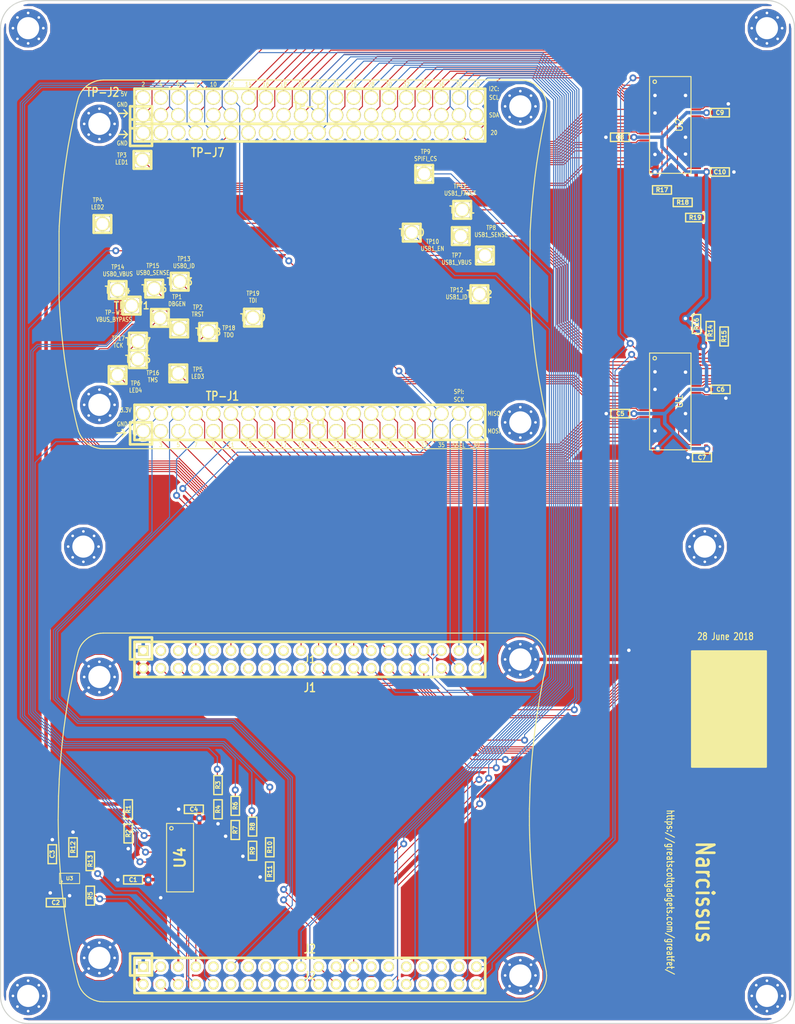
<source format=kicad_pcb>
(kicad_pcb (version 4) (host pcbnew 4.0.6)
  (title_block (title Narcissus) (date 2018-06-28) (company "Copyright 2018 Great Scott Gadgets") (comment 1 "License: BSD-3-Clause") (comment 2 https://greatscottgadgets.com/greatfet/))
  (layers (0 F.Cu signal) (31 B.Cu signal) (34 B.Paste user) (35 F.Paste user) (36 B.SilkS user) (37 F.SilkS user) (38 B.Mask user) (39 F.Mask user) (44 Edge.Cuts user))
  (net 0 "")
  (net 1 GND)
  (net 2 VCC)
  (net 3 /P0_0)
  (net 4 /P0_1)
  (net 5 /P1_0)
  (net 6 /CLK0)
  (net 7 /P5_3)
  (net 8 /P1_12)
  (net 9 /P1_11)
  (net 10 /P5_5)
  (net 11 /P1_14)
  (net 12 /P1_13)
  (net 13 /P5_6)
  (net 14 /P1_15)
  (net 15 /P5_7)
  (net 16 /P1_16)
  (net 17 /P1_18)
  (net 18 /P1_17)
  (net 19 /P9_5)
  (net 20 /P9_6)
  (net 21 /P2_0)
  (net 22 /P6_0)
  (net 23 /P1_19)
  (net 24 /P1_20)
  (net 25 /P1_3)
  (net 26 /P1_4)
  (net 27 /P4_8)
  (net 28 /P4_7)
  (net 29 /P4_6)
  (net 30 /P4_5)
  (net 31 /P4_4)
  (net 32 /P4_2)
  (net 33 /ADC0_0)
  (net 34 /P4_0)
  (net 35 /P3_7)
  (net 36 /P3_6)
  (net 37 /P3_3)
  (net 38 /PF_4)
  (net 39 /P3_2)
  (net 40 /P7_2)
  (net 41 /P3_1)
  (net 42 /P7_1)
  (net 43 /P3_0)
  (net 44 /P2_4)
  (net 45 /P2_3)
  (net 46 /I2C0_SDA)
  (net 47 /I2C0_SCL)
  (net 48 +5V)
  (net 49 /EUT_5V)
  (net 50 "Net-(R1-Pad2)")
  (net 51 "Net-(R3-Pad2)")
  (net 52 /EUT_VCC)
  (net 53 "Net-(R6-Pad2)")
  (net 54 "Net-(R6-Pad1)")
  (net 55 "Net-(R8-Pad2)")
  (net 56 "Net-(R10-Pad2)")
  (net 57 "Net-(R12-Pad1)")
  (net 58 /U1_IO0_0)
  (net 59 /U1_IO0_1)
  (net 60 /U1_IO4_5)
  (net 61 /U1_IO0_3)
  (net 62 /U1_IO4_4)
  (net 63 /U1_IO4_3)
  (net 64 /U1_IO0_4)
  (net 65 /U1_IO4_2)
  (net 66 /U1_IO0_5)
  (net 67 /U1_IO4_1)
  (net 68 /U1_IO0_6)
  (net 69 /U1_IO4_0)
  (net 70 /U1_IO0_7)
  (net 71 /U1_IO3_7)
  (net 72 /U1_IO1_0)
  (net 73 /U1_IO3_6)
  (net 74 /U1_IO1_1)
  (net 75 /U1_IO3_5)
  (net 76 /U1_IO1_2)
  (net 77 /U1_IO3_4)
  (net 78 /U1_IO1_3)
  (net 79 /U1_IO3_3)
  (net 80 /U1_IO1_4)
  (net 81 /U1_IO3_2)
  (net 82 /U1_IO1_5)
  (net 83 /U1_IO3_1)
  (net 84 /U1_IO1_6)
  (net 85 /U1_IO3_0)
  (net 86 /U1_IO1_7)
  (net 87 /U2_IO0_0)
  (net 88 /U2_IO0_5)
  (net 89 /U2_IO4_1)
  (net 90 /EUT_ADC0_0)
  (net 91 /U2_IO4_0)
  (net 92 /U2_IO0_6)
  (net 93 /U2_IO3_7)
  (net 94 /U2_IO0_7)
  (net 95 /U2_IO3_6)
  (net 96 /U2_IO1_0)
  (net 97 /U2_IO3_5)
  (net 98 /U2_IO1_1)
  (net 99 /U2_IO3_4)
  (net 100 /U1_IO2_0)
  (net 101 /U2_IO3_3)
  (net 102 /U2_IO1_2)
  (net 103 /U2_IO3_2)
  (net 104 /U2_IO1_3)
  (net 105 /U2_IO1_4)
  (net 106 /U2_IO1_5)
  (net 107 /U2_IO1_6)
  (net 108 /U2_IO1_7)
  (net 109 /U2_IO2_0)
  (net 110 /U2_IO2_5)
  (net 111 /U2_IO2_1)
  (net 112 /U2_IO2_4)
  (net 113 /U2_IO0_1)
  (net 114 /U1_IO2_2)
  (net 115 /U1_IO2_3)
  (net 116 /EUT_ADC0_5)
  (net 117 /EUT_ADC0_2)
  (net 118 /U1_IO2_6)
  (net 119 /U1_IO2_5)
  (net 120 /U1_IO2_4)
  (net 121 /U1_IO2_1)
  (net 122 /U2_IO0_2)
  (net 123 /U1_IO0_2)
  (net 124 /U2_IO4_7)
  (net 125 /U2_IO4_6)
  (net 126 /U2_IO4_5)
  (net 127 /U2_IO4_4)
  (net 128 /U2_IO4_3)
  (net 129 /U2_IO4_2)
  (net 130 /U2_IO0_3)
  (net 131 /U2_IO0_4)
  (net 132 /U2_IO2_6)
  (net 133 /U2_IO2_3)
  (net 134 /U2_IO2_7)
  (net 135 /U2_IO2_2)
  (net 136 /U1_IO2_7)
  (net 137 /U2_IO3_1)
  (net 138 /U2_IO3_0)
  (net 139 /U1_IO4_6)
  (net 140 /U1_IO4_7)
  (net 141 "Net-(MH5-Pad1)")
  (net 142 "Net-(MH6-Pad1)")
  (net 143 "Net-(MH7-Pad1)")
  (net 144 "Net-(MH8-Pad1)")
  (net 145 "Net-(R3-Pad1)")
  (net 146 "Net-(R8-Pad1)")
  (net 147 "Net-(MH9-Pad1)")
  (net 148 "Net-(MH10-Pad1)")
  (net 149 "Net-(MH11-Pad1)")
  (net 150 "Net-(MH12-Pad1)")
  (net 151 "Net-(MH13-Pad1)")
  (net 152 "Net-(MH14-Pad1)")
  (module gsg-modules:0603 (layer F.Cu) (at 151.5 169 270)
    (fp_text reference R1 (at 0 0 270) (layer F.SilkS) (effects (font (size 0.6096 0.6096) (thickness 0.1524))))
    (fp_text value 12.0k hide)
    (pad 2 smd rect (at 0.762 0 270) (size 0.8636 0.8636) (layers F.Cu F.Paste F.Mask) (net 50 "Net-(R1-Pad2)") (clearance 0.1778))
    (pad 1 smd rect (at -0.762 0 270) (size 0.8636 0.8636) (layers F.Cu F.Paste F.Mask) (net 49 /EUT_5V) (clearance 0.1778))
  )
  (module gsg-modules:0603 (layer F.Cu) (at 151.5 172.5 270)
    (fp_text reference R2 (at 0 0 270) (layer F.SilkS) (effects (font (size 0.6096 0.6096) (thickness 0.1524))))
    (fp_text value 12.0k hide)
    (pad 2 smd rect (at 0.762 0 270) (size 0.8636 0.8636) (layers F.Cu F.Paste F.Mask) (net 1 GND) (clearance 0.1778))
    (pad 1 smd rect (at -0.762 0 270) (size 0.8636 0.8636) (layers F.Cu F.Paste F.Mask) (net 50 "Net-(R1-Pad2)") (clearance 0.1778))
  )
  (module gsg-modules:0603 (layer F.Cu) (at 164.5 165.5 270)
    (fp_text reference R3 (at 0 0 270) (layer F.SilkS) (effects (font (size 0.6096 0.6096) (thickness 0.1524))))
    (fp_text value 12.0k hide)
    (pad 2 smd rect (at 0.762 0 270) (size 0.8636 0.8636) (layers F.Cu F.Paste F.Mask) (net 51 "Net-(R3-Pad2)") (clearance 0.1778))
    (pad 1 smd rect (at -0.762 0 270) (size 0.8636 0.8636) (layers F.Cu F.Paste F.Mask) (net 145 "Net-(R3-Pad1)") (clearance 0.1778))
  )
  (module gsg-modules:0603 (layer F.Cu) (at 164.5 169 270)
    (fp_text reference R4 (at 0 0 270) (layer F.SilkS) (effects (font (size 0.6096 0.6096) (thickness 0.1524))))
    (fp_text value 12.0k hide)
    (pad 2 smd rect (at 0.762 0 270) (size 0.8636 0.8636) (layers F.Cu F.Paste F.Mask) (net 1 GND) (clearance 0.1778))
    (pad 1 smd rect (at -0.762 0 270) (size 0.8636 0.8636) (layers F.Cu F.Paste F.Mask) (net 51 "Net-(R3-Pad2)") (clearance 0.1778))
  )
  (module gsg-modules:0603 (layer F.Cu) (at 146 181.5 270)
    (fp_text reference R5 (at 0 0 270) (layer F.SilkS) (effects (font (size 0.6096 0.6096) (thickness 0.1524))))
    (fp_text value 12.0k hide)
    (pad 2 smd rect (at 0.762 0 270) (size 0.8636 0.8636) (layers F.Cu F.Paste F.Mask) (net 1 GND) (clearance 0.1778))
    (pad 1 smd rect (at -0.762 0 270) (size 0.8636 0.8636) (layers F.Cu F.Paste F.Mask) (net 32 /P4_2) (clearance 0.1778))
  )
  (module gsg-modules:0603 (layer F.Cu) (at 167 168.5 270)
    (fp_text reference R6 (at 0 0 270) (layer F.SilkS) (effects (font (size 0.6096 0.6096) (thickness 0.1524))))
    (fp_text value 12.0k hide)
    (pad 2 smd rect (at 0.762 0 270) (size 0.8636 0.8636) (layers F.Cu F.Paste F.Mask) (net 53 "Net-(R6-Pad2)") (clearance 0.1778))
    (pad 1 smd rect (at -0.762 0 270) (size 0.8636 0.8636) (layers F.Cu F.Paste F.Mask) (net 54 "Net-(R6-Pad1)") (clearance 0.1778))
  )
  (module gsg-modules:HOLE126MIL-COPPER (layer F.Cu) (at 147.32 69.85)
    (fp_text reference MH5 hide)
    (fp_text value MOUNTING_HOLE hide)
    (pad 1 thru_hole circle (at 0 0) (size 5.6 5.6) (drill 3.2004) (layers *.Cu *.Mask) (net 141 "Net-(MH5-Pad1)"))
    (pad 1 thru_hole circle (at 0 -2.2) (size 0.6 0.6) (drill 0.381) (layers *.Cu *.Mask) (net 141 "Net-(MH5-Pad1)"))
    (pad 1 thru_hole circle (at -2.2 0) (size 0.6 0.6) (drill 0.381) (layers *.Cu *.Mask) (net 141 "Net-(MH5-Pad1)"))
    (pad 1 thru_hole circle (at 0 2.2) (size 0.6 0.6) (drill 0.381) (layers *.Cu *.Mask) (net 141 "Net-(MH5-Pad1)"))
    (pad 1 thru_hole circle (at 2.2 0) (size 0.6 0.6) (drill 0.381) (layers *.Cu *.Mask) (net 141 "Net-(MH5-Pad1)"))
    (pad 1 thru_hole circle (at 1.55 -1.55) (size 0.6 0.6) (drill 0.381) (layers *.Cu *.Mask) (net 141 "Net-(MH5-Pad1)"))
    (pad 1 thru_hole circle (at -1.55 -1.55) (size 0.6 0.6) (drill 0.381) (layers *.Cu *.Mask) (net 141 "Net-(MH5-Pad1)"))
    (pad 1 thru_hole circle (at -1.55 1.55) (size 0.6 0.6) (drill 0.381) (layers *.Cu *.Mask) (net 141 "Net-(MH5-Pad1)"))
    (pad 1 thru_hole circle (at 1.55 1.55) (size 0.6 0.6) (drill 0.381) (layers *.Cu *.Mask) (net 141 "Net-(MH5-Pad1)"))
  )
  (module gsg-modules:HOLE126MIL-COPPER (layer F.Cu) (at 147.32 110.49)
    (fp_text reference MH6 hide)
    (fp_text value MOUNTING_HOLE hide)
    (pad 1 thru_hole circle (at 0 0) (size 5.6 5.6) (drill 3.2004) (layers *.Cu *.Mask) (net 142 "Net-(MH6-Pad1)"))
    (pad 1 thru_hole circle (at 0 -2.2) (size 0.6 0.6) (drill 0.381) (layers *.Cu *.Mask) (net 142 "Net-(MH6-Pad1)"))
    (pad 1 thru_hole circle (at -2.2 0) (size 0.6 0.6) (drill 0.381) (layers *.Cu *.Mask) (net 142 "Net-(MH6-Pad1)"))
    (pad 1 thru_hole circle (at 0 2.2) (size 0.6 0.6) (drill 0.381) (layers *.Cu *.Mask) (net 142 "Net-(MH6-Pad1)"))
    (pad 1 thru_hole circle (at 2.2 0) (size 0.6 0.6) (drill 0.381) (layers *.Cu *.Mask) (net 142 "Net-(MH6-Pad1)"))
    (pad 1 thru_hole circle (at 1.55 -1.55) (size 0.6 0.6) (drill 0.381) (layers *.Cu *.Mask) (net 142 "Net-(MH6-Pad1)"))
    (pad 1 thru_hole circle (at -1.55 -1.55) (size 0.6 0.6) (drill 0.381) (layers *.Cu *.Mask) (net 142 "Net-(MH6-Pad1)"))
    (pad 1 thru_hole circle (at -1.55 1.55) (size 0.6 0.6) (drill 0.381) (layers *.Cu *.Mask) (net 142 "Net-(MH6-Pad1)"))
    (pad 1 thru_hole circle (at 1.55 1.55) (size 0.6 0.6) (drill 0.381) (layers *.Cu *.Mask) (net 142 "Net-(MH6-Pad1)"))
  )
  (module gsg-modules:HOLE126MIL-COPPER (layer F.Cu) (at 208.28 113.03)
    (fp_text reference MH7 hide)
    (fp_text value MOUNTING_HOLE hide)
    (pad 1 thru_hole circle (at 0 0) (size 5.6 5.6) (drill 3.2004) (layers *.Cu *.Mask) (net 143 "Net-(MH7-Pad1)"))
    (pad 1 thru_hole circle (at 0 -2.2) (size 0.6 0.6) (drill 0.381) (layers *.Cu *.Mask) (net 143 "Net-(MH7-Pad1)"))
    (pad 1 thru_hole circle (at -2.2 0) (size 0.6 0.6) (drill 0.381) (layers *.Cu *.Mask) (net 143 "Net-(MH7-Pad1)"))
    (pad 1 thru_hole circle (at 0 2.2) (size 0.6 0.6) (drill 0.381) (layers *.Cu *.Mask) (net 143 "Net-(MH7-Pad1)"))
    (pad 1 thru_hole circle (at 2.2 0) (size 0.6 0.6) (drill 0.381) (layers *.Cu *.Mask) (net 143 "Net-(MH7-Pad1)"))
    (pad 1 thru_hole circle (at 1.55 -1.55) (size 0.6 0.6) (drill 0.381) (layers *.Cu *.Mask) (net 143 "Net-(MH7-Pad1)"))
    (pad 1 thru_hole circle (at -1.55 -1.55) (size 0.6 0.6) (drill 0.381) (layers *.Cu *.Mask) (net 143 "Net-(MH7-Pad1)"))
    (pad 1 thru_hole circle (at -1.55 1.55) (size 0.6 0.6) (drill 0.381) (layers *.Cu *.Mask) (net 143 "Net-(MH7-Pad1)"))
    (pad 1 thru_hole circle (at 1.55 1.55) (size 0.6 0.6) (drill 0.381) (layers *.Cu *.Mask) (net 143 "Net-(MH7-Pad1)"))
  )
  (module gsg-modules:HOLE126MIL-COPPER (layer F.Cu) (at 208.28 67.31)
    (fp_text reference MH8 hide)
    (fp_text value MOUNTING_HOLE hide)
    (pad 1 thru_hole circle (at 0 0) (size 5.6 5.6) (drill 3.2004) (layers *.Cu *.Mask) (net 144 "Net-(MH8-Pad1)"))
    (pad 1 thru_hole circle (at 0 -2.2) (size 0.6 0.6) (drill 0.381) (layers *.Cu *.Mask) (net 144 "Net-(MH8-Pad1)"))
    (pad 1 thru_hole circle (at -2.2 0) (size 0.6 0.6) (drill 0.381) (layers *.Cu *.Mask) (net 144 "Net-(MH8-Pad1)"))
    (pad 1 thru_hole circle (at 0 2.2) (size 0.6 0.6) (drill 0.381) (layers *.Cu *.Mask) (net 144 "Net-(MH8-Pad1)"))
    (pad 1 thru_hole circle (at 2.2 0) (size 0.6 0.6) (drill 0.381) (layers *.Cu *.Mask) (net 144 "Net-(MH8-Pad1)"))
    (pad 1 thru_hole circle (at 1.55 -1.55) (size 0.6 0.6) (drill 0.381) (layers *.Cu *.Mask) (net 144 "Net-(MH8-Pad1)"))
    (pad 1 thru_hole circle (at -1.55 -1.55) (size 0.6 0.6) (drill 0.381) (layers *.Cu *.Mask) (net 144 "Net-(MH8-Pad1)"))
    (pad 1 thru_hole circle (at -1.55 1.55) (size 0.6 0.6) (drill 0.381) (layers *.Cu *.Mask) (net 144 "Net-(MH8-Pad1)"))
    (pad 1 thru_hole circle (at 1.55 1.55) (size 0.6 0.6) (drill 0.381) (layers *.Cu *.Mask) (net 144 "Net-(MH8-Pad1)"))
  )
  (module gsg-modules:HEADER-2x20-TESTPROBE (layer F.Cu) (at 177.8 113.03)
    (fp_text reference TP-J1 (at 0 0) (layer F.SilkS) (effects (font (size 1.016 1.016) (thickness 0.2032))))
    (fp_text value EUT_NEIGHBOR1 hide)
    (pad 1 thru_hole circle (at -24.13 1.27) (size 2.08 2.08) (drill 1.7) (layers *.Cu *.Mask F.SilkS) (net 1 GND))
    (pad 2 thru_hole circle (at -24.13 -1.27) (size 2.08 2.08) (drill 1.7) (layers *.Cu *.Mask F.SilkS) (net 52 /EUT_VCC))
    (pad 3 thru_hole circle (at -21.59 1.27) (size 2.08 2.08) (drill 1.7) (layers *.Cu *.Mask F.SilkS) (net 140 /U1_IO4_7))
    (pad 4 thru_hole circle (at -21.59 -1.27) (size 2.08 2.08) (drill 1.7) (layers *.Cu *.Mask F.SilkS) (net 41 /P3_1))
    (pad 5 thru_hole circle (at -19.05 1.27) (size 2.08 2.08) (drill 1.7) (layers *.Cu *.Mask F.SilkS) (net 139 /U1_IO4_6))
    (pad 6 thru_hole circle (at -19.05 -1.27) (size 2.08 2.08) (drill 1.7) (layers *.Cu *.Mask F.SilkS) (net 39 /P3_2))
    (pad 7 thru_hole circle (at -16.51 1.27) (size 2.08 2.08) (drill 1.7) (layers *.Cu *.Mask F.SilkS) (net 5 /P1_0))
    (pad 8 thru_hole circle (at -16.51 -1.27) (size 2.08 2.08) (drill 1.7) (layers *.Cu *.Mask F.SilkS) (net 60 /U1_IO4_5))
    (pad 9 thru_hole circle (at -13.97 1.27) (size 2.08 2.08) (drill 1.7) (layers *.Cu *.Mask F.SilkS) (net 62 /U1_IO4_4))
    (pad 10 thru_hole circle (at -13.97 -1.27) (size 2.08 2.08) (drill 1.7) (layers *.Cu *.Mask F.SilkS) (net 63 /U1_IO4_3))
    (pad 11 thru_hole circle (at -11.43 1.27) (size 2.08 2.08) (drill 1.7) (layers *.Cu *.Mask F.SilkS) (net 6 /CLK0))
    (pad 12 thru_hole circle (at -11.43 -1.27) (size 2.08 2.08) (drill 1.7) (layers *.Cu *.Mask F.SilkS) (net 65 /U1_IO4_2))
    (pad 13 thru_hole circle (at -8.89 1.27) (size 2.08 2.08) (drill 1.7) (layers *.Cu *.Mask F.SilkS) (net 67 /U1_IO4_1))
    (pad 14 thru_hole circle (at -8.89 -1.27) (size 2.08 2.08) (drill 1.7) (layers *.Cu *.Mask F.SilkS) (net 69 /U1_IO4_0))
    (pad 15 thru_hole circle (at -6.35 1.27) (size 2.08 2.08) (drill 1.7) (layers *.Cu *.Mask F.SilkS) (net 71 /U1_IO3_7))
    (pad 16 thru_hole circle (at -6.35 -1.27) (size 2.08 2.08) (drill 1.7) (layers *.Cu *.Mask F.SilkS) (net 73 /U1_IO3_6))
    (pad 17 thru_hole circle (at -3.81 1.27) (size 2.08 2.08) (drill 1.7) (layers *.Cu *.Mask F.SilkS) (net 75 /U1_IO3_5))
    (pad 18 thru_hole circle (at -3.81 -1.27) (size 2.08 2.08) (drill 1.7) (layers *.Cu *.Mask F.SilkS) (net 77 /U1_IO3_4))
    (pad 19 thru_hole circle (at -1.27 1.27) (size 2.08 2.08) (drill 1.7) (layers *.Cu *.Mask F.SilkS) (net 79 /U1_IO3_3))
    (pad 20 thru_hole circle (at -1.27 -1.27) (size 2.08 2.08) (drill 1.7) (layers *.Cu *.Mask F.SilkS) (net 81 /U1_IO3_2))
    (pad 21 thru_hole circle (at 1.27 1.27) (size 2.08 2.08) (drill 1.7) (layers *.Cu *.Mask F.SilkS) (net 83 /U1_IO3_1))
    (pad 22 thru_hole circle (at 1.27 -1.27) (size 2.08 2.08) (drill 1.7) (layers *.Cu *.Mask F.SilkS) (net 85 /U1_IO3_0))
    (pad 23 thru_hole circle (at 3.81 1.27) (size 2.08 2.08) (drill 1.7) (layers *.Cu *.Mask F.SilkS) (net 136 /U1_IO2_7))
    (pad 24 thru_hole circle (at 3.81 -1.27) (size 2.08 2.08) (drill 1.7) (layers *.Cu *.Mask F.SilkS) (net 118 /U1_IO2_6))
    (pad 25 thru_hole circle (at 6.35 1.27) (size 2.08 2.08) (drill 1.7) (layers *.Cu *.Mask F.SilkS) (net 119 /U1_IO2_5))
    (pad 26 thru_hole circle (at 6.35 -1.27) (size 2.08 2.08) (drill 1.7) (layers *.Cu *.Mask F.SilkS) (net 120 /U1_IO2_4))
    (pad 27 thru_hole circle (at 8.89 1.27) (size 2.08 2.08) (drill 1.7) (layers *.Cu *.Mask F.SilkS) (net 115 /U1_IO2_3))
    (pad 28 thru_hole circle (at 8.89 -1.27) (size 2.08 2.08) (drill 1.7) (layers *.Cu *.Mask F.SilkS) (net 114 /U1_IO2_2))
    (pad 29 thru_hole circle (at 11.43 1.27) (size 2.08 2.08) (drill 1.7) (layers *.Cu *.Mask F.SilkS) (net 121 /U1_IO2_1))
    (pad 30 thru_hole circle (at 11.43 -1.27) (size 2.08 2.08) (drill 1.7) (layers *.Cu *.Mask F.SilkS) (net 100 /U1_IO2_0))
    (pad 31 thru_hole circle (at 13.97 1.27) (size 2.08 2.08) (drill 1.7) (layers *.Cu *.Mask F.SilkS) (net 86 /U1_IO1_7))
    (pad 32 thru_hole circle (at 13.97 -1.27) (size 2.08 2.08) (drill 1.7) (layers *.Cu *.Mask F.SilkS) (net 84 /U1_IO1_6))
    (pad 33 thru_hole circle (at 16.51 1.27) (size 2.08 2.08) (drill 1.7) (layers *.Cu *.Mask F.SilkS) (net 82 /U1_IO1_5))
    (pad 34 thru_hole circle (at 16.51 -1.27) (size 2.08 2.08) (drill 1.7) (layers *.Cu *.Mask F.SilkS) (net 80 /U1_IO1_4))
    (pad 35 thru_hole circle (at 19.05 1.27) (size 2.08 2.08) (drill 1.7) (layers *.Cu *.Mask F.SilkS) (net 78 /U1_IO1_3))
    (pad 36 thru_hole circle (at 19.05 -1.27) (size 2.08 2.08) (drill 1.7) (layers *.Cu *.Mask F.SilkS) (net 28 /P4_7))
    (pad 37 thru_hole circle (at 21.59 1.27) (size 2.08 2.08) (drill 1.7) (layers *.Cu *.Mask F.SilkS) (net 24 /P1_20))
    (pad 38 thru_hole circle (at 21.59 -1.27) (size 2.08 2.08) (drill 1.7) (layers *.Cu *.Mask F.SilkS) (net 23 /P1_19))
    (pad 39 thru_hole circle (at 24.13 1.27) (size 2.08 2.08) (drill 1.7) (layers *.Cu *.Mask F.SilkS) (net 25 /P1_3))
    (pad 40 thru_hole circle (at 24.13 -1.27) (size 2.08 2.08) (drill 1.7) (layers *.Cu *.Mask F.SilkS) (net 26 /P1_4))
  )
  (module gsg-modules:HEADER-2x20-TESTPROBE (layer F.Cu) (at 177.8 67.31)
    (fp_text reference TP-J2 (at 0 0) (layer F.SilkS) (effects (font (size 1.016 1.016) (thickness 0.2032))))
    (fp_text value EUT_NEIGHBOR2 hide)
    (pad 1 thru_hole circle (at -24.13 1.27) (size 2.08 2.08) (drill 1.7) (layers *.Cu *.Mask F.SilkS) (net 112 /U2_IO2_4))
    (pad 2 thru_hole circle (at -24.13 -1.27) (size 2.08 2.08) (drill 1.7) (layers *.Cu *.Mask F.SilkS) (net 49 /EUT_5V))
    (pad 3 thru_hole circle (at -21.59 1.27) (size 2.08 2.08) (drill 1.7) (layers *.Cu *.Mask F.SilkS) (net 132 /U2_IO2_6))
    (pad 4 thru_hole circle (at -21.59 -1.27) (size 2.08 2.08) (drill 1.7) (layers *.Cu *.Mask F.SilkS) (net 110 /U2_IO2_5))
    (pad 5 thru_hole circle (at -19.05 1.27) (size 2.08 2.08) (drill 1.7) (layers *.Cu *.Mask F.SilkS) (net 90 /EUT_ADC0_0))
    (pad 6 thru_hole circle (at -19.05 -1.27) (size 2.08 2.08) (drill 1.7) (layers *.Cu *.Mask F.SilkS) (net 134 /U2_IO2_7))
    (pad 7 thru_hole circle (at -16.51 1.27) (size 2.08 2.08) (drill 1.7) (layers *.Cu *.Mask F.SilkS) (net 137 /U2_IO3_1))
    (pad 8 thru_hole circle (at -16.51 -1.27) (size 2.08 2.08) (drill 1.7) (layers *.Cu *.Mask F.SilkS) (net 138 /U2_IO3_0))
    (pad 9 thru_hole circle (at -13.97 1.27) (size 2.08 2.08) (drill 1.7) (layers *.Cu *.Mask F.SilkS) (net 101 /U2_IO3_3))
    (pad 10 thru_hole circle (at -13.97 -1.27) (size 2.08 2.08) (drill 1.7) (layers *.Cu *.Mask F.SilkS) (net 103 /U2_IO3_2))
    (pad 11 thru_hole circle (at -11.43 1.27) (size 2.08 2.08) (drill 1.7) (layers *.Cu *.Mask F.SilkS) (net 22 /P6_0))
    (pad 12 thru_hole circle (at -11.43 -1.27) (size 2.08 2.08) (drill 1.7) (layers *.Cu *.Mask F.SilkS) (net 28 /P4_7))
    (pad 13 thru_hole circle (at -8.89 1.27) (size 2.08 2.08) (drill 1.7) (layers *.Cu *.Mask F.SilkS) (net 97 /U2_IO3_5))
    (pad 14 thru_hole circle (at -8.89 -1.27) (size 2.08 2.08) (drill 1.7) (layers *.Cu *.Mask F.SilkS) (net 99 /U2_IO3_4))
    (pad 15 thru_hole circle (at -6.35 1.27) (size 2.08 2.08) (drill 1.7) (layers *.Cu *.Mask F.SilkS) (net 93 /U2_IO3_7))
    (pad 16 thru_hole circle (at -6.35 -1.27) (size 2.08 2.08) (drill 1.7) (layers *.Cu *.Mask F.SilkS) (net 95 /U2_IO3_6))
    (pad 17 thru_hole circle (at -3.81 1.27) (size 2.08 2.08) (drill 1.7) (layers *.Cu *.Mask F.SilkS) (net 89 /U2_IO4_1))
    (pad 18 thru_hole circle (at -3.81 -1.27) (size 2.08 2.08) (drill 1.7) (layers *.Cu *.Mask F.SilkS) (net 91 /U2_IO4_0))
    (pad 19 thru_hole circle (at -1.27 1.27) (size 2.08 2.08) (drill 1.7) (layers *.Cu *.Mask F.SilkS) (net 128 /U2_IO4_3))
    (pad 20 thru_hole circle (at -1.27 -1.27) (size 2.08 2.08) (drill 1.7) (layers *.Cu *.Mask F.SilkS) (net 129 /U2_IO4_2))
    (pad 21 thru_hole circle (at 1.27 1.27) (size 2.08 2.08) (drill 1.7) (layers *.Cu *.Mask F.SilkS) (net 38 /PF_4))
    (pad 22 thru_hole circle (at 1.27 -1.27) (size 2.08 2.08) (drill 1.7) (layers *.Cu *.Mask F.SilkS) (net 4 /P0_1))
    (pad 23 thru_hole circle (at 3.81 1.27) (size 2.08 2.08) (drill 1.7) (layers *.Cu *.Mask F.SilkS) (net 127 /U2_IO4_4))
    (pad 24 thru_hole circle (at 3.81 -1.27) (size 2.08 2.08) (drill 1.7) (layers *.Cu *.Mask F.SilkS) (net 3 /P0_0))
    (pad 25 thru_hole circle (at 6.35 1.27) (size 2.08 2.08) (drill 1.7) (layers *.Cu *.Mask F.SilkS) (net 126 /U2_IO4_5))
    (pad 26 thru_hole circle (at 6.35 -1.27) (size 2.08 2.08) (drill 1.7) (layers *.Cu *.Mask F.SilkS) (net 43 /P3_0))
    (pad 27 thru_hole circle (at 8.89 1.27) (size 2.08 2.08) (drill 1.7) (layers *.Cu *.Mask F.SilkS) (net 125 /U2_IO4_6))
    (pad 28 thru_hole circle (at 8.89 -1.27) (size 2.08 2.08) (drill 1.7) (layers *.Cu *.Mask F.SilkS) (net 40 /P7_2))
    (pad 29 thru_hole circle (at 11.43 1.27) (size 2.08 2.08) (drill 1.7) (layers *.Cu *.Mask F.SilkS) (net 124 /U2_IO4_7))
    (pad 30 thru_hole circle (at 11.43 -1.27) (size 2.08 2.08) (drill 1.7) (layers *.Cu *.Mask F.SilkS) (net 36 /P3_6))
    (pad 31 thru_hole circle (at 13.97 1.27) (size 2.08 2.08) (drill 1.7) (layers *.Cu *.Mask F.SilkS) (net 87 /U2_IO0_0))
    (pad 32 thru_hole circle (at 13.97 -1.27) (size 2.08 2.08) (drill 1.7) (layers *.Cu *.Mask F.SilkS) (net 37 /P3_3))
    (pad 33 thru_hole circle (at 16.51 1.27) (size 2.08 2.08) (drill 1.7) (layers *.Cu *.Mask F.SilkS) (net 122 /U2_IO0_2))
    (pad 34 thru_hole circle (at 16.51 -1.27) (size 2.08 2.08) (drill 1.7) (layers *.Cu *.Mask F.SilkS) (net 113 /U2_IO0_1))
    (pad 35 thru_hole circle (at 19.05 1.27) (size 2.08 2.08) (drill 1.7) (layers *.Cu *.Mask F.SilkS) (net 131 /U2_IO0_4))
    (pad 36 thru_hole circle (at 19.05 -1.27) (size 2.08 2.08) (drill 1.7) (layers *.Cu *.Mask F.SilkS) (net 130 /U2_IO0_3))
    (pad 37 thru_hole circle (at 21.59 1.27) (size 2.08 2.08) (drill 1.7) (layers *.Cu *.Mask F.SilkS) (net 42 /P7_1))
    (pad 38 thru_hole circle (at 21.59 -1.27) (size 2.08 2.08) (drill 1.7) (layers *.Cu *.Mask F.SilkS) (net 35 /P3_7))
    (pad 39 thru_hole circle (at 24.13 1.27) (size 2.08 2.08) (drill 1.7) (layers *.Cu *.Mask F.SilkS) (net 45 /P2_3))
    (pad 40 thru_hole circle (at 24.13 -1.27) (size 2.08 2.08) (drill 1.7) (layers *.Cu *.Mask F.SilkS) (net 44 /P2_4))
  )
  (module gsg-modules:HEADER-1x20-TESTPROBE (layer F.Cu) (at 177.8 71.12)
    (fp_text reference TP-J7 (at 0 0) (layer F.SilkS) (effects (font (size 1.016 1.016) (thickness 0.2032))))
    (fp_text value EUT_BONUS_ROW hide)
    (pad 1 thru_hole circle (at -24.13 0) (size 2.08 2.08) (drill 1.7) (layers *.Cu *.Mask F.SilkS) (net 59 /U1_IO0_1))
    (pad 2 thru_hole circle (at -21.59 0) (size 2.08 2.08) (drill 1.7) (layers *.Cu *.Mask F.SilkS) (net 58 /U1_IO0_0))
    (pad 3 thru_hole circle (at -19.05 0) (size 2.08 2.08) (drill 1.7) (layers *.Cu *.Mask F.SilkS) (net 133 /U2_IO2_3))
    (pad 4 thru_hole circle (at -16.51 0) (size 2.08 2.08) (drill 1.7) (layers *.Cu *.Mask F.SilkS) (net 116 /EUT_ADC0_5))
    (pad 5 thru_hole circle (at -13.97 0) (size 2.08 2.08) (drill 1.7) (layers *.Cu *.Mask F.SilkS) (net 117 /EUT_ADC0_2))
    (pad 6 thru_hole circle (at -11.43 0) (size 2.08 2.08) (drill 1.7) (layers *.Cu *.Mask F.SilkS) (net 135 /U2_IO2_2))
    (pad 7 thru_hole circle (at -8.89 0) (size 2.08 2.08) (drill 1.7) (layers *.Cu *.Mask F.SilkS) (net 111 /U2_IO2_1))
    (pad 8 thru_hole circle (at -6.35 0) (size 2.08 2.08) (drill 1.7) (layers *.Cu *.Mask F.SilkS) (net 109 /U2_IO2_0))
    (pad 9 thru_hole circle (at -3.81 0) (size 2.08 2.08) (drill 1.7) (layers *.Cu *.Mask F.SilkS) (net 108 /U2_IO1_7))
    (pad 10 thru_hole circle (at -1.27 0) (size 2.08 2.08) (drill 1.7) (layers *.Cu *.Mask F.SilkS) (net 107 /U2_IO1_6))
    (pad 11 thru_hole circle (at 1.27 0) (size 2.08 2.08) (drill 1.7) (layers *.Cu *.Mask F.SilkS) (net 17 /P1_18))
    (pad 12 thru_hole circle (at 3.81 0) (size 2.08 2.08) (drill 1.7) (layers *.Cu *.Mask F.SilkS) (net 106 /U2_IO1_5))
    (pad 13 thru_hole circle (at 6.35 0) (size 2.08 2.08) (drill 1.7) (layers *.Cu *.Mask F.SilkS) (net 105 /U2_IO1_4))
    (pad 14 thru_hole circle (at 8.89 0) (size 2.08 2.08) (drill 1.7) (layers *.Cu *.Mask F.SilkS) (net 104 /U2_IO1_3))
    (pad 15 thru_hole circle (at 11.43 0) (size 2.08 2.08) (drill 1.7) (layers *.Cu *.Mask F.SilkS) (net 102 /U2_IO1_2))
    (pad 16 thru_hole circle (at 13.97 0) (size 2.08 2.08) (drill 1.7) (layers *.Cu *.Mask F.SilkS) (net 98 /U2_IO1_1))
    (pad 17 thru_hole circle (at 16.51 0) (size 2.08 2.08) (drill 1.7) (layers *.Cu *.Mask F.SilkS) (net 96 /U2_IO1_0))
    (pad 18 thru_hole circle (at 19.05 0) (size 2.08 2.08) (drill 1.7) (layers *.Cu *.Mask F.SilkS) (net 94 /U2_IO0_7))
    (pad 19 thru_hole circle (at 21.59 0) (size 2.08 2.08) (drill 1.7) (layers *.Cu *.Mask F.SilkS) (net 92 /U2_IO0_6))
    (pad 20 thru_hole circle (at 24.13 0) (size 2.08 2.08) (drill 1.7) (layers *.Cu *.Mask F.SilkS) (net 88 /U2_IO0_5))
  )
  (module gsg-modules:HEADER-1x1-TESTPROBE (layer F.Cu) (at 156.083 97.917)
    (fp_text reference TP1 (at 0 0) (layer F.SilkS) (effects (font (size 1.016 1.016) (thickness 0.2032))))
    (fp_text value DBGEN hide)
    (pad 1 thru_hole circle (at 0 0) (size 2.08 2.08) (drill 1.7) (layers *.Cu *.Mask F.SilkS) (net 8 /P1_12))
  )
  (module gsg-modules:HEADER-1x1-TESTPROBE (layer F.Cu) (at 158.877 99.441)
    (fp_text reference TP2 (at 0 0) (layer F.SilkS) (effects (font (size 1.016 1.016) (thickness 0.2032))))
    (fp_text value TRST hide)
    (pad 1 thru_hole circle (at 0 0) (size 2.08 2.08) (drill 1.7) (layers *.Cu *.Mask F.SilkS) (net 10 /P5_5))
  )
  (module gsg-modules:HEADER-1x1-TESTPROBE (layer F.Cu) (at 153.5557 75.057)
    (fp_text reference TP3 (at 0 0) (layer F.SilkS) (effects (font (size 1.016 1.016) (thickness 0.2032))))
    (fp_text value LED1 hide)
    (pad 1 thru_hole circle (at 0 0) (size 2.08 2.08) (drill 1.7) (layers *.Cu *.Mask F.SilkS) (net 123 /U1_IO0_2))
  )
  (module gsg-modules:HEADER-1x1-TESTPROBE (layer F.Cu) (at 147.76 84.328)
    (fp_text reference TP4 (at 0 0) (layer F.SilkS) (effects (font (size 1.016 1.016) (thickness 0.2032))))
    (fp_text value LED2 hide)
    (pad 1 thru_hole circle (at 0 0) (size 2.08 2.08) (drill 1.7) (layers *.Cu *.Mask F.SilkS) (net 64 /U1_IO0_4))
  )
  (module gsg-modules:HEADER-1x1-TESTPROBE (layer F.Cu) (at 158.75 105.9434)
    (fp_text reference TP5 (at 0 0) (layer F.SilkS) (effects (font (size 1.016 1.016) (thickness 0.2032))))
    (fp_text value LED3 hide)
    (pad 1 thru_hole circle (at 0 0) (size 2.08 2.08) (drill 1.7) (layers *.Cu *.Mask F.SilkS) (net 74 /U1_IO1_1))
  )
  (module gsg-modules:HEADER-1x1-TESTPROBE (layer F.Cu) (at 149.96 106.18)
    (fp_text reference TP6 (at 0 0) (layer F.SilkS) (effects (font (size 1.016 1.016) (thickness 0.2032))))
    (fp_text value LED4 hide)
    (pad 1 thru_hole circle (at 0 0) (size 2.08 2.08) (drill 1.7) (layers *.Cu *.Mask F.SilkS) (net 76 /U1_IO1_2))
  )
  (module gsg-modules:HEADER-1x1-TESTPROBE (layer F.Cu) (at 203.16 88.88)
    (fp_text reference TP7 (at 0 0) (layer F.SilkS) (effects (font (size 1.016 1.016) (thickness 0.2032))))
    (fp_text value USB1_VBUS hide)
    (pad 1 thru_hole circle (at 0 0) (size 2.08 2.08) (drill 1.7) (layers *.Cu *.Mask F.SilkS) (net 145 "Net-(R3-Pad1)"))
  )
  (module gsg-modules:HEADER-1x1-TESTPROBE (layer F.Cu) (at 199.66 86.08)
    (fp_text reference TP8 (at 0 0) (layer F.SilkS) (effects (font (size 1.016 1.016) (thickness 0.2032))))
    (fp_text value USB1_SENSE hide)
    (pad 1 thru_hole circle (at 0 0) (size 2.08 2.08) (drill 1.7) (layers *.Cu *.Mask F.SilkS) (net 66 /U1_IO0_5))
  )
  (module gsg-modules:HEADER-1x1-TESTPROBE (layer F.Cu) (at 194.36 77.08)
    (fp_text reference TP9 (at 0 0) (layer F.SilkS) (effects (font (size 1.016 1.016) (thickness 0.2032))))
    (fp_text value SPIFI_CS hide)
    (pad 1 thru_hole circle (at 0 0) (size 2.08 2.08) (drill 1.7) (layers *.Cu *.Mask F.SilkS) (net 14 /P1_15))
  )
  (module gsg-modules:HEADER-1x1-TESTPROBE (layer F.Cu) (at 192.56 85.58)
    (fp_text reference TP10 (at 0 0) (layer F.SilkS) (effects (font (size 1.016 1.016) (thickness 0.2032))))
    (fp_text value USB1_EN hide)
    (pad 1 thru_hole circle (at 0 0) (size 2.08 2.08) (drill 1.7) (layers *.Cu *.Mask F.SilkS) (net 21 /P2_0))
  )
  (module gsg-modules:HEADER-1x1-TESTPROBE (layer F.Cu) (at 199.86 82.28)
    (fp_text reference TP11 (at 0 0) (layer F.SilkS) (effects (font (size 1.016 1.016) (thickness 0.2032))))
    (fp_text value USB1_FAULT hide)
    (pad 1 thru_hole circle (at 0 0) (size 2.08 2.08) (drill 1.7) (layers *.Cu *.Mask F.SilkS) (net 61 /U1_IO0_3))
  )
  (module gsg-modules:HEADER-1x1-TESTPROBE (layer F.Cu) (at 202.36 94.48)
    (fp_text reference TP12 (at 0 0) (layer F.SilkS) (effects (font (size 1.016 1.016) (thickness 0.2032))))
    (fp_text value USB1_ID hide)
    (pad 1 thru_hole circle (at 0 0) (size 2.08 2.08) (drill 1.7) (layers *.Cu *.Mask F.SilkS) (net 68 /U1_IO0_6))
  )
  (module gsg-modules:HEADER-1x1-TESTPROBE (layer F.Cu) (at 158.96 92.68)
    (fp_text reference TP13 (at 0 0) (layer F.SilkS) (effects (font (size 1.016 1.016) (thickness 0.2032))))
    (fp_text value USB0_ID hide)
    (pad 1 thru_hole circle (at 0 0) (size 2.08 2.08) (drill 1.7) (layers *.Cu *.Mask F.SilkS) (net 70 /U1_IO0_7))
  )
  (module gsg-modules:HEADER-1x1-TESTPROBE (layer F.Cu) (at 149.96 93.88)
    (fp_text reference TP14 (at 0 0) (layer F.SilkS) (effects (font (size 1.016 1.016) (thickness 0.2032))))
    (fp_text value USB0_VBUS hide)
    (pad 1 thru_hole circle (at 0 0) (size 2.08 2.08) (drill 1.7) (layers *.Cu *.Mask F.SilkS) (net 54 "Net-(R6-Pad1)"))
  )
  (module gsg-modules:HEADER-1x1-TESTPROBE (layer F.Cu) (at 155.26 93.68)
    (fp_text reference TP15 (at 0 0) (layer F.SilkS) (effects (font (size 1.016 1.016) (thickness 0.2032))))
    (fp_text value USB0_SENSE hide)
    (pad 1 thru_hole circle (at 0 0) (size 2.08 2.08) (drill 1.7) (layers *.Cu *.Mask F.SilkS) (net 72 /U1_IO1_0))
  )
  (module gsg-modules:HEADER-1x1-TESTPROBE (layer F.Cu) (at 152.908 103.886)
    (fp_text reference TP16 (at 0 0) (layer F.SilkS) (effects (font (size 1.016 1.016) (thickness 0.2032))))
    (fp_text value TMS hide)
    (pad 1 thru_hole circle (at 0 0) (size 2.08 2.08) (drill 1.7) (layers *.Cu *.Mask F.SilkS) (net 15 /P5_7))
  )
  (module gsg-modules:HEADER-1x1-TESTPROBE (layer F.Cu) (at 152.908 101.346)
    (fp_text reference TP17 (at 0 0) (layer F.SilkS) (effects (font (size 1.016 1.016) (thickness 0.2032))))
    (fp_text value TCK hide)
    (pad 1 thru_hole circle (at 0 0) (size 2.08 2.08) (drill 1.7) (layers *.Cu *.Mask F.SilkS) (net 13 /P5_6))
  )
  (module gsg-modules:HEADER-1x1-TESTPROBE (layer F.Cu) (at 163.068 99.949)
    (fp_text reference TP18 (at 0 0) (layer F.SilkS) (effects (font (size 1.016 1.016) (thickness 0.2032))))
    (fp_text value TDO hide)
    (pad 1 thru_hole circle (at 0 0) (size 2.08 2.08) (drill 1.7) (layers *.Cu *.Mask F.SilkS) (net 11 /P1_14))
  )
  (module gsg-modules:HEADER-1x1-TESTPROBE (layer F.Cu) (at 169.56 97.88)
    (fp_text reference TP19 (at 0 0) (layer F.SilkS) (effects (font (size 1.016 1.016) (thickness 0.2032))))
    (fp_text value TDI hide)
    (pad 1 thru_hole circle (at 0 0) (size 2.08 2.08) (drill 1.7) (layers *.Cu *.Mask F.SilkS) (net 7 /P5_3))
  )
  (module gsg-modules:HEADER-1x1-TESTPROBE (layer F.Cu) (at 151.9937 96.139 180)
    (fp_text reference TP-W1 (at 0 0 180) (layer F.SilkS) (effects (font (size 1.016 1.016) (thickness 0.2032))))
    (fp_text value VBUS_BYPASS hide)
    (pad 1 thru_hole circle (at 0 0 180) (size 2.08 2.08) (drill 1.7) (layers *.Cu *.Mask F.SilkS) (net 146 "Net-(R8-Pad1)"))
  )
  (module gsg-modules:0603 (layer F.Cu) (at 152.2 179.2 180)
    (fp_text reference C1 (at 0 0 180) (layer F.SilkS) (effects (font (size 0.6096 0.6096) (thickness 0.1524))))
    (fp_text value 100nF hide)
    (pad 2 smd rect (at 0.762 0 180) (size 0.8636 0.8636) (layers F.Cu F.Paste F.Mask) (net 1 GND))
    (pad 1 smd rect (at -0.762 0 180) (size 0.8636 0.8636) (layers F.Cu F.Paste F.Mask) (net 2 VCC))
  )
  (module gsg-modules:0603 (layer F.Cu) (at 141 182.5 180)
    (fp_text reference C2 (at 0 0 180) (layer F.SilkS) (effects (font (size 0.6096 0.6096) (thickness 0.1524))))
    (fp_text value 1µF hide)
    (pad 2 smd rect (at 0.762 0 180) (size 0.8636 0.8636) (layers F.Cu F.Paste F.Mask) (net 1 GND))
    (pad 1 smd rect (at -0.762 0 180) (size 0.8636 0.8636) (layers F.Cu F.Paste F.Mask) (net 48 +5V))
  )
  (module gsg-modules:0603 (layer F.Cu) (at 140.5 175.5 90)
    (fp_text reference C3 (at 0 0 90) (layer F.SilkS) (effects (font (size 0.6096 0.6096) (thickness 0.1524))))
    (fp_text value 1µF hide)
    (pad 2 smd rect (at 0.762 0 90) (size 0.8636 0.8636) (layers F.Cu F.Paste F.Mask) (net 1 GND))
    (pad 1 smd rect (at -0.762 0 90) (size 0.8636 0.8636) (layers F.Cu F.Paste F.Mask) (net 49 /EUT_5V))
  )
  (module gsg-modules:0603 (layer F.Cu) (at 161 169 180)
    (fp_text reference C4 (at 0 0 180) (layer F.SilkS) (effects (font (size 0.6096 0.6096) (thickness 0.1524))))
    (fp_text value 100nF hide)
    (pad 2 smd rect (at 0.762 0 180) (size 0.8636 0.8636) (layers F.Cu F.Paste F.Mask) (net 1 GND))
    (pad 1 smd rect (at -0.762 0 180) (size 0.8636 0.8636) (layers F.Cu F.Paste F.Mask) (net 2 VCC))
  )
  (module gsg-modules:0603 (layer F.Cu) (at 222.758 111.76 180)
    (fp_text reference C5 (at 0 0 180) (layer F.SilkS) (effects (font (size 0.6096 0.6096) (thickness 0.1524))))
    (fp_text value 100nF hide)
    (pad 2 smd rect (at 0.762 0 180) (size 0.8636 0.8636) (layers F.Cu F.Paste F.Mask) (net 1 GND))
    (pad 1 smd rect (at -0.762 0 180) (size 0.8636 0.8636) (layers F.Cu F.Paste F.Mask) (net 2 VCC))
  )
  (module gsg-modules:0603 (layer F.Cu) (at 237.2868 108.2548)
    (fp_text reference C6 (at 0 0) (layer F.SilkS) (effects (font (size 0.6096 0.6096) (thickness 0.1524))))
    (fp_text value 100nF hide)
    (pad 2 smd rect (at 0.762 0) (size 0.8636 0.8636) (layers F.Cu F.Paste F.Mask) (net 1 GND))
    (pad 1 smd rect (at -0.762 0) (size 0.8636 0.8636) (layers F.Cu F.Paste F.Mask) (net 2 VCC))
  )
  (module gsg-modules:0603 (layer F.Cu) (at 234.5944 118.11 180)
    (fp_text reference C7 (at 0 0 180) (layer F.SilkS) (effects (font (size 0.6096 0.6096) (thickness 0.1524))))
    (fp_text value 100nF hide)
    (pad 2 smd rect (at 0.762 0 180) (size 0.8636 0.8636) (layers F.Cu F.Paste F.Mask) (net 1 GND))
    (pad 1 smd rect (at -0.762 0 180) (size 0.8636 0.8636) (layers F.Cu F.Paste F.Mask) (net 2 VCC))
  )
  (module gsg-modules:0603 (layer F.Cu) (at 222.7072 71.7804 180)
    (fp_text reference C8 (at 0 0 180) (layer F.SilkS) (effects (font (size 0.6096 0.6096) (thickness 0.1524))))
    (fp_text value 100nF hide)
    (pad 2 smd rect (at 0.762 0 180) (size 0.8636 0.8636) (layers F.Cu F.Paste F.Mask) (net 1 GND))
    (pad 1 smd rect (at -0.762 0 180) (size 0.8636 0.8636) (layers F.Cu F.Paste F.Mask) (net 2 VCC))
  )
  (module gsg-modules:0603 (layer F.Cu) (at 237.1852 68.2244)
    (fp_text reference C9 (at 0 0) (layer F.SilkS) (effects (font (size 0.6096 0.6096) (thickness 0.1524))))
    (fp_text value 100nF hide)
    (pad 2 smd rect (at 0.762 0) (size 0.8636 0.8636) (layers F.Cu F.Paste F.Mask) (net 1 GND))
    (pad 1 smd rect (at -0.762 0) (size 0.8636 0.8636) (layers F.Cu F.Paste F.Mask) (net 2 VCC))
  )
  (module gsg-modules:0603 (layer F.Cu) (at 237.1852 76.8096)
    (fp_text reference C10 (at 0 0) (layer F.SilkS) (effects (font (size 0.6096 0.6096) (thickness 0.1524))))
    (fp_text value 100nF hide)
    (pad 2 smd rect (at 0.762 0) (size 0.8636 0.8636) (layers F.Cu F.Paste F.Mask) (net 1 GND))
    (pad 1 smd rect (at -0.762 0) (size 0.8636 0.8636) (layers F.Cu F.Paste F.Mask) (net 2 VCC))
  )
  (module gsg-modules:0603 (layer F.Cu) (at 167 172 270)
    (fp_text reference R7 (at 0 0 270) (layer F.SilkS) (effects (font (size 0.6096 0.6096) (thickness 0.1524))))
    (fp_text value 12.0k hide)
    (pad 2 smd rect (at 0.762 0 270) (size 0.8636 0.8636) (layers F.Cu F.Paste F.Mask) (net 1 GND))
    (pad 1 smd rect (at -0.762 0 270) (size 0.8636 0.8636) (layers F.Cu F.Paste F.Mask) (net 53 "Net-(R6-Pad2)"))
  )
  (module gsg-modules:0603 (layer F.Cu) (at 169.5 171.5 270)
    (fp_text reference R8 (at 0 0 270) (layer F.SilkS) (effects (font (size 0.6096 0.6096) (thickness 0.1524))))
    (fp_text value 12.0k hide)
    (pad 2 smd rect (at 0.762 0 270) (size 0.8636 0.8636) (layers F.Cu F.Paste F.Mask) (net 55 "Net-(R8-Pad2)"))
    (pad 1 smd rect (at -0.762 0 270) (size 0.8636 0.8636) (layers F.Cu F.Paste F.Mask) (net 146 "Net-(R8-Pad1)"))
  )
  (module gsg-modules:0603 (layer F.Cu) (at 169.5 175 270)
    (fp_text reference R9 (at 0 0 270) (layer F.SilkS) (effects (font (size 0.6096 0.6096) (thickness 0.1524))))
    (fp_text value 12.0k hide)
    (pad 2 smd rect (at 0.762 0 270) (size 0.8636 0.8636) (layers F.Cu F.Paste F.Mask) (net 1 GND))
    (pad 1 smd rect (at -0.762 0 270) (size 0.8636 0.8636) (layers F.Cu F.Paste F.Mask) (net 55 "Net-(R8-Pad2)"))
  )
  (module gsg-modules:0603 (layer F.Cu) (at 172 174.5 270)
    (fp_text reference R10 (at 0 0 270) (layer F.SilkS) (effects (font (size 0.6096 0.6096) (thickness 0.1524))))
    (fp_text value 12.0k hide)
    (pad 2 smd rect (at 0.762 0 270) (size 0.8636 0.8636) (layers F.Cu F.Paste F.Mask) (net 56 "Net-(R10-Pad2)"))
    (pad 1 smd rect (at -0.762 0 270) (size 0.8636 0.8636) (layers F.Cu F.Paste F.Mask) (net 52 /EUT_VCC))
  )
  (module gsg-modules:0603 (layer F.Cu) (at 172 178 270)
    (fp_text reference R11 (at 0 0 270) (layer F.SilkS) (effects (font (size 0.6096 0.6096) (thickness 0.1524))))
    (fp_text value 12.0k hide)
    (pad 2 smd rect (at 0.762 0 270) (size 0.8636 0.8636) (layers F.Cu F.Paste F.Mask) (net 1 GND))
    (pad 1 smd rect (at -0.762 0 270) (size 0.8636 0.8636) (layers F.Cu F.Paste F.Mask) (net 56 "Net-(R10-Pad2)"))
  )
  (module gsg-modules:0603 (layer F.Cu) (at 143.5 174.5 90)
    (fp_text reference R12 (at 0 0 90) (layer F.SilkS) (effects (font (size 0.6096 0.6096) (thickness 0.1524))))
    (fp_text value 43.2k hide)
    (pad 2 smd rect (at 0.762 0 90) (size 0.8636 0.8636) (layers F.Cu F.Paste F.Mask) (net 1 GND))
    (pad 1 smd rect (at -0.762 0 90) (size 0.8636 0.8636) (layers F.Cu F.Paste F.Mask) (net 57 "Net-(R12-Pad1)"))
  )
  (module gsg-modules:0603 (layer F.Cu) (at 146 176.5 270)
    (fp_text reference R13 (at 0 0 270) (layer F.SilkS) (effects (font (size 0.6096 0.6096) (thickness 0.1524))))
    (fp_text value 12.0k hide)
    (pad 2 smd rect (at 0.762 0 270) (size 0.8636 0.8636) (layers F.Cu F.Paste F.Mask) (net 29 /P4_6))
    (pad 1 smd rect (at -0.762 0 270) (size 0.8636 0.8636) (layers F.Cu F.Paste F.Mask) (net 2 VCC))
  )
  (module gsg-modules:0603 (layer F.Cu) (at 235.8 99.8 270)
    (fp_text reference R14 (at 0 0 270) (layer F.SilkS) (effects (font (size 0.6096 0.6096) (thickness 0.1524))))
    (fp_text value 12.0k hide)
    (pad 2 smd rect (at 0.762 0 270) (size 0.8636 0.8636) (layers F.Cu F.Paste F.Mask) (net 20 /P9_6))
    (pad 1 smd rect (at -0.762 0 270) (size 0.8636 0.8636) (layers F.Cu F.Paste F.Mask) (net 2 VCC))
  )
  (module gsg-modules:0603 (layer F.Cu) (at 237.8 100.6 270)
    (fp_text reference R15 (at 0 0 270) (layer F.SilkS) (effects (font (size 0.6096 0.6096) (thickness 0.1524))))
    (fp_text value 12.0k hide)
    (pad 2 smd rect (at 0.762 0 270) (size 0.8636 0.8636) (layers F.Cu F.Paste F.Mask) (net 19 /P9_5))
    (pad 1 smd rect (at -0.762 0 270) (size 0.8636 0.8636) (layers F.Cu F.Paste F.Mask) (net 2 VCC))
  )
  (module gsg-modules:0603 (layer F.Cu) (at 233.8 98.8 270)
    (fp_text reference R16 (at 0 0 270) (layer F.SilkS) (effects (font (size 0.6096 0.6096) (thickness 0.1524))))
    (fp_text value 12.0k hide)
    (pad 2 smd rect (at 0.762 0 270) (size 0.8636 0.8636) (layers F.Cu F.Paste F.Mask) (net 18 /P1_17))
    (pad 1 smd rect (at -0.762 0 270) (size 0.8636 0.8636) (layers F.Cu F.Paste F.Mask) (net 2 VCC))
  )
  (module gsg-modules:0603 (layer F.Cu) (at 228.8 79.4)
    (fp_text reference R17 (at 0 0) (layer F.SilkS) (effects (font (size 0.6096 0.6096) (thickness 0.1524))))
    (fp_text value 12.0k hide)
    (pad 2 smd rect (at 0.762 0) (size 0.8636 0.8636) (layers F.Cu F.Paste F.Mask) (net 16 /P1_16))
    (pad 1 smd rect (at -0.762 0) (size 0.8636 0.8636) (layers F.Cu F.Paste F.Mask) (net 2 VCC))
  )
  (module gsg-modules:0603 (layer F.Cu) (at 231.8 81.2 180)
    (fp_text reference R18 (at 0 0 180) (layer F.SilkS) (effects (font (size 0.6096 0.6096) (thickness 0.1524))))
    (fp_text value 12.0k hide)
    (pad 2 smd rect (at 0.762 0 180) (size 0.8636 0.8636) (layers F.Cu F.Paste F.Mask) (net 12 /P1_13))
    (pad 1 smd rect (at -0.762 0 180) (size 0.8636 0.8636) (layers F.Cu F.Paste F.Mask) (net 2 VCC))
  )
  (module gsg-modules:0603 (layer F.Cu) (at 233.6 83.4 180)
    (fp_text reference R19 (at 0 0 180) (layer F.SilkS) (effects (font (size 0.6096 0.6096) (thickness 0.1524))))
    (fp_text value 12.0k hide)
    (pad 2 smd rect (at 0.762 0 180) (size 0.8636 0.8636) (layers F.Cu F.Paste F.Mask) (net 9 /P1_11))
    (pad 1 smd rect (at -0.762 0 180) (size 0.8636 0.8636) (layers F.Cu F.Paste F.Mask) (net 2 VCC))
  )
  (module gsg-modules:TSSOP56 (layer F.Cu) (at 230 110)
    (fp_text reference U1 (at 1.3 0 90) (layer F.SilkS))
    (fp_text value PCA9698 hide)
    (pad 1 smd rect (at -3.75 -6.81) (size 1.4 0.4) (layers F.Cu F.Paste F.Mask) (net 46 /I2C0_SDA))
    (pad 2 smd rect (at -3.75 -6.25) (size 1.4 0.28) (layers F.Cu F.Paste F.Mask) (net 47 /I2C0_SCL))
    (pad 3 smd rect (at -3.75 -5.75) (size 1.4 0.28) (layers F.Cu F.Paste F.Mask) (net 58 /U1_IO0_0))
    (pad 4 smd rect (at -3.75 -5.25) (size 1.4 0.28) (layers F.Cu F.Paste F.Mask) (net 59 /U1_IO0_1))
    (pad 5 smd rect (at -3.75 -4.75) (size 1.4 0.28) (layers F.Cu F.Paste F.Mask) (net 123 /U1_IO0_2))
    (pad 6 smd rect (at -3.75 -4.25) (size 1.4 0.28) (layers F.Cu F.Paste F.Mask) (net 1 GND))
    (pad 7 smd rect (at -3.75 -3.75) (size 1.4 0.28) (layers F.Cu F.Paste F.Mask) (net 61 /U1_IO0_3))
    (pad 8 smd rect (at -3.75 -3.25) (size 1.4 0.28) (layers F.Cu F.Paste F.Mask) (net 64 /U1_IO0_4))
    (pad 9 smd rect (at -3.75 -2.75) (size 1.4 0.28) (layers F.Cu F.Paste F.Mask) (net 66 /U1_IO0_5))
    (pad 10 smd rect (at -3.75 -2.25) (size 1.4 0.28) (layers F.Cu F.Paste F.Mask) (net 68 /U1_IO0_6))
    (pad 11 smd rect (at -3.75 -1.75) (size 1.4 0.28) (layers F.Cu F.Paste F.Mask) (net 1 GND))
    (pad 12 smd rect (at -3.75 -1.25) (size 1.4 0.28) (layers F.Cu F.Paste F.Mask) (net 70 /U1_IO0_7))
    (pad 13 smd rect (at -3.75 -0.75) (size 1.4 0.28) (layers F.Cu F.Paste F.Mask) (net 72 /U1_IO1_0))
    (pad 14 smd rect (at -3.75 -0.25) (size 1.4 0.28) (layers F.Cu F.Paste F.Mask) (net 74 /U1_IO1_1))
    (pad 15 smd rect (at -3.75 0.25) (size 1.4 0.28) (layers F.Cu F.Paste F.Mask) (net 76 /U1_IO1_2))
    (pad 16 smd rect (at -3.75 0.75) (size 1.4 0.28) (layers F.Cu F.Paste F.Mask) (net 78 /U1_IO1_3))
    (pad 17 smd rect (at -3.75 1.25) (size 1.4 0.28) (layers F.Cu F.Paste F.Mask) (net 80 /U1_IO1_4))
    (pad 18 smd rect (at -3.75 1.75) (size 1.4 0.28) (layers F.Cu F.Paste F.Mask) (net 2 VCC))
    (pad 19 smd rect (at -3.75 2.25) (size 1.4 0.28) (layers F.Cu F.Paste F.Mask) (net 82 /U1_IO1_5))
    (pad 20 smd rect (at -3.75 2.75) (size 1.4 0.28) (layers F.Cu F.Paste F.Mask) (net 84 /U1_IO1_6))
    (pad 21 smd rect (at -3.75 3.25) (size 1.4 0.28) (layers F.Cu F.Paste F.Mask) (net 86 /U1_IO1_7))
    (pad 22 smd rect (at -3.75 3.75) (size 1.4 0.28) (layers F.Cu F.Paste F.Mask) (net 100 /U1_IO2_0))
    (pad 23 smd rect (at -3.75 4.25) (size 1.4 0.28) (layers F.Cu F.Paste F.Mask) (net 1 GND))
    (pad 24 smd rect (at -3.75 4.75) (size 1.4 0.28) (layers F.Cu F.Paste F.Mask) (net 121 /U1_IO2_1))
    (pad 25 smd rect (at -3.75 5.25) (size 1.4 0.28) (layers F.Cu F.Paste F.Mask) (net 114 /U1_IO2_2))
    (pad 26 smd rect (at -3.75 5.75) (size 1.4 0.28) (layers F.Cu F.Paste F.Mask) (net 115 /U1_IO2_3))
    (pad 27 smd rect (at -3.75 6.25) (size 1.4 0.28) (layers F.Cu F.Paste F.Mask) (net 1 GND))
    (pad 28 smd rect (at -3.75 6.81) (size 1.4 0.4) (layers F.Cu F.Paste F.Mask) (net 2 VCC))
    (pad 29 smd rect (at 3.75 6.81) (size 1.4 0.4) (layers F.Cu F.Paste F.Mask) (net 2 VCC))
    (pad 30 smd rect (at 3.75 6.25) (size 1.4 0.28) (layers F.Cu F.Paste F.Mask) (net 18 /P1_17))
    (pad 31 smd rect (at 3.75 5.75) (size 1.4 0.28) (layers F.Cu F.Paste F.Mask) (net 120 /U1_IO2_4))
    (pad 32 smd rect (at 3.75 5.25) (size 1.4 0.28) (layers F.Cu F.Paste F.Mask) (net 119 /U1_IO2_5))
    (pad 33 smd rect (at 3.75 4.75) (size 1.4 0.28) (layers F.Cu F.Paste F.Mask) (net 118 /U1_IO2_6))
    (pad 34 smd rect (at 3.75 4.25) (size 1.4 0.28) (layers F.Cu F.Paste F.Mask) (net 1 GND))
    (pad 35 smd rect (at 3.75 3.75) (size 1.4 0.28) (layers F.Cu F.Paste F.Mask) (net 136 /U1_IO2_7))
    (pad 36 smd rect (at 3.75 3.25) (size 1.4 0.28) (layers F.Cu F.Paste F.Mask) (net 85 /U1_IO3_0))
    (pad 37 smd rect (at 3.75 2.75) (size 1.4 0.28) (layers F.Cu F.Paste F.Mask) (net 83 /U1_IO3_1))
    (pad 38 smd rect (at 3.75 2.25) (size 1.4 0.28) (layers F.Cu F.Paste F.Mask) (net 81 /U1_IO3_2))
    (pad 39 smd rect (at 3.75 1.75) (size 1.4 0.28) (layers F.Cu F.Paste F.Mask) (net 1 GND))
    (pad 40 smd rect (at 3.75 1.25) (size 1.4 0.28) (layers F.Cu F.Paste F.Mask) (net 79 /U1_IO3_3))
    (pad 41 smd rect (at 3.75 0.75) (size 1.4 0.28) (layers F.Cu F.Paste F.Mask) (net 77 /U1_IO3_4))
    (pad 42 smd rect (at 3.75 0.25) (size 1.4 0.28) (layers F.Cu F.Paste F.Mask) (net 75 /U1_IO3_5))
    (pad 43 smd rect (at 3.75 -0.25) (size 1.4 0.28) (layers F.Cu F.Paste F.Mask) (net 73 /U1_IO3_6))
    (pad 44 smd rect (at 3.75 -0.75) (size 1.4 0.28) (layers F.Cu F.Paste F.Mask) (net 71 /U1_IO3_7))
    (pad 45 smd rect (at 3.75 -1.25) (size 1.4 0.28) (layers F.Cu F.Paste F.Mask) (net 69 /U1_IO4_0))
    (pad 46 smd rect (at 3.75 -1.75) (size 1.4 0.28) (layers F.Cu F.Paste F.Mask) (net 2 VCC))
    (pad 47 smd rect (at 3.75 -2.25) (size 1.4 0.28) (layers F.Cu F.Paste F.Mask) (net 67 /U1_IO4_1))
    (pad 48 smd rect (at 3.75 -2.75) (size 1.4 0.28) (layers F.Cu F.Paste F.Mask) (net 65 /U1_IO4_2))
    (pad 49 smd rect (at 3.75 -3.25) (size 1.4 0.28) (layers F.Cu F.Paste F.Mask) (net 63 /U1_IO4_3))
    (pad 50 smd rect (at 3.75 -3.75) (size 1.4 0.28) (layers F.Cu F.Paste F.Mask) (net 62 /U1_IO4_4))
    (pad 51 smd rect (at 3.75 -4.25) (size 1.4 0.28) (layers F.Cu F.Paste F.Mask) (net 1 GND))
    (pad 52 smd rect (at 3.75 -4.75) (size 1.4 0.28) (layers F.Cu F.Paste F.Mask) (net 60 /U1_IO4_5))
    (pad 53 smd rect (at 3.75 -5.25) (size 1.4 0.28) (layers F.Cu F.Paste F.Mask) (net 139 /U1_IO4_6))
    (pad 54 smd rect (at 3.75 -5.75) (size 1.4 0.28) (layers F.Cu F.Paste F.Mask) (net 140 /U1_IO4_7))
    (pad 55 smd rect (at 3.75 -6.25) (size 1.4 0.28) (layers F.Cu F.Paste F.Mask) (net 19 /P9_5))
    (pad 56 smd rect (at 3.75 -6.81) (size 1.4 0.4) (layers F.Cu F.Paste F.Mask) (net 20 /P9_6))
  )
  (module gsg-modules:TSSOP56 (layer F.Cu) (at 230 70)
    (fp_text reference U2 (at 1.3 0 90) (layer F.SilkS))
    (fp_text value PCA9698 hide)
    (pad 1 smd rect (at -3.75 -6.81) (size 1.4 0.4) (layers F.Cu F.Paste F.Mask) (net 46 /I2C0_SDA))
    (pad 2 smd rect (at -3.75 -6.25) (size 1.4 0.28) (layers F.Cu F.Paste F.Mask) (net 47 /I2C0_SCL))
    (pad 3 smd rect (at -3.75 -5.75) (size 1.4 0.28) (layers F.Cu F.Paste F.Mask) (net 87 /U2_IO0_0))
    (pad 4 smd rect (at -3.75 -5.25) (size 1.4 0.28) (layers F.Cu F.Paste F.Mask) (net 113 /U2_IO0_1))
    (pad 5 smd rect (at -3.75 -4.75) (size 1.4 0.28) (layers F.Cu F.Paste F.Mask) (net 122 /U2_IO0_2))
    (pad 6 smd rect (at -3.75 -4.25) (size 1.4 0.28) (layers F.Cu F.Paste F.Mask) (net 1 GND))
    (pad 7 smd rect (at -3.75 -3.75) (size 1.4 0.28) (layers F.Cu F.Paste F.Mask) (net 130 /U2_IO0_3))
    (pad 8 smd rect (at -3.75 -3.25) (size 1.4 0.28) (layers F.Cu F.Paste F.Mask) (net 131 /U2_IO0_4))
    (pad 9 smd rect (at -3.75 -2.75) (size 1.4 0.28) (layers F.Cu F.Paste F.Mask) (net 88 /U2_IO0_5))
    (pad 10 smd rect (at -3.75 -2.25) (size 1.4 0.28) (layers F.Cu F.Paste F.Mask) (net 92 /U2_IO0_6))
    (pad 11 smd rect (at -3.75 -1.75) (size 1.4 0.28) (layers F.Cu F.Paste F.Mask) (net 1 GND))
    (pad 12 smd rect (at -3.75 -1.25) (size 1.4 0.28) (layers F.Cu F.Paste F.Mask) (net 94 /U2_IO0_7))
    (pad 13 smd rect (at -3.75 -0.75) (size 1.4 0.28) (layers F.Cu F.Paste F.Mask) (net 96 /U2_IO1_0))
    (pad 14 smd rect (at -3.75 -0.25) (size 1.4 0.28) (layers F.Cu F.Paste F.Mask) (net 98 /U2_IO1_1))
    (pad 15 smd rect (at -3.75 0.25) (size 1.4 0.28) (layers F.Cu F.Paste F.Mask) (net 102 /U2_IO1_2))
    (pad 16 smd rect (at -3.75 0.75) (size 1.4 0.28) (layers F.Cu F.Paste F.Mask) (net 104 /U2_IO1_3))
    (pad 17 smd rect (at -3.75 1.25) (size 1.4 0.28) (layers F.Cu F.Paste F.Mask) (net 105 /U2_IO1_4))
    (pad 18 smd rect (at -3.75 1.75) (size 1.4 0.28) (layers F.Cu F.Paste F.Mask) (net 2 VCC))
    (pad 19 smd rect (at -3.75 2.25) (size 1.4 0.28) (layers F.Cu F.Paste F.Mask) (net 106 /U2_IO1_5))
    (pad 20 smd rect (at -3.75 2.75) (size 1.4 0.28) (layers F.Cu F.Paste F.Mask) (net 107 /U2_IO1_6))
    (pad 21 smd rect (at -3.75 3.25) (size 1.4 0.28) (layers F.Cu F.Paste F.Mask) (net 108 /U2_IO1_7))
    (pad 22 smd rect (at -3.75 3.75) (size 1.4 0.28) (layers F.Cu F.Paste F.Mask) (net 109 /U2_IO2_0))
    (pad 23 smd rect (at -3.75 4.25) (size 1.4 0.28) (layers F.Cu F.Paste F.Mask) (net 1 GND))
    (pad 24 smd rect (at -3.75 4.75) (size 1.4 0.28) (layers F.Cu F.Paste F.Mask) (net 111 /U2_IO2_1))
    (pad 25 smd rect (at -3.75 5.25) (size 1.4 0.28) (layers F.Cu F.Paste F.Mask) (net 135 /U2_IO2_2))
    (pad 26 smd rect (at -3.75 5.75) (size 1.4 0.28) (layers F.Cu F.Paste F.Mask) (net 133 /U2_IO2_3))
    (pad 27 smd rect (at -3.75 6.25) (size 1.4 0.28) (layers F.Cu F.Paste F.Mask) (net 2 VCC))
    (pad 28 smd rect (at -3.75 6.81) (size 1.4 0.4) (layers F.Cu F.Paste F.Mask) (net 2 VCC))
    (pad 29 smd rect (at 3.75 6.81) (size 1.4 0.4) (layers F.Cu F.Paste F.Mask) (net 2 VCC))
    (pad 30 smd rect (at 3.75 6.25) (size 1.4 0.28) (layers F.Cu F.Paste F.Mask) (net 9 /P1_11))
    (pad 31 smd rect (at 3.75 5.75) (size 1.4 0.28) (layers F.Cu F.Paste F.Mask) (net 112 /U2_IO2_4))
    (pad 32 smd rect (at 3.75 5.25) (size 1.4 0.28) (layers F.Cu F.Paste F.Mask) (net 110 /U2_IO2_5))
    (pad 33 smd rect (at 3.75 4.75) (size 1.4 0.28) (layers F.Cu F.Paste F.Mask) (net 132 /U2_IO2_6))
    (pad 34 smd rect (at 3.75 4.25) (size 1.4 0.28) (layers F.Cu F.Paste F.Mask) (net 1 GND))
    (pad 35 smd rect (at 3.75 3.75) (size 1.4 0.28) (layers F.Cu F.Paste F.Mask) (net 134 /U2_IO2_7))
    (pad 36 smd rect (at 3.75 3.25) (size 1.4 0.28) (layers F.Cu F.Paste F.Mask) (net 138 /U2_IO3_0))
    (pad 37 smd rect (at 3.75 2.75) (size 1.4 0.28) (layers F.Cu F.Paste F.Mask) (net 137 /U2_IO3_1))
    (pad 38 smd rect (at 3.75 2.25) (size 1.4 0.28) (layers F.Cu F.Paste F.Mask) (net 103 /U2_IO3_2))
    (pad 39 smd rect (at 3.75 1.75) (size 1.4 0.28) (layers F.Cu F.Paste F.Mask) (net 1 GND))
    (pad 40 smd rect (at 3.75 1.25) (size 1.4 0.28) (layers F.Cu F.Paste F.Mask) (net 101 /U2_IO3_3))
    (pad 41 smd rect (at 3.75 0.75) (size 1.4 0.28) (layers F.Cu F.Paste F.Mask) (net 99 /U2_IO3_4))
    (pad 42 smd rect (at 3.75 0.25) (size 1.4 0.28) (layers F.Cu F.Paste F.Mask) (net 97 /U2_IO3_5))
    (pad 43 smd rect (at 3.75 -0.25) (size 1.4 0.28) (layers F.Cu F.Paste F.Mask) (net 95 /U2_IO3_6))
    (pad 44 smd rect (at 3.75 -0.75) (size 1.4 0.28) (layers F.Cu F.Paste F.Mask) (net 93 /U2_IO3_7))
    (pad 45 smd rect (at 3.75 -1.25) (size 1.4 0.28) (layers F.Cu F.Paste F.Mask) (net 91 /U2_IO4_0))
    (pad 46 smd rect (at 3.75 -1.75) (size 1.4 0.28) (layers F.Cu F.Paste F.Mask) (net 2 VCC))
    (pad 47 smd rect (at 3.75 -2.25) (size 1.4 0.28) (layers F.Cu F.Paste F.Mask) (net 89 /U2_IO4_1))
    (pad 48 smd rect (at 3.75 -2.75) (size 1.4 0.28) (layers F.Cu F.Paste F.Mask) (net 129 /U2_IO4_2))
    (pad 49 smd rect (at 3.75 -3.25) (size 1.4 0.28) (layers F.Cu F.Paste F.Mask) (net 128 /U2_IO4_3))
    (pad 50 smd rect (at 3.75 -3.75) (size 1.4 0.28) (layers F.Cu F.Paste F.Mask) (net 127 /U2_IO4_4))
    (pad 51 smd rect (at 3.75 -4.25) (size 1.4 0.28) (layers F.Cu F.Paste F.Mask) (net 1 GND))
    (pad 52 smd rect (at 3.75 -4.75) (size 1.4 0.28) (layers F.Cu F.Paste F.Mask) (net 126 /U2_IO4_5))
    (pad 53 smd rect (at 3.75 -5.25) (size 1.4 0.28) (layers F.Cu F.Paste F.Mask) (net 125 /U2_IO4_6))
    (pad 54 smd rect (at 3.75 -5.75) (size 1.4 0.28) (layers F.Cu F.Paste F.Mask) (net 124 /U2_IO4_7))
    (pad 55 smd rect (at 3.75 -6.25) (size 1.4 0.28) (layers F.Cu F.Paste F.Mask) (net 12 /P1_13))
    (pad 56 smd rect (at 3.75 -6.81) (size 1.4 0.4) (layers F.Cu F.Paste F.Mask) (net 16 /P1_16))
  )
  (module gsg-modules:SOT457 (layer F.Cu) (at 143 179)
    (fp_text reference U3 (at 0 0) (layer F.SilkS) (effects (font (size 0.508 0.508) (thickness 0.127))))
    (fp_text value AP2553W6-7 hide)
    (pad 1 smd rect (at -0.95 1.2) (size 0.55 0.8) (layers F.Cu F.Paste F.Mask) (net 48 +5V))
    (pad 2 smd rect (at 0 1.2) (size 0.55 0.8) (layers F.Cu F.Paste F.Mask) (net 1 GND))
    (pad 3 smd rect (at 0.95 1.2) (size 0.55 0.8) (layers F.Cu F.Paste F.Mask) (net 32 /P4_2))
    (pad 4 smd rect (at 0.95 -1.2) (size 0.55 0.8) (layers F.Cu F.Paste F.Mask) (net 29 /P4_6))
    (pad 5 smd rect (at 0 -1.2) (size 0.55 0.8) (layers F.Cu F.Paste F.Mask) (net 57 "Net-(R12-Pad1)"))
    (pad 6 smd rect (at -0.95 -1.2) (size 0.55 0.8) (layers F.Cu F.Paste F.Mask) (net 49 /EUT_5V))
  )
  (module gsg-modules:SOIC16 (layer F.Cu) (at 159 176)
    (fp_text reference U4 (at 0 0 90) (layer F.SilkS) (effects (font (thickness 0.3048))))
    (fp_text value 74HC4051 hide)
    (pad 1 smd rect (at -2.825 -4.495) (size 1.75 0.8) (layers F.Cu F.Paste F.Mask) (net 50 "Net-(R1-Pad2)"))
    (pad 2 smd rect (at -2.825 -3.175) (size 1.75 0.7) (layers F.Cu F.Paste F.Mask) (net 90 /EUT_ADC0_0))
    (pad 3 smd rect (at -2.825 -1.905) (size 1.75 0.7) (layers F.Cu F.Paste F.Mask) (net 33 /ADC0_0))
    (pad 4 smd rect (at -2.825 -0.635) (size 1.75 0.7) (layers F.Cu F.Paste F.Mask) (net 116 /EUT_ADC0_5))
    (pad 5 smd rect (at -2.825 0.635) (size 1.75 0.7) (layers F.Cu F.Paste F.Mask) (net 117 /EUT_ADC0_2))
    (pad 6 smd rect (at -2.825 1.905) (size 1.75 0.7) (layers F.Cu F.Paste F.Mask) (net 30 /P4_5))
    (pad 7 smd rect (at -2.825 3.175) (size 1.75 0.7) (layers F.Cu F.Paste F.Mask) (net 2 VCC))
    (pad 8 smd rect (at -2.825 4.495) (size 1.75 0.8) (layers F.Cu F.Paste F.Mask) (net 1 GND))
    (pad 9 smd rect (at 2.825 4.495) (size 1.75 0.8) (layers F.Cu F.Paste F.Mask) (net 27 /P4_8))
    (pad 10 smd rect (at 2.825 3.175) (size 1.75 0.7) (layers F.Cu F.Paste F.Mask) (net 34 /P4_0))
    (pad 11 smd rect (at 2.825 1.905) (size 1.75 0.7) (layers F.Cu F.Paste F.Mask) (net 31 /P4_4))
    (pad 12 smd rect (at 2.825 0.635) (size 1.75 0.7) (layers F.Cu F.Paste F.Mask) (net 56 "Net-(R10-Pad2)"))
    (pad 13 smd rect (at 2.825 -0.635) (size 1.75 0.7) (layers F.Cu F.Paste F.Mask) (net 55 "Net-(R8-Pad2)"))
    (pad 14 smd rect (at 2.825 -1.905) (size 1.75 0.7) (layers F.Cu F.Paste F.Mask) (net 53 "Net-(R6-Pad2)"))
    (pad 15 smd rect (at 2.825 -3.175) (size 1.75 0.7) (layers F.Cu F.Paste F.Mask) (net 51 "Net-(R3-Pad2)"))
    (pad 16 smd rect (at 2.825 -4.495) (size 1.75 0.8) (layers F.Cu F.Paste F.Mask) (net 2 VCC))
  )
  (module gsg-modules:HOLE126MIL-COPPER (layer F.Cu) (at 147.32 149.86)
    (fp_text reference MH1 hide)
    (fp_text value MOUNTING_HOLE hide)
    (pad 1 thru_hole circle (at 0 0) (size 5.6 5.6) (drill 3.2004) (layers *.Cu *.Mask) (net 1 GND))
    (pad 1 thru_hole circle (at 0 -2.2) (size 0.6 0.6) (drill 0.381) (layers *.Cu *.Mask) (net 1 GND))
    (pad 1 thru_hole circle (at -2.2 0) (size 0.6 0.6) (drill 0.381) (layers *.Cu *.Mask) (net 1 GND))
    (pad 1 thru_hole circle (at 0 2.2) (size 0.6 0.6) (drill 0.381) (layers *.Cu *.Mask) (net 1 GND))
    (pad 1 thru_hole circle (at 2.2 0) (size 0.6 0.6) (drill 0.381) (layers *.Cu *.Mask) (net 1 GND))
    (pad 1 thru_hole circle (at 1.55 -1.55) (size 0.6 0.6) (drill 0.381) (layers *.Cu *.Mask) (net 1 GND))
    (pad 1 thru_hole circle (at -1.55 -1.55) (size 0.6 0.6) (drill 0.381) (layers *.Cu *.Mask) (net 1 GND))
    (pad 1 thru_hole circle (at -1.55 1.55) (size 0.6 0.6) (drill 0.381) (layers *.Cu *.Mask) (net 1 GND))
    (pad 1 thru_hole circle (at 1.55 1.55) (size 0.6 0.6) (drill 0.381) (layers *.Cu *.Mask) (net 1 GND))
  )
  (module gsg-modules:HOLE126MIL-COPPER (layer F.Cu) (at 147.32 190.5)
    (fp_text reference MH2 hide)
    (fp_text value MOUNTING_HOLE hide)
    (pad 1 thru_hole circle (at 0 0) (size 5.6 5.6) (drill 3.2004) (layers *.Cu *.Mask) (net 1 GND))
    (pad 1 thru_hole circle (at 0 -2.2) (size 0.6 0.6) (drill 0.381) (layers *.Cu *.Mask) (net 1 GND))
    (pad 1 thru_hole circle (at -2.2 0) (size 0.6 0.6) (drill 0.381) (layers *.Cu *.Mask) (net 1 GND))
    (pad 1 thru_hole circle (at 0 2.2) (size 0.6 0.6) (drill 0.381) (layers *.Cu *.Mask) (net 1 GND))
    (pad 1 thru_hole circle (at 2.2 0) (size 0.6 0.6) (drill 0.381) (layers *.Cu *.Mask) (net 1 GND))
    (pad 1 thru_hole circle (at 1.55 -1.55) (size 0.6 0.6) (drill 0.381) (layers *.Cu *.Mask) (net 1 GND))
    (pad 1 thru_hole circle (at -1.55 -1.55) (size 0.6 0.6) (drill 0.381) (layers *.Cu *.Mask) (net 1 GND))
    (pad 1 thru_hole circle (at -1.55 1.55) (size 0.6 0.6) (drill 0.381) (layers *.Cu *.Mask) (net 1 GND))
    (pad 1 thru_hole circle (at 1.55 1.55) (size 0.6 0.6) (drill 0.381) (layers *.Cu *.Mask) (net 1 GND))
  )
  (module gsg-modules:HOLE126MIL-COPPER (layer F.Cu) (at 208.28 193.04)
    (fp_text reference MH3 hide)
    (fp_text value MOUNTING_HOLE hide)
    (pad 1 thru_hole circle (at 0 0) (size 5.6 5.6) (drill 3.2004) (layers *.Cu *.Mask) (net 1 GND))
    (pad 1 thru_hole circle (at 0 -2.2) (size 0.6 0.6) (drill 0.381) (layers *.Cu *.Mask) (net 1 GND))
    (pad 1 thru_hole circle (at -2.2 0) (size 0.6 0.6) (drill 0.381) (layers *.Cu *.Mask) (net 1 GND))
    (pad 1 thru_hole circle (at 0 2.2) (size 0.6 0.6) (drill 0.381) (layers *.Cu *.Mask) (net 1 GND))
    (pad 1 thru_hole circle (at 2.2 0) (size 0.6 0.6) (drill 0.381) (layers *.Cu *.Mask) (net 1 GND))
    (pad 1 thru_hole circle (at 1.55 -1.55) (size 0.6 0.6) (drill 0.381) (layers *.Cu *.Mask) (net 1 GND))
    (pad 1 thru_hole circle (at -1.55 -1.55) (size 0.6 0.6) (drill 0.381) (layers *.Cu *.Mask) (net 1 GND))
    (pad 1 thru_hole circle (at -1.55 1.55) (size 0.6 0.6) (drill 0.381) (layers *.Cu *.Mask) (net 1 GND))
    (pad 1 thru_hole circle (at 1.55 1.55) (size 0.6 0.6) (drill 0.381) (layers *.Cu *.Mask) (net 1 GND))
  )
  (module gsg-modules:HOLE126MIL-COPPER (layer F.Cu) (at 208.28 147.32)
    (fp_text reference MH4 hide)
    (fp_text value MOUNTING_HOLE hide)
    (pad 1 thru_hole circle (at 0 0) (size 5.6 5.6) (drill 3.2004) (layers *.Cu *.Mask) (net 1 GND))
    (pad 1 thru_hole circle (at 0 -2.2) (size 0.6 0.6) (drill 0.381) (layers *.Cu *.Mask) (net 1 GND))
    (pad 1 thru_hole circle (at -2.2 0) (size 0.6 0.6) (drill 0.381) (layers *.Cu *.Mask) (net 1 GND))
    (pad 1 thru_hole circle (at 0 2.2) (size 0.6 0.6) (drill 0.381) (layers *.Cu *.Mask) (net 1 GND))
    (pad 1 thru_hole circle (at 2.2 0) (size 0.6 0.6) (drill 0.381) (layers *.Cu *.Mask) (net 1 GND))
    (pad 1 thru_hole circle (at 1.55 -1.55) (size 0.6 0.6) (drill 0.381) (layers *.Cu *.Mask) (net 1 GND))
    (pad 1 thru_hole circle (at -1.55 -1.55) (size 0.6 0.6) (drill 0.381) (layers *.Cu *.Mask) (net 1 GND))
    (pad 1 thru_hole circle (at -1.55 1.55) (size 0.6 0.6) (drill 0.381) (layers *.Cu *.Mask) (net 1 GND))
    (pad 1 thru_hole circle (at 1.55 1.55) (size 0.6 0.6) (drill 0.381) (layers *.Cu *.Mask) (net 1 GND))
  )
  (module gsg-modules:HEADER-2x20-REVERSE (layer F.Cu) (at 177.8 193.04)
    (fp_text reference J2 (at 0 0) (layer F.SilkS) (effects (font (size 1.016 1.016) (thickness 0.2032))))
    (fp_text value NEIGHBOR2 hide)
    (pad 1 thru_hole rect (at -24.13 -1.27) (size 1.524 1.524) (drill 1.016) (layers *.Cu *.Mask F.SilkS) (net 1 GND))
    (pad 2 thru_hole circle (at -24.13 1.27) (size 1.524 1.524) (drill 1.016) (layers *.Cu *.Mask F.SilkS) (net 48 +5V))
    (pad 3 thru_hole circle (at -21.59 -1.27) (size 1.524 1.524) (drill 1.016) (layers *.Cu *.Mask F.SilkS) (net 27 /P4_8))
    (pad 4 thru_hole circle (at -21.59 1.27) (size 1.524 1.524) (drill 1.016) (layers *.Cu *.Mask F.SilkS) (net 34 /P4_0))
    (pad 5 thru_hole circle (at -19.05 -1.27) (size 1.524 1.524) (drill 1.016) (layers *.Cu *.Mask F.SilkS) (net 33 /ADC0_0))
    (pad 6 thru_hole circle (at -19.05 1.27) (size 1.524 1.524) (drill 1.016) (layers *.Cu *.Mask F.SilkS) (net 30 /P4_5))
    (pad 7 thru_hole circle (at -16.51 -1.27) (size 1.524 1.524) (drill 1.016) (layers *.Cu *.Mask F.SilkS) (net 31 /P4_4))
    (pad 8 thru_hole circle (at -16.51 1.27) (size 1.524 1.524) (drill 1.016) (layers *.Cu *.Mask F.SilkS) (net 32 /P4_2))
    (pad 9 thru_hole circle (at -13.97 -1.27) (size 1.524 1.524) (drill 1.016) (layers *.Cu *.Mask F.SilkS))
    (pad 10 thru_hole circle (at -13.97 1.27) (size 1.524 1.524) (drill 1.016) (layers *.Cu *.Mask F.SilkS) (net 29 /P4_6))
    (pad 11 thru_hole circle (at -11.43 -1.27) (size 1.524 1.524) (drill 1.016) (layers *.Cu *.Mask F.SilkS) (net 28 /P4_7))
    (pad 12 thru_hole circle (at -11.43 1.27) (size 1.524 1.524) (drill 1.016) (layers *.Cu *.Mask F.SilkS))
    (pad 13 thru_hole circle (at -8.89 -1.27) (size 1.524 1.524) (drill 1.016) (layers *.Cu *.Mask F.SilkS))
    (pad 14 thru_hole circle (at -8.89 1.27) (size 1.524 1.524) (drill 1.016) (layers *.Cu *.Mask F.SilkS))
    (pad 15 thru_hole circle (at -6.35 -1.27) (size 1.524 1.524) (drill 1.016) (layers *.Cu *.Mask F.SilkS))
    (pad 16 thru_hole circle (at -6.35 1.27) (size 1.524 1.524) (drill 1.016) (layers *.Cu *.Mask F.SilkS))
    (pad 17 thru_hole circle (at -3.81 -1.27) (size 1.524 1.524) (drill 1.016) (layers *.Cu *.Mask F.SilkS))
    (pad 18 thru_hole circle (at -3.81 1.27) (size 1.524 1.524) (drill 1.016) (layers *.Cu *.Mask F.SilkS))
    (pad 19 thru_hole circle (at -1.27 -1.27) (size 1.524 1.524) (drill 1.016) (layers *.Cu *.Mask F.SilkS) (net 44 /P2_4))
    (pad 20 thru_hole circle (at -1.27 1.27) (size 1.524 1.524) (drill 1.016) (layers *.Cu *.Mask F.SilkS) (net 45 /P2_3))
    (pad 21 thru_hole circle (at 1.27 -1.27) (size 1.524 1.524) (drill 1.016) (layers *.Cu *.Mask F.SilkS) (net 38 /PF_4))
    (pad 22 thru_hole circle (at 1.27 1.27) (size 1.524 1.524) (drill 1.016) (layers *.Cu *.Mask F.SilkS) (net 39 /P3_2))
    (pad 23 thru_hole circle (at 3.81 -1.27) (size 1.524 1.524) (drill 1.016) (layers *.Cu *.Mask F.SilkS) (net 40 /P7_2))
    (pad 24 thru_hole circle (at 3.81 1.27) (size 1.524 1.524) (drill 1.016) (layers *.Cu *.Mask F.SilkS) (net 41 /P3_1))
    (pad 25 thru_hole circle (at 6.35 -1.27) (size 1.524 1.524) (drill 1.016) (layers *.Cu *.Mask F.SilkS) (net 42 /P7_1))
    (pad 26 thru_hole circle (at 6.35 1.27) (size 1.524 1.524) (drill 1.016) (layers *.Cu *.Mask F.SilkS) (net 43 /P3_0))
    (pad 27 thru_hole circle (at 8.89 -1.27) (size 1.524 1.524) (drill 1.016) (layers *.Cu *.Mask F.SilkS))
    (pad 28 thru_hole circle (at 8.89 1.27) (size 1.524 1.524) (drill 1.016) (layers *.Cu *.Mask F.SilkS))
    (pad 29 thru_hole circle (at 11.43 -1.27) (size 1.524 1.524) (drill 1.016) (layers *.Cu *.Mask F.SilkS))
    (pad 30 thru_hole circle (at 11.43 1.27) (size 1.524 1.524) (drill 1.016) (layers *.Cu *.Mask F.SilkS) (net 35 /P3_7))
    (pad 31 thru_hole circle (at 13.97 -1.27) (size 1.524 1.524) (drill 1.016) (layers *.Cu *.Mask F.SilkS))
    (pad 32 thru_hole circle (at 13.97 1.27) (size 1.524 1.524) (drill 1.016) (layers *.Cu *.Mask F.SilkS) (net 37 /P3_3))
    (pad 33 thru_hole circle (at 16.51 -1.27) (size 1.524 1.524) (drill 1.016) (layers *.Cu *.Mask F.SilkS))
    (pad 34 thru_hole circle (at 16.51 1.27) (size 1.524 1.524) (drill 1.016) (layers *.Cu *.Mask F.SilkS))
    (pad 35 thru_hole circle (at 19.05 -1.27) (size 1.524 1.524) (drill 1.016) (layers *.Cu *.Mask F.SilkS))
    (pad 36 thru_hole circle (at 19.05 1.27) (size 1.524 1.524) (drill 1.016) (layers *.Cu *.Mask F.SilkS))
    (pad 37 thru_hole circle (at 21.59 -1.27) (size 1.524 1.524) (drill 1.016) (layers *.Cu *.Mask F.SilkS))
    (pad 38 thru_hole circle (at 21.59 1.27) (size 1.524 1.524) (drill 1.016) (layers *.Cu *.Mask F.SilkS) (net 36 /P3_6))
    (pad 39 thru_hole circle (at 24.13 -1.27) (size 1.524 1.524) (drill 1.016) (layers *.Cu *.Mask F.SilkS) (net 46 /I2C0_SDA))
    (pad 40 thru_hole circle (at 24.13 1.27) (size 1.524 1.524) (drill 1.016) (layers *.Cu *.Mask F.SilkS) (net 47 /I2C0_SCL))
  )
  (module gsg-modules:HEADER-2x20-REVERSE (layer F.Cu) (at 177.8 147.32)
    (fp_text reference J1 (at 0 0) (layer F.SilkS) (effects (font (size 1.016 1.016) (thickness 0.2032))))
    (fp_text value NEIGHBOR1 hide)
    (pad 1 thru_hole rect (at -24.13 -1.27) (size 1.524 1.524) (drill 1.016) (layers *.Cu *.Mask F.SilkS) (net 1 GND))
    (pad 2 thru_hole circle (at -24.13 1.27) (size 1.524 1.524) (drill 1.016) (layers *.Cu *.Mask F.SilkS) (net 2 VCC))
    (pad 3 thru_hole circle (at -21.59 -1.27) (size 1.524 1.524) (drill 1.016) (layers *.Cu *.Mask F.SilkS))
    (pad 4 thru_hole circle (at -21.59 1.27) (size 1.524 1.524) (drill 1.016) (layers *.Cu *.Mask F.SilkS) (net 3 /P0_0))
    (pad 5 thru_hole circle (at -19.05 -1.27) (size 1.524 1.524) (drill 1.016) (layers *.Cu *.Mask F.SilkS))
    (pad 6 thru_hole circle (at -19.05 1.27) (size 1.524 1.524) (drill 1.016) (layers *.Cu *.Mask F.SilkS) (net 4 /P0_1))
    (pad 7 thru_hole circle (at -16.51 -1.27) (size 1.524 1.524) (drill 1.016) (layers *.Cu *.Mask F.SilkS) (net 5 /P1_0))
    (pad 8 thru_hole circle (at -16.51 1.27) (size 1.524 1.524) (drill 1.016) (layers *.Cu *.Mask F.SilkS))
    (pad 9 thru_hole circle (at -13.97 -1.27) (size 1.524 1.524) (drill 1.016) (layers *.Cu *.Mask F.SilkS))
    (pad 10 thru_hole circle (at -13.97 1.27) (size 1.524 1.524) (drill 1.016) (layers *.Cu *.Mask F.SilkS))
    (pad 11 thru_hole circle (at -11.43 -1.27) (size 1.524 1.524) (drill 1.016) (layers *.Cu *.Mask F.SilkS) (net 6 /CLK0))
    (pad 12 thru_hole circle (at -11.43 1.27) (size 1.524 1.524) (drill 1.016) (layers *.Cu *.Mask F.SilkS))
    (pad 13 thru_hole circle (at -8.89 -1.27) (size 1.524 1.524) (drill 1.016) (layers *.Cu *.Mask F.SilkS))
    (pad 14 thru_hole circle (at -8.89 1.27) (size 1.524 1.524) (drill 1.016) (layers *.Cu *.Mask F.SilkS))
    (pad 15 thru_hole circle (at -6.35 -1.27) (size 1.524 1.524) (drill 1.016) (layers *.Cu *.Mask F.SilkS))
    (pad 16 thru_hole circle (at -6.35 1.27) (size 1.524 1.524) (drill 1.016) (layers *.Cu *.Mask F.SilkS))
    (pad 17 thru_hole circle (at -3.81 -1.27) (size 1.524 1.524) (drill 1.016) (layers *.Cu *.Mask F.SilkS))
    (pad 18 thru_hole circle (at -3.81 1.27) (size 1.524 1.524) (drill 1.016) (layers *.Cu *.Mask F.SilkS))
    (pad 19 thru_hole circle (at -1.27 -1.27) (size 1.524 1.524) (drill 1.016) (layers *.Cu *.Mask F.SilkS) (net 7 /P5_3))
    (pad 20 thru_hole circle (at -1.27 1.27) (size 1.524 1.524) (drill 1.016) (layers *.Cu *.Mask F.SilkS))
    (pad 21 thru_hole circle (at 1.27 -1.27) (size 1.524 1.524) (drill 1.016) (layers *.Cu *.Mask F.SilkS) (net 8 /P1_12))
    (pad 22 thru_hole circle (at 1.27 1.27) (size 1.524 1.524) (drill 1.016) (layers *.Cu *.Mask F.SilkS) (net 9 /P1_11))
    (pad 23 thru_hole circle (at 3.81 -1.27) (size 1.524 1.524) (drill 1.016) (layers *.Cu *.Mask F.SilkS) (net 10 /P5_5))
    (pad 24 thru_hole circle (at 3.81 1.27) (size 1.524 1.524) (drill 1.016) (layers *.Cu *.Mask F.SilkS))
    (pad 25 thru_hole circle (at 6.35 -1.27) (size 1.524 1.524) (drill 1.016) (layers *.Cu *.Mask F.SilkS) (net 11 /P1_14))
    (pad 26 thru_hole circle (at 6.35 1.27) (size 1.524 1.524) (drill 1.016) (layers *.Cu *.Mask F.SilkS) (net 12 /P1_13))
    (pad 27 thru_hole circle (at 8.89 -1.27) (size 1.524 1.524) (drill 1.016) (layers *.Cu *.Mask F.SilkS) (net 13 /P5_6))
    (pad 28 thru_hole circle (at 8.89 1.27) (size 1.524 1.524) (drill 1.016) (layers *.Cu *.Mask F.SilkS) (net 14 /P1_15))
    (pad 29 thru_hole circle (at 11.43 -1.27) (size 1.524 1.524) (drill 1.016) (layers *.Cu *.Mask F.SilkS) (net 15 /P5_7))
    (pad 30 thru_hole circle (at 11.43 1.27) (size 1.524 1.524) (drill 1.016) (layers *.Cu *.Mask F.SilkS) (net 16 /P1_16))
    (pad 31 thru_hole circle (at 13.97 -1.27) (size 1.524 1.524) (drill 1.016) (layers *.Cu *.Mask F.SilkS) (net 17 /P1_18))
    (pad 32 thru_hole circle (at 13.97 1.27) (size 1.524 1.524) (drill 1.016) (layers *.Cu *.Mask F.SilkS) (net 18 /P1_17))
    (pad 33 thru_hole circle (at 16.51 -1.27) (size 1.524 1.524) (drill 1.016) (layers *.Cu *.Mask F.SilkS) (net 19 /P9_5))
    (pad 34 thru_hole circle (at 16.51 1.27) (size 1.524 1.524) (drill 1.016) (layers *.Cu *.Mask F.SilkS) (net 20 /P9_6))
    (pad 35 thru_hole circle (at 19.05 -1.27) (size 1.524 1.524) (drill 1.016) (layers *.Cu *.Mask F.SilkS) (net 21 /P2_0))
    (pad 36 thru_hole circle (at 19.05 1.27) (size 1.524 1.524) (drill 1.016) (layers *.Cu *.Mask F.SilkS) (net 22 /P6_0))
    (pad 37 thru_hole circle (at 21.59 -1.27) (size 1.524 1.524) (drill 1.016) (layers *.Cu *.Mask F.SilkS) (net 24 /P1_20))
    (pad 38 thru_hole circle (at 21.59 1.27) (size 1.524 1.524) (drill 1.016) (layers *.Cu *.Mask F.SilkS) (net 23 /P1_19))
    (pad 39 thru_hole circle (at 24.13 -1.27) (size 1.524 1.524) (drill 1.016) (layers *.Cu *.Mask F.SilkS) (net 26 /P1_4))
    (pad 40 thru_hole circle (at 24.13 1.27) (size 1.524 1.524) (drill 1.016) (layers *.Cu *.Mask F.SilkS) (net 25 /P1_3))
  )
  (module gsg-modules:HOLE126MIL-COPPER (layer F.Cu) (at 137 56)
    (fp_text reference MH9 hide)
    (fp_text value MOUNTING_HOLE hide)
    (pad 1 thru_hole circle (at 0 0) (size 5.6 5.6) (drill 3.2004) (layers *.Cu *.Mask) (net 147 "Net-(MH9-Pad1)"))
    (pad 1 thru_hole circle (at 0 -2.2) (size 0.6 0.6) (drill 0.381) (layers *.Cu *.Mask) (net 147 "Net-(MH9-Pad1)"))
    (pad 1 thru_hole circle (at -2.2 0) (size 0.6 0.6) (drill 0.381) (layers *.Cu *.Mask) (net 147 "Net-(MH9-Pad1)"))
    (pad 1 thru_hole circle (at 0 2.2) (size 0.6 0.6) (drill 0.381) (layers *.Cu *.Mask) (net 147 "Net-(MH9-Pad1)"))
    (pad 1 thru_hole circle (at 2.2 0) (size 0.6 0.6) (drill 0.381) (layers *.Cu *.Mask) (net 147 "Net-(MH9-Pad1)"))
    (pad 1 thru_hole circle (at 1.55 -1.55) (size 0.6 0.6) (drill 0.381) (layers *.Cu *.Mask) (net 147 "Net-(MH9-Pad1)"))
    (pad 1 thru_hole circle (at -1.55 -1.55) (size 0.6 0.6) (drill 0.381) (layers *.Cu *.Mask) (net 147 "Net-(MH9-Pad1)"))
    (pad 1 thru_hole circle (at -1.55 1.55) (size 0.6 0.6) (drill 0.381) (layers *.Cu *.Mask) (net 147 "Net-(MH9-Pad1)"))
    (pad 1 thru_hole circle (at 1.55 1.55) (size 0.6 0.6) (drill 0.381) (layers *.Cu *.Mask) (net 147 "Net-(MH9-Pad1)"))
  )
  (module gsg-modules:HOLE126MIL-COPPER (layer F.Cu) (at 244 56)
    (fp_text reference MH10 hide)
    (fp_text value MOUNTING_HOLE hide)
    (pad 1 thru_hole circle (at 0 0) (size 5.6 5.6) (drill 3.2004) (layers *.Cu *.Mask) (net 148 "Net-(MH10-Pad1)"))
    (pad 1 thru_hole circle (at 0 -2.2) (size 0.6 0.6) (drill 0.381) (layers *.Cu *.Mask) (net 148 "Net-(MH10-Pad1)"))
    (pad 1 thru_hole circle (at -2.2 0) (size 0.6 0.6) (drill 0.381) (layers *.Cu *.Mask) (net 148 "Net-(MH10-Pad1)"))
    (pad 1 thru_hole circle (at 0 2.2) (size 0.6 0.6) (drill 0.381) (layers *.Cu *.Mask) (net 148 "Net-(MH10-Pad1)"))
    (pad 1 thru_hole circle (at 2.2 0) (size 0.6 0.6) (drill 0.381) (layers *.Cu *.Mask) (net 148 "Net-(MH10-Pad1)"))
    (pad 1 thru_hole circle (at 1.55 -1.55) (size 0.6 0.6) (drill 0.381) (layers *.Cu *.Mask) (net 148 "Net-(MH10-Pad1)"))
    (pad 1 thru_hole circle (at -1.55 -1.55) (size 0.6 0.6) (drill 0.381) (layers *.Cu *.Mask) (net 148 "Net-(MH10-Pad1)"))
    (pad 1 thru_hole circle (at -1.55 1.55) (size 0.6 0.6) (drill 0.381) (layers *.Cu *.Mask) (net 148 "Net-(MH10-Pad1)"))
    (pad 1 thru_hole circle (at 1.55 1.55) (size 0.6 0.6) (drill 0.381) (layers *.Cu *.Mask) (net 148 "Net-(MH10-Pad1)"))
  )
  (module gsg-modules:HOLE126MIL-COPPER (layer F.Cu) (at 244 196)
    (fp_text reference MH11 hide)
    (fp_text value MOUNTING_HOLE hide)
    (pad 1 thru_hole circle (at 0 0) (size 5.6 5.6) (drill 3.2004) (layers *.Cu *.Mask) (net 149 "Net-(MH11-Pad1)"))
    (pad 1 thru_hole circle (at 0 -2.2) (size 0.6 0.6) (drill 0.381) (layers *.Cu *.Mask) (net 149 "Net-(MH11-Pad1)"))
    (pad 1 thru_hole circle (at -2.2 0) (size 0.6 0.6) (drill 0.381) (layers *.Cu *.Mask) (net 149 "Net-(MH11-Pad1)"))
    (pad 1 thru_hole circle (at 0 2.2) (size 0.6 0.6) (drill 0.381) (layers *.Cu *.Mask) (net 149 "Net-(MH11-Pad1)"))
    (pad 1 thru_hole circle (at 2.2 0) (size 0.6 0.6) (drill 0.381) (layers *.Cu *.Mask) (net 149 "Net-(MH11-Pad1)"))
    (pad 1 thru_hole circle (at 1.55 -1.55) (size 0.6 0.6) (drill 0.381) (layers *.Cu *.Mask) (net 149 "Net-(MH11-Pad1)"))
    (pad 1 thru_hole circle (at -1.55 -1.55) (size 0.6 0.6) (drill 0.381) (layers *.Cu *.Mask) (net 149 "Net-(MH11-Pad1)"))
    (pad 1 thru_hole circle (at -1.55 1.55) (size 0.6 0.6) (drill 0.381) (layers *.Cu *.Mask) (net 149 "Net-(MH11-Pad1)"))
    (pad 1 thru_hole circle (at 1.55 1.55) (size 0.6 0.6) (drill 0.381) (layers *.Cu *.Mask) (net 149 "Net-(MH11-Pad1)"))
  )
  (module gsg-modules:HOLE126MIL-COPPER (layer F.Cu) (at 137 196)
    (fp_text reference MH12 hide)
    (fp_text value MOUNTING_HOLE hide)
    (pad 1 thru_hole circle (at 0 0) (size 5.6 5.6) (drill 3.2004) (layers *.Cu *.Mask) (net 150 "Net-(MH12-Pad1)"))
    (pad 1 thru_hole circle (at 0 -2.2) (size 0.6 0.6) (drill 0.381) (layers *.Cu *.Mask) (net 150 "Net-(MH12-Pad1)"))
    (pad 1 thru_hole circle (at -2.2 0) (size 0.6 0.6) (drill 0.381) (layers *.Cu *.Mask) (net 150 "Net-(MH12-Pad1)"))
    (pad 1 thru_hole circle (at 0 2.2) (size 0.6 0.6) (drill 0.381) (layers *.Cu *.Mask) (net 150 "Net-(MH12-Pad1)"))
    (pad 1 thru_hole circle (at 2.2 0) (size 0.6 0.6) (drill 0.381) (layers *.Cu *.Mask) (net 150 "Net-(MH12-Pad1)"))
    (pad 1 thru_hole circle (at 1.55 -1.55) (size 0.6 0.6) (drill 0.381) (layers *.Cu *.Mask) (net 150 "Net-(MH12-Pad1)"))
    (pad 1 thru_hole circle (at -1.55 -1.55) (size 0.6 0.6) (drill 0.381) (layers *.Cu *.Mask) (net 150 "Net-(MH12-Pad1)"))
    (pad 1 thru_hole circle (at -1.55 1.55) (size 0.6 0.6) (drill 0.381) (layers *.Cu *.Mask) (net 150 "Net-(MH12-Pad1)"))
    (pad 1 thru_hole circle (at 1.55 1.55) (size 0.6 0.6) (drill 0.381) (layers *.Cu *.Mask) (net 150 "Net-(MH12-Pad1)"))
  )
  (module gsg-modules:HOLE126MIL-COPPER (layer F.Cu) (at 235 131)
    (fp_text reference MH13 hide)
    (fp_text value MOUNTING_HOLE hide)
    (pad 1 thru_hole circle (at 0 0) (size 5.6 5.6) (drill 3.2004) (layers *.Cu *.Mask) (net 151 "Net-(MH13-Pad1)"))
    (pad 1 thru_hole circle (at 0 -2.2) (size 0.6 0.6) (drill 0.381) (layers *.Cu *.Mask) (net 151 "Net-(MH13-Pad1)"))
    (pad 1 thru_hole circle (at -2.2 0) (size 0.6 0.6) (drill 0.381) (layers *.Cu *.Mask) (net 151 "Net-(MH13-Pad1)"))
    (pad 1 thru_hole circle (at 0 2.2) (size 0.6 0.6) (drill 0.381) (layers *.Cu *.Mask) (net 151 "Net-(MH13-Pad1)"))
    (pad 1 thru_hole circle (at 2.2 0) (size 0.6 0.6) (drill 0.381) (layers *.Cu *.Mask) (net 151 "Net-(MH13-Pad1)"))
    (pad 1 thru_hole circle (at 1.55 -1.55) (size 0.6 0.6) (drill 0.381) (layers *.Cu *.Mask) (net 151 "Net-(MH13-Pad1)"))
    (pad 1 thru_hole circle (at -1.55 -1.55) (size 0.6 0.6) (drill 0.381) (layers *.Cu *.Mask) (net 151 "Net-(MH13-Pad1)"))
    (pad 1 thru_hole circle (at -1.55 1.55) (size 0.6 0.6) (drill 0.381) (layers *.Cu *.Mask) (net 151 "Net-(MH13-Pad1)"))
    (pad 1 thru_hole circle (at 1.55 1.55) (size 0.6 0.6) (drill 0.381) (layers *.Cu *.Mask) (net 151 "Net-(MH13-Pad1)"))
  )
  (module gsg-modules:HOLE126MIL-COPPER (layer F.Cu) (at 145 131)
    (fp_text reference MH14 hide)
    (fp_text value MOUNTING_HOLE hide)
    (pad 1 thru_hole circle (at 0 0) (size 5.6 5.6) (drill 3.2004) (layers *.Cu *.Mask) (net 152 "Net-(MH14-Pad1)"))
    (pad 1 thru_hole circle (at 0 -2.2) (size 0.6 0.6) (drill 0.381) (layers *.Cu *.Mask) (net 152 "Net-(MH14-Pad1)"))
    (pad 1 thru_hole circle (at -2.2 0) (size 0.6 0.6) (drill 0.381) (layers *.Cu *.Mask) (net 152 "Net-(MH14-Pad1)"))
    (pad 1 thru_hole circle (at 0 2.2) (size 0.6 0.6) (drill 0.381) (layers *.Cu *.Mask) (net 152 "Net-(MH14-Pad1)"))
    (pad 1 thru_hole circle (at 2.2 0) (size 0.6 0.6) (drill 0.381) (layers *.Cu *.Mask) (net 152 "Net-(MH14-Pad1)"))
    (pad 1 thru_hole circle (at 1.55 -1.55) (size 0.6 0.6) (drill 0.381) (layers *.Cu *.Mask) (net 152 "Net-(MH14-Pad1)"))
    (pad 1 thru_hole circle (at -1.55 -1.55) (size 0.6 0.6) (drill 0.381) (layers *.Cu *.Mask) (net 152 "Net-(MH14-Pad1)"))
    (pad 1 thru_hole circle (at -1.55 1.55) (size 0.6 0.6) (drill 0.381) (layers *.Cu *.Mask) (net 152 "Net-(MH14-Pad1)"))
    (pad 1 thru_hole circle (at 1.55 1.55) (size 0.6 0.6) (drill 0.381) (layers *.Cu *.Mask) (net 152 "Net-(MH14-Pad1)"))
  )
  (gr_line (start 209.7 92.1) (end 209.7 93.01) (angle 90) (layer F.SilkS) (width 0.15))
  (gr_line (start 209.7 87.33) (end 209.7 88.23) (angle 90) (layer F.SilkS) (width 0.15))
  (gr_line (start 141.48 92.11) (end 141.48 93.01) (angle 90) (layer F.SilkS) (width 0.15))
  (gr_line (start 141.48 87.34) (end 141.48 88.23) (angle 90) (layer F.SilkS) (width 0.15))
  (gr_arc (start 137 56) (end 133 56) (angle 90) (layer Edge.Cuts) (width 0.15))
  (gr_arc (start 137 196) (end 137 200) (angle 90) (layer Edge.Cuts) (width 0.15))
  (gr_arc (start 244 196) (end 248 196) (angle 90) (layer Edge.Cuts) (width 0.15))
  (gr_arc (start 244 56) (end 244 52) (angle 90) (layer Edge.Cuts) (width 0.15))
  (gr_line (start 244 52) (end 137 52) (angle 90) (layer Edge.Cuts) (width 0.15))
  (gr_line (start 137 200) (end 244 200) (angle 90) (layer Edge.Cuts) (width 0.15))
  (gr_line (start 133 196) (end 133 56) (angle 90) (layer Edge.Cuts) (width 0.15))
  (gr_line (start 248 56) (end 248 196) (angle 90) (layer Edge.Cuts) (width 0.15))
  (gr_text "TP16\nTMS" (at 155.06 106.38) (layer F.SilkS) (effects (font (size 0.635 0.508) (thickness 0.1016))))
  (gr_text "TP-W1\nVBUS_BYPASS" (at 149.45 97.64) (layer F.SilkS) (effects (font (size 0.635 0.508) (thickness 0.1016))))
  (gr_text "TP14\nUSB0_VBUS" (at 149.987 91.059) (layer F.SilkS) (effects (font (size 0.635 0.508) (thickness 0.1016))))
  (gr_text "TP15\nUSB0_SENSE" (at 155.06 90.88) (layer F.SilkS) (effects (font (size 0.635 0.508) (thickness 0.1016))))
  (gr_text "TP13\nUSB0_ID" (at 159.56 89.88) (layer F.SilkS) (effects (font (size 0.635 0.508) (thickness 0.1016))))
  (gr_text "TP19\nTDI" (at 169.56 94.88) (layer F.SilkS) (effects (font (size 0.635 0.508) (thickness 0.1016))))
  (gr_text "TP18\nTDO" (at 166.06 99.88) (layer F.SilkS) (effects (font (size 0.635 0.508) (thickness 0.1016))))
  (gr_text "TP2\nTRST" (at 161.56 96.88) (layer F.SilkS) (effects (font (size 0.635 0.508) (thickness 0.1016))))
  (gr_text "TP1\nDBGEN" (at 158.56 95.38) (layer F.SilkS) (effects (font (size 0.635 0.508) (thickness 0.1016))))
  (gr_text "TP17\nTCK" (at 150.06 101.38) (layer F.SilkS) (effects (font (size 0.635 0.508) (thickness 0.1016))))
  (gr_text "TP6\nLED4" (at 152.56 107.88) (layer F.SilkS) (effects (font (size 0.635 0.508) (thickness 0.1016))))
  (gr_text "TP5\nLED3" (at 161.56 105.88) (layer F.SilkS) (effects (font (size 0.635 0.508) (thickness 0.1016))))
  (gr_text "TP4\nLED2" (at 147.06 81.38) (layer F.SilkS) (effects (font (size 0.635 0.508) (thickness 0.1016))))
  (gr_text "TP3\nLED1" (at 150.56 74.88) (layer F.SilkS) (effects (font (size 0.635 0.508) (thickness 0.1016))))
  (gr_text "TP10\nUSB1_EN" (at 195.56 87.38) (layer F.SilkS) (effects (font (size 0.635 0.508) (thickness 0.1016))))
  (gr_text "TP9\nSPIFI_CS" (at 194.56 74.38) (layer F.SilkS) (effects (font (size 0.635 0.508) (thickness 0.1016))))
  (gr_text "TP11\nUSB1_FAULT" (at 199.56 79.38) (layer F.SilkS) (effects (font (size 0.635 0.508) (thickness 0.1016))))
  (gr_text "TP8\nUSB1_SENSE" (at 204.06 85.38) (layer F.SilkS) (effects (font (size 0.635 0.508) (thickness 0.1016))))
  (gr_text "TP7\nUSB1_VBUS" (at 199.06 89.38) (layer F.SilkS) (effects (font (size 0.635 0.508) (thickness 0.1016))))
  (gr_text "TP12\nUSB1_ID" (at 199.06 94.38) (layer F.SilkS) (effects (font (size 0.635 0.508) (thickness 0.1016))))
  (gr_text 20 (at 204.47 71.12) (layer F.SilkS) (effects (font (size 0.635 0.508) (thickness 0.1016))))
  (gr_text 40 (at 201.93 64.135) (layer F.SilkS) (effects (font (size 0.635 0.508) (thickness 0.1016))))
  (gr_text 38 (at 199.39 64.135) (layer F.SilkS) (effects (font (size 0.635 0.508) (thickness 0.1016))))
  (gr_text 36 (at 196.85 64.135) (layer F.SilkS) (effects (font (size 0.635 0.508) (thickness 0.1016))))
  (gr_text 34 (at 194.31 64.135) (layer F.SilkS) (effects (font (size 0.635 0.508) (thickness 0.1016))))
  (gr_text 32 (at 191.77 64.135) (layer F.SilkS) (effects (font (size 0.635 0.508) (thickness 0.1016))))
  (gr_text 30 (at 189.23 64.135) (layer F.SilkS) (effects (font (size 0.635 0.508) (thickness 0.1016))))
  (gr_text 28 (at 186.69 64.135) (layer F.SilkS) (effects (font (size 0.635 0.508) (thickness 0.1016))))
  (gr_text 26 (at 184.15 64.135) (layer F.SilkS) (effects (font (size 0.635 0.508) (thickness 0.1016))))
  (gr_text 24 (at 181.61 64.135) (layer F.SilkS) (effects (font (size 0.635 0.508) (thickness 0.1016))))
  (gr_text 22 (at 179.07 64.135) (layer F.SilkS) (effects (font (size 0.635 0.508) (thickness 0.1016))))
  (gr_text 20 (at 176.53 64.135) (layer F.SilkS) (effects (font (size 0.635 0.508) (thickness 0.1016))))
  (gr_text 18 (at 173.99 64.135) (layer F.SilkS) (effects (font (size 0.635 0.508) (thickness 0.1016))))
  (gr_text 16 (at 171.45 64.135) (layer F.SilkS) (effects (font (size 0.635 0.508) (thickness 0.1016))))
  (gr_text 14 (at 168.91 64.135) (layer F.SilkS) (effects (font (size 0.635 0.508) (thickness 0.1016))))
  (gr_text 12 (at 166.37 64.135) (layer F.SilkS) (effects (font (size 0.635 0.508) (thickness 0.1016))))
  (gr_text 10 (at 163.83 64.135) (layer F.SilkS) (effects (font (size 0.635 0.508) (thickness 0.1016))))
  (gr_text 8 (at 161.29 64.135) (layer F.SilkS) (effects (font (size 0.635 0.508) (thickness 0.1016))))
  (gr_text 6 (at 158.75 64.135) (layer F.SilkS) (effects (font (size 0.635 0.508) (thickness 0.1016))))
  (gr_text 4 (at 156.21 64.135) (layer F.SilkS) (effects (font (size 0.635 0.508) (thickness 0.1016))))
  (gr_text 2 (at 153.67 64.135) (layer F.SilkS) (effects (font (size 0.635 0.508) (thickness 0.1016))))
  (gr_text 39 (at 201.93 116.2939) (layer F.SilkS) (effects (font (size 0.635 0.508) (thickness 0.1016))))
  (gr_text 35 (at 196.85 116.2939) (layer F.SilkS) (effects (font (size 0.635 0.508) (thickness 0.1016))))
  (gr_text 33 (at 194.31 116.2939) (layer F.SilkS) (effects (font (size 0.635 0.508) (thickness 0.1016))))
  (gr_text 31 (at 191.77 116.2939) (layer F.SilkS) (effects (font (size 0.635 0.508) (thickness 0.1016))))
  (gr_text 29 (at 189.23 116.2939) (layer F.SilkS) (effects (font (size 0.635 0.508) (thickness 0.1016))))
  (gr_text 27 (at 186.69 116.2939) (layer F.SilkS) (effects (font (size 0.635 0.508) (thickness 0.1016))))
  (gr_text 25 (at 184.15 116.2939) (layer F.SilkS) (effects (font (size 0.635 0.508) (thickness 0.1016))))
  (gr_text 23 (at 181.61 116.2939) (layer F.SilkS) (effects (font (size 0.635 0.508) (thickness 0.1016))))
  (gr_text 21 (at 179.07 116.2939) (layer F.SilkS) (effects (font (size 0.635 0.508) (thickness 0.1016))))
  (gr_text 19 (at 176.53 116.2939) (layer F.SilkS) (effects (font (size 0.635 0.508) (thickness 0.1016))))
  (gr_text 17 (at 173.99 116.2939) (layer F.SilkS) (effects (font (size 0.635 0.508) (thickness 0.1016))))
  (gr_text 15 (at 171.45 116.2939) (layer F.SilkS) (effects (font (size 0.635 0.508) (thickness 0.1016))))
  (gr_text 13 (at 168.91 116.2939) (layer F.SilkS) (effects (font (size 0.635 0.508) (thickness 0.1016))))
  (gr_text 11 (at 166.37 116.2939) (layer F.SilkS) (effects (font (size 0.635 0.508) (thickness 0.1016))))
  (gr_text 9 (at 163.83 116.2939) (layer F.SilkS) (effects (font (size 0.635 0.508) (thickness 0.1016))))
  (gr_text 7 (at 161.29 116.2939) (layer F.SilkS) (effects (font (size 0.635 0.508) (thickness 0.1016))))
  (gr_text 5 (at 158.75 116.2939) (layer F.SilkS) (effects (font (size 0.635 0.508) (thickness 0.1016))))
  (gr_text 3 (at 156.21 116.2939) (layer F.SilkS) (effects (font (size 0.635 0.508) (thickness 0.1016))))
  (gr_line (start 151.13 114.554) (end 150.622 115.062) (angle 90) (layer F.SilkS) (width 0.2032))
  (gr_line (start 151.13 114.554) (end 150.622 114.046) (angle 90) (layer F.SilkS) (width 0.2032))
  (gr_line (start 151.13 114.554) (end 149.86 114.554) (angle 90) (layer F.SilkS) (width 0.2032))
  (gr_text GND (at 150.622 72.644) (layer F.SilkS) (effects (font (size 0.635 0.508) (thickness 0.1016))))
  (gr_line (start 151.384 71.374) (end 150.876 71.882) (angle 90) (layer F.SilkS) (width 0.2032))
  (gr_line (start 151.384 71.374) (end 150.876 70.866) (angle 90) (layer F.SilkS) (width 0.2032))
  (gr_line (start 151.384 71.374) (end 150.114 71.374) (angle 90) (layer F.SilkS) (width 0.2032))
  (gr_line (start 151.384 68.326) (end 150.876 68.834) (angle 90) (layer F.SilkS) (width 0.2032))
  (gr_line (start 151.384 68.326) (end 150.876 67.818) (angle 90) (layer F.SilkS) (width 0.2032))
  (gr_line (start 150.114 68.326) (end 151.384 68.326) (angle 90) (layer F.SilkS) (width 0.2032))
  (gr_text "28 June 2018" (at 238 144) (layer F.SilkS) (effects (font (size 1.016 0.762) (thickness 0.1524))))
  (gr_text https://greatscottgadgets.com/greatfet/ (at 230 181 270) (layer F.SilkS) (effects (font (size 1.016 0.762) (thickness 0.1524))))
  (gr_text GND (at 150.622 67.056) (layer F.SilkS) (effects (font (size 0.635 0.508) (thickness 0.1016))))
  (gr_text 5V (at 150.876 65.532) (layer F.SilkS) (effects (font (size 0.635 0.508) (thickness 0.1016))))
  (gr_text 3.3V (at 151.13 111.252) (layer F.SilkS) (effects (font (size 0.635 0.508) (thickness 0.1016))))
  (gr_text GND (at 150.622 113.284) (layer F.SilkS) (effects (font (size 0.635 0.508) (thickness 0.1016))))
  (gr_text SPI: (at 199.39 108.585) (layer F.SilkS) (effects (font (size 0.635 0.508) (thickness 0.1016))))
  (gr_text I2C: (at 204.47 64.77) (layer F.SilkS) (effects (font (size 0.635 0.508) (thickness 0.1016))))
  (gr_text SCL (at 204.47 66.04) (layer F.SilkS) (effects (font (size 0.635 0.508) (thickness 0.1016))))
  (gr_text SDA (at 204.47 68.58) (layer F.SilkS) (effects (font (size 0.635 0.508) (thickness 0.1016))))
  (gr_text SCK (at 199.39 109.728) (layer F.SilkS) (effects (font (size 0.635 0.508) (thickness 0.1016))))
  (gr_text SSEL (at 199.39 116.332) (layer F.SilkS) (effects (font (size 0.635 0.508) (thickness 0.1016))))
  (gr_text MISO (at 204.47 111.76) (layer F.SilkS) (effects (font (size 0.635 0.508) (thickness 0.1016))))
  (gr_text MOSI (at 204.47 114.3) (layer F.SilkS) (effects (font (size 0.635 0.508) (thickness 0.1016))))
  (gr_text TP-J7 (at 163 74) (layer F.SilkS) (effects (font (size 1.27 1.016) (thickness 0.2032))))
  (gr_text TP-J2 (at 147.8 65.27) (layer F.SilkS) (effects (font (size 1.27 1.016) (thickness 0.2032))))
  (gr_text TP-J1 (at 165.15 109.23) (layer F.SilkS) (effects (font (size 1.27 1.016) (thickness 0.2032))))
  (gr_line (start 212.0138 68.0466) (end 212.09 67.31) (angle 90) (layer F.SilkS) (width 0.15))
  (gr_line (start 141.5288 96.2152) (end 141.478 94.9198) (angle 90) (layer F.SilkS) (width 0.15))
  (gr_line (start 141.6558 97.9424) (end 141.5288 96.2152) (angle 90) (layer F.SilkS) (width 0.15))
  (gr_line (start 141.8082 99.7712) (end 141.6558 97.9424) (angle 90) (layer F.SilkS) (width 0.15))
  (gr_line (start 142.0114 101.6508) (end 141.8082 99.7712) (angle 90) (layer F.SilkS) (width 0.15))
  (gr_line (start 142.2654 103.7336) (end 142.0114 101.6508) (angle 90) (layer F.SilkS) (width 0.15))
  (gr_line (start 142.5448 105.664) (end 142.2654 103.7336) (angle 90) (layer F.SilkS) (width 0.15))
  (gr_line (start 142.9004 107.8484) (end 142.5448 105.664) (angle 90) (layer F.SilkS) (width 0.15))
  (gr_line (start 143.2814 109.9058) (end 142.9004 107.8484) (angle 90) (layer F.SilkS) (width 0.15))
  (gr_line (start 143.8402 112.522) (end 143.2814 109.9058) (angle 90) (layer F.SilkS) (width 0.15))
  (gr_line (start 144.0942 113.5634) (end 143.8402 112.522) (angle 90) (layer F.SilkS) (width 0.15))
  (gr_line (start 144.1958 113.9444) (end 144.0942 113.5634) (angle 90) (layer F.SilkS) (width 0.15))
  (gr_line (start 144.2974 114.3254) (end 144.1958 113.9444) (angle 90) (layer F.SilkS) (width 0.15))
  (gr_line (start 144.4498 114.681) (end 144.2974 114.3254) (angle 90) (layer F.SilkS) (width 0.15))
  (gr_line (start 144.6276 115.0112) (end 144.4498 114.681) (angle 90) (layer F.SilkS) (width 0.15))
  (gr_line (start 144.78 115.2398) (end 144.6276 115.0112) (angle 90) (layer F.SilkS) (width 0.15))
  (gr_line (start 145.0086 115.5446) (end 144.78 115.2398) (angle 90) (layer F.SilkS) (width 0.15))
  (gr_line (start 145.2372 115.7732) (end 145.0086 115.5446) (angle 90) (layer F.SilkS) (width 0.15))
  (gr_line (start 145.4912 116.0018) (end 145.2372 115.7732) (angle 90) (layer F.SilkS) (width 0.15))
  (gr_line (start 145.8468 116.2558) (end 145.4912 116.0018) (angle 90) (layer F.SilkS) (width 0.15))
  (gr_line (start 146.1262 116.4082) (end 145.8468 116.2558) (angle 90) (layer F.SilkS) (width 0.15))
  (gr_line (start 146.5072 116.586) (end 146.1262 116.4082) (angle 90) (layer F.SilkS) (width 0.15))
  (gr_line (start 146.9898 116.7384) (end 146.5072 116.586) (angle 90) (layer F.SilkS) (width 0.15))
  (gr_line (start 147.3962 116.8146) (end 146.9898 116.7384) (angle 90) (layer F.SilkS) (width 0.15))
  (gr_line (start 147.8788 116.84) (end 147.3962 116.8146) (angle 90) (layer F.SilkS) (width 0.15))
  (gr_line (start 141.5034 84.6328) (end 141.478 85.4202) (angle 90) (layer F.SilkS) (width 0.15))
  (gr_line (start 141.6304 82.7024) (end 141.5034 84.6328) (angle 90) (layer F.SilkS) (width 0.15))
  (gr_line (start 141.7574 81.1784) (end 141.6304 82.7024) (angle 90) (layer F.SilkS) (width 0.15))
  (gr_line (start 141.9606 79.121) (end 141.7574 81.1784) (angle 90) (layer F.SilkS) (width 0.15))
  (gr_line (start 142.1892 77.1906) (end 141.9606 79.121) (angle 90) (layer F.SilkS) (width 0.15))
  (gr_line (start 142.4686 75.184) (end 142.1892 77.1906) (angle 90) (layer F.SilkS) (width 0.15))
  (gr_line (start 142.7988 73.0504) (end 142.4686 75.184) (angle 90) (layer F.SilkS) (width 0.15))
  (gr_line (start 143.2306 70.7644) (end 142.7988 73.0504) (angle 90) (layer F.SilkS) (width 0.15))
  (gr_line (start 143.764 68.2498) (end 143.2306 70.7644) (angle 90) (layer F.SilkS) (width 0.15))
  (gr_line (start 144.0688 66.8782) (end 143.764 68.2498) (angle 90) (layer F.SilkS) (width 0.15))
  (gr_line (start 144.145 66.5988) (end 144.0688 66.8782) (angle 90) (layer F.SilkS) (width 0.15))
  (gr_line (start 144.2212 66.294) (end 144.145 66.5988) (angle 90) (layer F.SilkS) (width 0.15))
  (gr_line (start 144.2974 66.0146) (end 144.2212 66.294) (angle 90) (layer F.SilkS) (width 0.15))
  (gr_line (start 144.399 65.7606) (end 144.2974 66.0146) (angle 90) (layer F.SilkS) (width 0.15))
  (gr_line (start 144.5768 65.405) (end 144.399 65.7606) (angle 90) (layer F.SilkS) (width 0.15))
  (gr_line (start 144.7546 65.1256) (end 144.5768 65.405) (angle 90) (layer F.SilkS) (width 0.15))
  (gr_line (start 144.9324 64.897) (end 144.7546 65.1256) (angle 90) (layer F.SilkS) (width 0.15))
  (gr_line (start 145.1356 64.6684) (end 144.9324 64.897) (angle 90) (layer F.SilkS) (width 0.15))
  (gr_line (start 145.4404 64.389) (end 145.1356 64.6684) (angle 90) (layer F.SilkS) (width 0.15))
  (gr_line (start 145.7706 64.135) (end 145.4404 64.389) (angle 90) (layer F.SilkS) (width 0.15))
  (gr_line (start 146.1262 63.9318) (end 145.7706 64.135) (angle 90) (layer F.SilkS) (width 0.15))
  (gr_line (start 146.5834 63.7286) (end 146.1262 63.9318) (angle 90) (layer F.SilkS) (width 0.15))
  (gr_line (start 146.9898 63.6016) (end 146.5834 63.7286) (angle 90) (layer F.SilkS) (width 0.15))
  (gr_line (start 147.447 63.5254) (end 146.9898 63.6016) (angle 90) (layer F.SilkS) (width 0.15))
  (gr_line (start 147.8788 63.5) (end 147.447 63.5254) (angle 90) (layer F.SilkS) (width 0.15))
  (gr_line (start 212.0392 112.4204) (end 212.09 113.03) (angle 90) (layer F.SilkS) (width 0.15))
  (gr_line (start 211.8868 111.7092) (end 212.0392 112.4204) (angle 90) (layer F.SilkS) (width 0.15))
  (gr_line (start 211.6328 110.3884) (end 211.8868 111.7092) (angle 90) (layer F.SilkS) (width 0.15))
  (gr_line (start 211.3026 108.6358) (end 211.6328 110.3884) (angle 90) (layer F.SilkS) (width 0.15))
  (gr_line (start 210.9724 106.807) (end 211.3026 108.6358) (angle 90) (layer F.SilkS) (width 0.15))
  (gr_line (start 210.6422 104.7242) (end 210.9724 106.807) (angle 90) (layer F.SilkS) (width 0.15))
  (gr_line (start 210.3882 102.8446) (end 210.6422 104.7242) (angle 90) (layer F.SilkS) (width 0.15))
  (gr_line (start 210.1596 100.9142) (end 210.3882 102.8446) (angle 90) (layer F.SilkS) (width 0.15))
  (gr_line (start 209.9818 99.0346) (end 210.1596 100.9142) (angle 90) (layer F.SilkS) (width 0.15))
  (gr_line (start 209.8294 97.028) (end 209.9818 99.0346) (angle 90) (layer F.SilkS) (width 0.15))
  (gr_line (start 209.7024 94.9198) (end 209.8294 97.028) (angle 90) (layer F.SilkS) (width 0.15))
  (gr_line (start 211.8868 68.7324) (end 212.0138 68.0466) (angle 90) (layer F.SilkS) (width 0.15))
  (gr_line (start 211.5566 70.358) (end 211.8868 68.7324) (angle 90) (layer F.SilkS) (width 0.15))
  (gr_line (start 211.2518 71.9836) (end 211.5566 70.358) (angle 90) (layer F.SilkS) (width 0.15))
  (gr_line (start 210.947 73.7362) (end 211.2518 71.9836) (angle 90) (layer F.SilkS) (width 0.15))
  (gr_line (start 210.6676 75.4888) (end 210.947 73.7362) (angle 90) (layer F.SilkS) (width 0.15))
  (gr_line (start 210.4136 77.3684) (end 210.6676 75.4888) (angle 90) (layer F.SilkS) (width 0.15))
  (gr_line (start 210.2104 79.1464) (end 210.4136 77.3684) (angle 90) (layer F.SilkS) (width 0.15))
  (gr_line (start 210.0072 81.153) (end 210.2104 79.1464) (angle 90) (layer F.SilkS) (width 0.15))
  (gr_line (start 209.8294 83.3882) (end 210.0072 81.153) (angle 90) (layer F.SilkS) (width 0.15))
  (gr_line (start 209.7024 85.4202) (end 209.8294 83.3882) (angle 90) (layer F.SilkS) (width 0.15))
  (gr_line (start 141.478 93.0148) (end 141.478 94.9198) (angle 90) (layer F.SilkS) (width 0.15))
  (gr_line (start 141.478 88.2396) (end 141.478 92.1004) (angle 90) (layer F.SilkS) (width 0.15))
  (gr_line (start 141.478 87.3252) (end 141.478 85.4202) (angle 90) (layer F.SilkS) (width 0.15))
  (gr_line (start 209.7024 93.0148) (end 209.7024 94.9198) (angle 90) (layer F.SilkS) (width 0.15))
  (gr_line (start 209.7024 88.2396) (end 209.7024 92.1004) (angle 90) (layer F.SilkS) (width 0.15))
  (gr_line (start 209.7024 87.3252) (end 209.7024 85.4202) (angle 90) (layer F.SilkS) (width 0.15))
  (gr_arc (start 208.28 113.03) (end 212.09 113.03) (angle 90) (layer F.SilkS) (width 0.15))
  (gr_text Narcissus (at 235 181 270) (layer F.SilkS) (effects (font (size 2.54 2.032) (thickness 0.381))))
  (gr_arc (start 208.28 67.31) (end 208.28 63.5) (angle 90) (layer F.SilkS) (width 0.15))
  (gr_line (start 208.28 116.84) (end 147.8788 116.84) (angle 90) (layer F.SilkS) (width 0.15))
  (gr_line (start 147.8788 63.5) (end 208.28 63.5) (angle 90) (layer F.SilkS) (width 0.15))
  (gr_line (start 141.4272 173.863) (end 141.478 174.9298) (angle 90) (layer F.SilkS) (width 0.15))
  (gr_line (start 141.3764 172.4152) (end 141.4272 173.863) (angle 90) (layer F.SilkS) (width 0.15))
  (gr_line (start 141.351 170.5102) (end 141.3764 172.4152) (angle 90) (layer F.SilkS) (width 0.15))
  (gr_line (start 141.3764 168.656) (end 141.351 170.5102) (angle 90) (layer F.SilkS) (width 0.15))
  (gr_line (start 141.4018 167.1066) (end 141.3764 168.656) (angle 90) (layer F.SilkS) (width 0.15))
  (gr_line (start 141.478 165.4302) (end 141.4018 167.1066) (angle 90) (layer F.SilkS) (width 0.15))
  (gr_line (start 209.677 173.9646) (end 209.7024 174.9298) (angle 90) (layer F.SilkS) (width 0.15))
  (gr_line (start 209.6262 172.72) (end 209.677 173.9646) (angle 90) (layer F.SilkS) (width 0.15))
  (gr_line (start 209.6008 171.323) (end 209.6262 172.72) (angle 90) (layer F.SilkS) (width 0.15))
  (gr_line (start 209.6008 170.053) (end 209.6008 171.323) (angle 90) (layer F.SilkS) (width 0.15))
  (gr_line (start 209.6008 168.9354) (end 209.6008 170.053) (angle 90) (layer F.SilkS) (width 0.15))
  (gr_line (start 209.6516 167.2844) (end 209.6008 168.9354) (angle 90) (layer F.SilkS) (width 0.15))
  (gr_line (start 209.7024 165.4302) (end 209.6516 167.2844) (angle 90) (layer F.SilkS) (width 0.15))
  (gr_text J2 (at 177.8 189.2) (layer F.SilkS) (effects (font (size 1.27 1.016) (thickness 0.2032))))
  (gr_text J1 (at 177.8 151.4) (layer F.SilkS) (effects (font (size 1.27 1.016) (thickness 0.2032))))
  (gr_line (start 212.0138 148.0566) (end 212.09 147.32) (angle 90) (layer F.SilkS) (width 0.15))
  (gr_line (start 141.5288 176.2252) (end 141.478 174.9298) (angle 90) (layer F.SilkS) (width 0.15))
  (gr_line (start 141.6558 177.9524) (end 141.5288 176.2252) (angle 90) (layer F.SilkS) (width 0.15))
  (gr_line (start 141.8082 179.7812) (end 141.6558 177.9524) (angle 90) (layer F.SilkS) (width 0.15))
  (gr_line (start 142.0114 181.6608) (end 141.8082 179.7812) (angle 90) (layer F.SilkS) (width 0.15))
  (gr_line (start 142.2654 183.7436) (end 142.0114 181.6608) (angle 90) (layer F.SilkS) (width 0.15))
  (gr_line (start 142.5448 185.674) (end 142.2654 183.7436) (angle 90) (layer F.SilkS) (width 0.15))
  (gr_line (start 142.9004 187.8584) (end 142.5448 185.674) (angle 90) (layer F.SilkS) (width 0.15))
  (gr_line (start 143.2814 189.9158) (end 142.9004 187.8584) (angle 90) (layer F.SilkS) (width 0.15))
  (gr_line (start 143.8402 192.532) (end 143.2814 189.9158) (angle 90) (layer F.SilkS) (width 0.15))
  (gr_line (start 144.0942 193.5734) (end 143.8402 192.532) (angle 90) (layer F.SilkS) (width 0.15))
  (gr_line (start 144.1958 193.9544) (end 144.0942 193.5734) (angle 90) (layer F.SilkS) (width 0.15))
  (gr_line (start 144.2974 194.3354) (end 144.1958 193.9544) (angle 90) (layer F.SilkS) (width 0.15))
  (gr_line (start 144.4498 194.691) (end 144.2974 194.3354) (angle 90) (layer F.SilkS) (width 0.15))
  (gr_line (start 144.6276 195.0212) (end 144.4498 194.691) (angle 90) (layer F.SilkS) (width 0.15))
  (gr_line (start 144.78 195.2498) (end 144.6276 195.0212) (angle 90) (layer F.SilkS) (width 0.15))
  (gr_line (start 145.0086 195.5546) (end 144.78 195.2498) (angle 90) (layer F.SilkS) (width 0.15))
  (gr_line (start 145.2372 195.7832) (end 145.0086 195.5546) (angle 90) (layer F.SilkS) (width 0.15))
  (gr_line (start 145.4912 196.0118) (end 145.2372 195.7832) (angle 90) (layer F.SilkS) (width 0.15))
  (gr_line (start 145.8468 196.2658) (end 145.4912 196.0118) (angle 90) (layer F.SilkS) (width 0.15))
  (gr_line (start 146.1262 196.4182) (end 145.8468 196.2658) (angle 90) (layer F.SilkS) (width 0.15))
  (gr_line (start 146.5072 196.596) (end 146.1262 196.4182) (angle 90) (layer F.SilkS) (width 0.15))
  (gr_line (start 146.9898 196.7484) (end 146.5072 196.596) (angle 90) (layer F.SilkS) (width 0.15))
  (gr_line (start 147.3962 196.8246) (end 146.9898 196.7484) (angle 90) (layer F.SilkS) (width 0.15))
  (gr_line (start 147.8788 196.85) (end 147.3962 196.8246) (angle 90) (layer F.SilkS) (width 0.15))
  (gr_line (start 141.5034 164.6428) (end 141.478 165.4302) (angle 90) (layer F.SilkS) (width 0.15))
  (gr_line (start 141.6304 162.7124) (end 141.5034 164.6428) (angle 90) (layer F.SilkS) (width 0.15))
  (gr_line (start 141.7574 161.1884) (end 141.6304 162.7124) (angle 90) (layer F.SilkS) (width 0.15))
  (gr_line (start 141.9606 159.131) (end 141.7574 161.1884) (angle 90) (layer F.SilkS) (width 0.15))
  (gr_line (start 142.1892 157.2006) (end 141.9606 159.131) (angle 90) (layer F.SilkS) (width 0.15))
  (gr_line (start 142.4686 155.194) (end 142.1892 157.2006) (angle 90) (layer F.SilkS) (width 0.15))
  (gr_line (start 142.7988 153.0604) (end 142.4686 155.194) (angle 90) (layer F.SilkS) (width 0.15))
  (gr_line (start 143.2306 150.7744) (end 142.7988 153.0604) (angle 90) (layer F.SilkS) (width 0.15))
  (gr_line (start 143.764 148.2598) (end 143.2306 150.7744) (angle 90) (layer F.SilkS) (width 0.15))
  (gr_line (start 144.0688 146.8882) (end 143.764 148.2598) (angle 90) (layer F.SilkS) (width 0.15))
  (gr_line (start 144.145 146.6088) (end 144.0688 146.8882) (angle 90) (layer F.SilkS) (width 0.15))
  (gr_line (start 144.2212 146.304) (end 144.145 146.6088) (angle 90) (layer F.SilkS) (width 0.15))
  (gr_line (start 144.2974 146.0246) (end 144.2212 146.304) (angle 90) (layer F.SilkS) (width 0.15))
  (gr_line (start 144.399 145.7706) (end 144.2974 146.0246) (angle 90) (layer F.SilkS) (width 0.15))
  (gr_line (start 144.5768 145.415) (end 144.399 145.7706) (angle 90) (layer F.SilkS) (width 0.15))
  (gr_line (start 144.7546 145.1356) (end 144.5768 145.415) (angle 90) (layer F.SilkS) (width 0.15))
  (gr_line (start 144.9324 144.907) (end 144.7546 145.1356) (angle 90) (layer F.SilkS) (width 0.15))
  (gr_line (start 145.1356 144.6784) (end 144.9324 144.907) (angle 90) (layer F.SilkS) (width 0.15))
  (gr_line (start 145.4404 144.399) (end 145.1356 144.6784) (angle 90) (layer F.SilkS) (width 0.15))
  (gr_line (start 145.7706 144.145) (end 145.4404 144.399) (angle 90) (layer F.SilkS) (width 0.15))
  (gr_line (start 146.1262 143.9418) (end 145.7706 144.145) (angle 90) (layer F.SilkS) (width 0.15))
  (gr_line (start 146.5834 143.7386) (end 146.1262 143.9418) (angle 90) (layer F.SilkS) (width 0.15))
  (gr_line (start 146.9898 143.6116) (end 146.5834 143.7386) (angle 90) (layer F.SilkS) (width 0.15))
  (gr_line (start 147.447 143.5354) (end 146.9898 143.6116) (angle 90) (layer F.SilkS) (width 0.15))
  (gr_line (start 147.8788 143.51) (end 147.447 143.5354) (angle 90) (layer F.SilkS) (width 0.15))
  (gr_line (start 212.0392 192.4304) (end 212.09 193.04) (angle 90) (layer F.SilkS) (width 0.15))
  (gr_line (start 211.8868 191.7192) (end 212.0392 192.4304) (angle 90) (layer F.SilkS) (width 0.15))
  (gr_line (start 211.6328 190.3984) (end 211.8868 191.7192) (angle 90) (layer F.SilkS) (width 0.15))
  (gr_line (start 211.3026 188.6458) (end 211.6328 190.3984) (angle 90) (layer F.SilkS) (width 0.15))
  (gr_line (start 210.9724 186.817) (end 211.3026 188.6458) (angle 90) (layer F.SilkS) (width 0.15))
  (gr_line (start 210.6422 184.7342) (end 210.9724 186.817) (angle 90) (layer F.SilkS) (width 0.15))
  (gr_line (start 210.3882 182.8546) (end 210.6422 184.7342) (angle 90) (layer F.SilkS) (width 0.15))
  (gr_line (start 210.1596 180.9242) (end 210.3882 182.8546) (angle 90) (layer F.SilkS) (width 0.15))
  (gr_line (start 209.9818 179.0446) (end 210.1596 180.9242) (angle 90) (layer F.SilkS) (width 0.15))
  (gr_line (start 209.8294 177.038) (end 209.9818 179.0446) (angle 90) (layer F.SilkS) (width 0.15))
  (gr_line (start 209.7024 174.9298) (end 209.8294 177.038) (angle 90) (layer F.SilkS) (width 0.15))
  (gr_line (start 211.8868 148.7424) (end 212.0138 148.0566) (angle 90) (layer F.SilkS) (width 0.15))
  (gr_line (start 211.5566 150.368) (end 211.8868 148.7424) (angle 90) (layer F.SilkS) (width 0.15))
  (gr_line (start 211.2518 151.9936) (end 211.5566 150.368) (angle 90) (layer F.SilkS) (width 0.15))
  (gr_line (start 210.947 153.7462) (end 211.2518 151.9936) (angle 90) (layer F.SilkS) (width 0.15))
  (gr_line (start 210.6676 155.4988) (end 210.947 153.7462) (angle 90) (layer F.SilkS) (width 0.15))
  (gr_line (start 210.4136 157.3784) (end 210.6676 155.4988) (angle 90) (layer F.SilkS) (width 0.15))
  (gr_line (start 210.2104 159.1564) (end 210.4136 157.3784) (angle 90) (layer F.SilkS) (width 0.15))
  (gr_line (start 210.0072 161.163) (end 210.2104 159.1564) (angle 90) (layer F.SilkS) (width 0.15))
  (gr_line (start 209.8294 163.3982) (end 210.0072 161.163) (angle 90) (layer F.SilkS) (width 0.15))
  (gr_line (start 209.7024 165.4302) (end 209.8294 163.3982) (angle 90) (layer F.SilkS) (width 0.15))
  (gr_arc (start 208.28 193.04) (end 212.09 193.04) (angle 90) (layer F.SilkS) (width 0.15))
  (gr_arc (start 208.28 147.32) (end 208.28 143.51) (angle 90) (layer F.SilkS) (width 0.15))
  (gr_line (start 208.28 196.85) (end 147.8788 196.85) (angle 90) (layer F.SilkS) (width 0.15))
  (gr_line (start 147.8788 143.51) (end 208.28 143.51) (angle 90) (layer F.SilkS) (width 0.15))
  (segment (start 208.28 147.32) (end 222.68 147.32) (width 0.508) (layer F.Cu) (net 1))
  (via (at 224 146) (size 1.016) (drill 0.508) (layers F.Cu B.Cu) (net 1))
  (segment (start 222.68 147.32) (end 224 146) (width 0.508) (layer F.Cu) (net 1))
  (segment (start 143.5 173.738) (end 143.5 172.3) (width 0.3048) (layer F.Cu) (net 1))
  (via (at 143.5 172.3) (size 1.016) (drill 0.508) (layers F.Cu B.Cu) (net 1))
  (segment (start 146 182.262) (end 143.762 182.262) (width 0.1524) (layer F.Cu) (net 1))
  (via (at 143 181.5) (size 1.016) (drill 0.508) (layers F.Cu B.Cu) (net 1))
  (segment (start 143 181.5) (end 143 180.2) (width 0.508) (layer F.Cu) (net 1))
  (segment (start 143.762 182.262) (end 143 181.5) (width 0.1524) (layer F.Cu) (net 1))
  (segment (start 140.5 174.738) (end 140.5 173.4) (width 0.508) (layer F.Cu) (net 1))
  (via (at 140.5 173.4) (size 1.016) (drill 0.508) (layers F.Cu B.Cu) (net 1))
  (segment (start 140.238 182.5) (end 140.238 181.138) (width 0.508) (layer F.Cu) (net 1))
  (via (at 140.2 181.1) (size 1.016) (drill 0.508) (layers F.Cu B.Cu) (net 1))
  (segment (start 140.238 181.138) (end 140.2 181.1) (width 0.508) (layer F.Cu) (net 1))
  (segment (start 160.238 169) (end 158.8 169) (width 0.508) (layer F.Cu) (net 1))
  (via (at 158.8 169) (size 1.016) (drill 0.508) (layers F.Cu B.Cu) (net 1))
  (segment (start 151.438 179.2) (end 150 179.2) (width 0.508) (layer F.Cu) (net 1))
  (via (at 150 179.2) (size 1.016) (drill 0.508) (layers F.Cu B.Cu) (net 1))
  (segment (start 156.175 180.495) (end 156.175 181.775) (width 0.508) (layer F.Cu) (net 1))
  (via (at 156.2 181.8) (size 1.016) (drill 0.508) (layers F.Cu B.Cu) (net 1))
  (segment (start 156.175 181.775) (end 156.2 181.8) (width 0.508) (layer F.Cu) (net 1))
  (segment (start 172 178.762) (end 170.638 178.762) (width 0.3048) (layer F.Cu) (net 1))
  (via (at 170.6 178.8) (size 1.016) (drill 0.508) (layers F.Cu B.Cu) (net 1))
  (segment (start 170.638 178.762) (end 170.6 178.8) (width 0.3048) (layer F.Cu) (net 1))
  (segment (start 169.5 175.762) (end 168.138 175.762) (width 0.3048) (layer F.Cu) (net 1))
  (via (at 168.1 175.8) (size 1.016) (drill 0.508) (layers F.Cu B.Cu) (net 1))
  (segment (start 168.138 175.762) (end 168.1 175.8) (width 0.3048) (layer F.Cu) (net 1))
  (segment (start 167 172.762) (end 165.738 172.762) (width 0.3048) (layer F.Cu) (net 1))
  (via (at 165.6 172.9) (size 1.016) (drill 0.508) (layers F.Cu B.Cu) (net 1))
  (segment (start 165.738 172.762) (end 165.6 172.9) (width 0.3048) (layer F.Cu) (net 1))
  (segment (start 164.5 169.762) (end 164.5 171.1) (width 0.3048) (layer F.Cu) (net 1))
  (via (at 164.5 171.1) (size 1.016) (drill 0.508) (layers F.Cu B.Cu) (net 1))
  (segment (start 151.5 173.262) (end 151.5 174.7) (width 0.3048) (layer F.Cu) (net 1))
  (via (at 151.5 174.7) (size 1.016) (drill 0.508) (layers F.Cu B.Cu) (net 1))
  (segment (start 238.0488 108.2548) (end 238.0488 109.5248) (width 0.508) (layer F.Cu) (net 1))
  (via (at 238.0488 109.5248) (size 1.016) (drill 0.508) (layers F.Cu B.Cu) (net 1))
  (segment (start 233.8324 118.11) (end 232.5624 118.11) (width 0.508) (layer F.Cu) (net 1))
  (via (at 232.5624 118.11) (size 1.016) (drill 0.508) (layers F.Cu B.Cu) (net 1))
  (segment (start 221.996 111.76) (end 220.726 111.76) (width 0.508) (layer F.Cu) (net 1))
  (via (at 220.726 111.76) (size 1.016) (drill 0.508) (layers F.Cu B.Cu) (net 1))
  (segment (start 233.75 105.75) (end 232.2224 105.75) (width 0.3048) (layer F.Cu) (net 1))
  (via (at 232.2068 105.7656) (size 1.016) (drill 0.508) (layers F.Cu B.Cu) (net 1))
  (segment (start 232.2224 105.75) (end 232.2068 105.7656) (width 0.3048) (layer F.Cu) (net 1))
  (segment (start 233.75 111.75) (end 232.2168 111.75) (width 0.3048) (layer F.Cu) (net 1))
  (via (at 232.2068 111.76) (size 1.016) (drill 0.508) (layers F.Cu B.Cu) (net 1))
  (segment (start 232.2168 111.75) (end 232.2068 111.76) (width 0.3048) (layer F.Cu) (net 1))
  (segment (start 233.75 114.25) (end 232.2076 114.25) (width 0.3048) (layer F.Cu) (net 1))
  (via (at 232.2068 114.2492) (size 1.016) (drill 0.508) (layers F.Cu B.Cu) (net 1))
  (segment (start 232.2076 114.25) (end 232.2068 114.2492) (width 0.3048) (layer F.Cu) (net 1))
  (segment (start 226.25 116.25) (end 227.4628 116.25) (width 0.1524) (layer F.Cu) (net 1))
  (segment (start 227.7864 114.25) (end 227.7872 114.2492) (width 0.3048) (layer F.Cu) (net 1))
  (via (at 227.7872 114.2492) (size 1.016) (drill 0.508) (layers F.Cu B.Cu) (net 1))
  (segment (start 227.7864 114.25) (end 226.25 114.25) (width 0.3048) (layer F.Cu) (net 1))
  (segment (start 227.7872 115.9256) (end 227.7872 114.2492) (width 0.1524) (layer F.Cu) (net 1))
  (segment (start 227.4628 116.25) (end 227.7872 115.9256) (width 0.1524) (layer F.Cu) (net 1))
  (segment (start 226.25 108.25) (end 227.7824 108.25) (width 0.3048) (layer F.Cu) (net 1))
  (via (at 227.7872 108.2548) (size 1.016) (drill 0.508) (layers F.Cu B.Cu) (net 1))
  (segment (start 227.7824 108.25) (end 227.7872 108.2548) (width 0.3048) (layer F.Cu) (net 1))
  (segment (start 226.25 105.75) (end 227.752 105.75) (width 0.3048) (layer F.Cu) (net 1))
  (via (at 227.7872 105.7148) (size 1.016) (drill 0.508) (layers F.Cu B.Cu) (net 1))
  (segment (start 227.752 105.75) (end 227.7872 105.7148) (width 0.3048) (layer F.Cu) (net 1))
  (segment (start 221.9452 71.7804) (end 220.6752 71.7804) (width 0.508) (layer F.Cu) (net 1))
  (via (at 220.6752 71.7804) (size 1.016) (drill 0.508) (layers F.Cu B.Cu) (net 1))
  (segment (start 226.25 74.25) (end 227.7676 74.25) (width 0.3048) (layer F.Cu) (net 1))
  (via (at 227.7872 74.2696) (size 1.016) (drill 0.508) (layers F.Cu B.Cu) (net 1))
  (segment (start 227.7676 74.25) (end 227.7872 74.2696) (width 0.3048) (layer F.Cu) (net 1))
  (segment (start 226.25 68.25) (end 227.762 68.25) (width 0.3048) (layer F.Cu) (net 1))
  (via (at 227.7872 68.2752) (size 1.016) (drill 0.508) (layers F.Cu B.Cu) (net 1))
  (segment (start 227.762 68.25) (end 227.7872 68.2752) (width 0.3048) (layer F.Cu) (net 1))
  (segment (start 226.25 65.75) (end 227.7724 65.75) (width 0.3048) (layer F.Cu) (net 1))
  (via (at 227.7872 65.7352) (size 1.016) (drill 0.508) (layers F.Cu B.Cu) (net 1))
  (segment (start 227.7724 65.75) (end 227.7872 65.7352) (width 0.3048) (layer F.Cu) (net 1))
  (segment (start 237.9472 76.8096) (end 239.2172 76.8096) (width 0.508) (layer F.Cu) (net 1))
  (via (at 239.2172 76.8096) (size 1.016) (drill 0.508) (layers F.Cu B.Cu) (net 1))
  (segment (start 233.75 74.25) (end 232.238 74.25) (width 0.3048) (layer F.Cu) (net 1))
  (via (at 232.2068 74.2188) (size 1.016) (drill 0.508) (layers F.Cu B.Cu) (net 1))
  (segment (start 232.238 74.25) (end 232.2068 74.2188) (width 0.3048) (layer F.Cu) (net 1))
  (segment (start 233.75 71.75) (end 232.2372 71.75) (width 0.3048) (layer F.Cu) (net 1))
  (via (at 232.2068 71.7804) (size 1.016) (drill 0.508) (layers F.Cu B.Cu) (net 1))
  (segment (start 232.2372 71.75) (end 232.2068 71.7804) (width 0.3048) (layer F.Cu) (net 1))
  (segment (start 237.9472 68.2244) (end 237.9472 67.8688) (width 0.508) (layer F.Cu) (net 1))
  (segment (start 237.9472 67.8688) (end 238.4044 67.4116) (width 0.508) (layer F.Cu) (net 1))
  (segment (start 238.4044 67.4116) (end 238.4044 66.9544) (width 0.508) (layer F.Cu) (net 1))
  (via (at 238.4044 66.9544) (size 1.016) (drill 0.508) (layers F.Cu B.Cu) (net 1))
  (segment (start 233.75 65.75) (end 232.2216 65.75) (width 0.3048) (layer F.Cu) (net 1))
  (via (at 232.2068 65.7352) (size 1.016) (drill 0.508) (layers F.Cu B.Cu) (net 1))
  (segment (start 232.2216 65.75) (end 232.2068 65.7352) (width 0.3048) (layer F.Cu) (net 1))
  (segment (start 232.2 98) (end 235.2548 94.9452) (width 0.508) (layer B.Cu) (net 2))
  (segment (start 235.2548 94.9452) (end 235.2548 76.8096) (width 0.508) (layer B.Cu) (net 2))
  (segment (start 146 175.738) (end 149.5 175.738) (width 0.3048) (layer F.Cu) (net 2))
  (segment (start 149.5 175.738) (end 152.962 179.2) (width 0.3048) (layer F.Cu) (net 2))
  (segment (start 161.8 169.038) (end 161.8 170.3) (width 0.508) (layer F.Cu) (net 2))
  (segment (start 161.825 170.325) (end 161.8 170.3) (width 0.508) (layer F.Cu) (net 2))
  (via (at 161.8 170.3) (size 1.016) (drill 0.508) (layers F.Cu B.Cu) (net 2))
  (segment (start 161.825 170.325) (end 161.825 171.505) (width 0.508) (layer F.Cu) (net 2))
  (segment (start 161.8 169.038) (end 161.762 169) (width 0.508) (layer F.Cu) (net 2))
  (segment (start 152.962 179.2) (end 154.4 179.2) (width 0.508) (layer F.Cu) (net 2))
  (segment (start 154.425 179.175) (end 154.4 179.2) (width 0.508) (layer F.Cu) (net 2))
  (via (at 154.4 179.2) (size 1.016) (drill 0.508) (layers F.Cu B.Cu) (net 2))
  (segment (start 154.425 179.175) (end 156.175 179.175) (width 0.508) (layer F.Cu) (net 2))
  (segment (start 234.8 102) (end 234.8 100.6) (width 0.508) (layer B.Cu) (net 2))
  (segment (start 232.238 98.038) (end 232.2 98) (width 0.1524) (layer F.Cu) (net 2))
  (via (at 232.2 98) (size 1.016) (drill 0.508) (layers F.Cu B.Cu) (net 2))
  (segment (start 232.238 98.038) (end 233.8 98.038) (width 0.1524) (layer F.Cu) (net 2))
  (segment (start 234.8 100.6) (end 232.2 98) (width 0.508) (layer B.Cu) (net 2))
  (segment (start 235.2548 108.2548) (end 235.2548 104.8548) (width 0.508) (layer B.Cu) (net 2))
  (segment (start 234.8 100.038) (end 234.8 102) (width 0.1524) (layer F.Cu) (net 2))
  (via (at 234.8 102) (size 1.016) (drill 0.508) (layers F.Cu B.Cu) (net 2))
  (segment (start 234.8 100.038) (end 235.8 99.038) (width 0.1524) (layer F.Cu) (net 2))
  (segment (start 234.8 104.4) (end 234.8 102) (width 0.508) (layer B.Cu) (net 2))
  (segment (start 235.2548 104.8548) (end 234.8 104.4) (width 0.508) (layer B.Cu) (net 2))
  (segment (start 237.8 99.838) (end 236.6 99.838) (width 0.1524) (layer F.Cu) (net 2))
  (segment (start 236.6 99.838) (end 235.8 99.038) (width 0.1524) (layer F.Cu) (net 2))
  (segment (start 227.8 76.8) (end 227.8 79.162) (width 0.1524) (layer F.Cu) (net 2))
  (segment (start 227.8 79.162) (end 228.038 79.4) (width 0.1524) (layer F.Cu) (net 2))
  (segment (start 232.562 81.2) (end 232.562 77.038) (width 0.1524) (layer F.Cu) (net 2))
  (segment (start 232.79 76.81) (end 233.75 76.81) (width 0.1524) (layer F.Cu) (net 2))
  (segment (start 232.562 77.038) (end 232.79 76.81) (width 0.1524) (layer F.Cu) (net 2))
  (segment (start 234.362 83.4) (end 234.362 83.362) (width 0.1524) (layer F.Cu) (net 2))
  (segment (start 234.362 83.362) (end 233.6 82.6) (width 0.1524) (layer F.Cu) (net 2))
  (segment (start 233.6 82.6) (end 233.6 82.238) (width 0.1524) (layer F.Cu) (net 2))
  (segment (start 233.6 82.238) (end 232.562 81.2) (width 0.1524) (layer F.Cu) (net 2))
  (segment (start 226.25 116.81) (end 228.19 116.81) (width 0.3048) (layer F.Cu) (net 2))
  (segment (start 230.4 114.6) (end 230.4 114.4) (width 0.3048) (layer B.Cu) (net 2))
  (segment (start 230.5 114.5) (end 230.4 114.6) (width 0.3048) (layer B.Cu) (net 2))
  (segment (start 228.2 116.8) (end 230.5 114.5) (width 0.3048) (layer B.Cu) (net 2))
  (via (at 228.2 116.8) (size 1.016) (drill 0.508) (layers F.Cu B.Cu) (net 2))
  (segment (start 228.19 116.81) (end 228.2 116.8) (width 0.3048) (layer F.Cu) (net 2))
  (segment (start 226.25 76.25) (end 227.25 76.25) (width 0.3048) (layer F.Cu) (net 2))
  (segment (start 227.25 76.25) (end 227.8 76.8) (width 0.3048) (layer F.Cu) (net 2))
  (segment (start 227.8 76.8) (end 228 76.8) (width 0.3048) (layer B.Cu) (net 2))
  (segment (start 227.79 76.81) (end 227.8 76.8) (width 0.3048) (layer F.Cu) (net 2))
  (via (at 227.8 76.8) (size 1.016) (drill 0.508) (layers F.Cu B.Cu) (net 2))
  (segment (start 226.25 76.81) (end 227.79 76.81) (width 0.3048) (layer F.Cu) (net 2))
  (segment (start 228 76.8) (end 230.2 74.6) (width 0.3048) (layer B.Cu) (net 2))
  (segment (start 235.3056 116.84) (end 232.84 116.84) (width 0.508) (layer B.Cu) (net 2))
  (via (at 235.3056 116.84) (size 1.016) (drill 0.508) (layers F.Cu B.Cu) (net 2))
  (segment (start 229.2 113.2) (end 229.2 111.76) (width 0.508) (layer B.Cu) (net 2))
  (segment (start 232.84 116.84) (end 230.4 114.4) (width 0.508) (layer B.Cu) (net 2))
  (segment (start 230.4 114.4) (end 229.2 113.2) (width 0.508) (layer B.Cu) (net 2))
  (segment (start 224.7392 111.76) (end 229.2 111.76) (width 0.508) (layer B.Cu) (net 2))
  (via (at 224.7392 111.76) (size 1.016) (drill 0.508) (layers F.Cu B.Cu) (net 2))
  (segment (start 229.2 111.76) (end 229.24 111.76) (width 0.508) (layer B.Cu) (net 2))
  (segment (start 229.24 111.76) (end 232.7452 108.2548) (width 0.508) (layer B.Cu) (net 2))
  (segment (start 232.7452 108.2548) (end 235.2548 108.2548) (width 0.508) (layer B.Cu) (net 2))
  (via (at 235.2548 108.2548) (size 1.016) (drill 0.508) (layers F.Cu B.Cu) (net 2))
  (segment (start 235.2548 76.8096) (end 232.4096 76.8096) (width 0.508) (layer B.Cu) (net 2))
  (segment (start 232.4096 76.8096) (end 230.2 74.6) (width 0.508) (layer B.Cu) (net 2))
  (via (at 235.2548 76.8096) (size 1.016) (drill 0.508) (layers F.Cu B.Cu) (net 2))
  (segment (start 228.8 73.2) (end 228.8 71.7804) (width 0.508) (layer B.Cu) (net 2))
  (segment (start 230.2 74.6) (end 228.8 73.2) (width 0.508) (layer B.Cu) (net 2))
  (segment (start 224.7392 71.7804) (end 228.8 71.7804) (width 0.508) (layer B.Cu) (net 2))
  (via (at 224.7392 71.7804) (size 1.016) (drill 0.508) (layers F.Cu B.Cu) (net 2))
  (segment (start 228.8 71.7804) (end 228.8196 71.7804) (width 0.508) (layer B.Cu) (net 2))
  (segment (start 228.8196 71.7804) (end 232.3756 68.2244) (width 0.508) (layer B.Cu) (net 2))
  (segment (start 232.3756 68.2244) (end 235.2548 68.2244) (width 0.508) (layer B.Cu) (net 2))
  (via (at 235.2548 68.2244) (size 1.016) (drill 0.508) (layers F.Cu B.Cu) (net 2))
  (segment (start 236.5248 108.2548) (end 235.2548 108.2548) (width 0.508) (layer F.Cu) (net 2))
  (segment (start 235.25 108.25) (end 235.2548 108.2548) (width 0.3048) (layer F.Cu) (net 2))
  (segment (start 235.25 108.25) (end 233.75 108.25) (width 0.3048) (layer F.Cu) (net 2))
  (segment (start 235.3056 118.0592) (end 235.3056 116.84) (width 0.508) (layer F.Cu) (net 2))
  (segment (start 235.2756 116.81) (end 235.3056 116.84) (width 0.3048) (layer F.Cu) (net 2))
  (segment (start 235.2756 116.81) (end 233.75 116.81) (width 0.3048) (layer F.Cu) (net 2))
  (segment (start 235.3056 118.0592) (end 235.3564 118.11) (width 0.508) (layer F.Cu) (net 2))
  (segment (start 223.52 111.76) (end 224.7392 111.76) (width 0.508) (layer F.Cu) (net 2))
  (segment (start 224.7492 111.75) (end 224.7392 111.76) (width 0.3048) (layer F.Cu) (net 2))
  (segment (start 224.7492 111.75) (end 226.25 111.75) (width 0.3048) (layer F.Cu) (net 2))
  (segment (start 223.4692 71.7804) (end 224.7392 71.7804) (width 0.508) (layer F.Cu) (net 2))
  (segment (start 224.7696 71.75) (end 224.7392 71.7804) (width 0.3048) (layer F.Cu) (net 2))
  (segment (start 224.7696 71.75) (end 226.25 71.75) (width 0.3048) (layer F.Cu) (net 2))
  (segment (start 236.4232 76.8096) (end 235.2548 76.8096) (width 0.508) (layer F.Cu) (net 2))
  (segment (start 235.2544 76.81) (end 235.2548 76.8096) (width 0.3048) (layer F.Cu) (net 2))
  (segment (start 235.2544 76.81) (end 233.75 76.81) (width 0.3048) (layer F.Cu) (net 2))
  (segment (start 236.4232 68.2244) (end 235.2548 68.2244) (width 0.508) (layer F.Cu) (net 2))
  (segment (start 235.2292 68.25) (end 235.2548 68.2244) (width 0.3048) (layer F.Cu) (net 2))
  (segment (start 235.2292 68.25) (end 233.75 68.25) (width 0.3048) (layer F.Cu) (net 2))
  (segment (start 200.8968 163) (end 204.8 163) (width 0.1524) (layer F.Cu) (net 3))
  (segment (start 193.2432 155.3464) (end 200.8968 163) (width 0.1524) (layer F.Cu) (net 3))
  (segment (start 193.2 155.3464) (end 162.9664 155.3464) (width 0.1524) (layer F.Cu) (net 3))
  (segment (start 193.2432 155.3464) (end 193.2 155.3464) (width 0.1524) (layer F.Cu) (net 3))
  (segment (start 156.21 148.59) (end 162.9664 155.3464) (width 0.1524) (layer F.Cu) (net 3))
  (segment (start 204.8 161.86696) (end 204.8 163) (width 0.1524) (layer B.Cu) (net 3))
  (via (at 204.8 163) (size 1.016) (drill 0.508) (layers F.Cu B.Cu) (net 3))
  (segment (start 181.61 64.77) (end 185.623216 60.756784) (width 0.1524) (layer B.Cu) (net 3))
  (segment (start 181.61 64.77) (end 181.61 66.04) (width 0.1524) (layer B.Cu) (net 3))
  (segment (start 215.54442 65.334772) (end 215.54442 151.12254) (width 0.1524) (layer B.Cu) (net 3))
  (segment (start 210.966432 60.756784) (end 215.54442 65.334772) (width 0.1524) (layer B.Cu) (net 3))
  (segment (start 185.623216 60.756784) (end 210.966432 60.756784) (width 0.1524) (layer B.Cu) (net 3))
  (segment (start 215.54442 151.12254) (end 204.8 161.86696) (width 0.1524) (layer B.Cu) (net 3))
  (segment (start 216.154024 152.857176) (end 207.2112 161.8) (width 0.1524) (layer B.Cu) (net 4))
  (segment (start 183.69282 60.14718) (end 211.21894 60.14718) (width 0.1524) (layer B.Cu) (net 4))
  (segment (start 211.21894 60.14718) (end 216.154024 65.082264) (width 0.1524) (layer B.Cu) (net 4))
  (segment (start 216.154024 65.082264) (end 216.154024 152.857176) (width 0.1524) (layer B.Cu) (net 4))
  (segment (start 194.462398 155.041598) (end 165.201598 155.041598) (width 0.1524) (layer F.Cu) (net 4))
  (segment (start 158.75 148.59) (end 165.201598 155.041598) (width 0.1524) (layer F.Cu) (net 4))
  (segment (start 179.07 64.77) (end 179.07 66.04) (width 0.1524) (layer B.Cu) (net 4))
  (segment (start 179.07 64.77) (end 183.69282 60.14718) (width 0.1524) (layer B.Cu) (net 4))
  (segment (start 201.2208 161.8) (end 194.462398 155.041598) (width 0.1524) (layer F.Cu) (net 4))
  (segment (start 206.1 161.8) (end 201.2208 161.8) (width 0.1524) (layer F.Cu) (net 4))
  (via (at 206.1 161.8) (size 1.016) (drill 0.508) (layers F.Cu B.Cu) (net 4))
  (segment (start 207.2112 161.8) (end 206.1 161.8) (width 0.1524) (layer B.Cu) (net 4))
  (segment (start 161.29 115.57) (end 158.5 118.36) (width 0.1524) (layer B.Cu) (net 5))
  (segment (start 161.29 114.3) (end 161.29 115.57) (width 0.1524) (layer B.Cu) (net 5))
  (segment (start 161.29 126.39) (end 161.29 146.05) (width 0.1524) (layer F.Cu) (net 5))
  (segment (start 158.5 123.6) (end 161.29 126.39) (width 0.1524) (layer F.Cu) (net 5))
  (via (at 158.5 123.6) (size 1.016) (drill 0.508) (layers F.Cu B.Cu) (net 5))
  (segment (start 158.5 118.36) (end 158.5 123.6) (width 0.1524) (layer B.Cu) (net 5))
  (segment (start 166.37 115.57) (end 159.4 122.54) (width 0.1524) (layer B.Cu) (net 6))
  (segment (start 166.37 114.3) (end 166.37 115.57) (width 0.1524) (layer B.Cu) (net 6))
  (segment (start 166.37 129.57) (end 166.37 146.05) (width 0.1524) (layer F.Cu) (net 6))
  (segment (start 159.4 122.6) (end 166.37 129.57) (width 0.1524) (layer F.Cu) (net 6))
  (via (at 159.4 122.6) (size 1.016) (drill 0.508) (layers F.Cu B.Cu) (net 6))
  (segment (start 159.4 122.54) (end 159.4 122.6) (width 0.1524) (layer B.Cu) (net 6))
  (segment (start 158.195674 120.14201) (end 176.53 138.476336) (width 0.1524) (layer F.Cu) (net 7))
  (segment (start 158.0272 97.88) (end 156.6164 96.4692) (width 0.1524) (layer F.Cu) (net 7))
  (segment (start 156.6164 96.4692) (end 155.4988 96.4692) (width 0.1524) (layer F.Cu) (net 7))
  (segment (start 155.4988 96.4692) (end 153.136604 98.831396) (width 0.1524) (layer F.Cu) (net 7))
  (segment (start 153.136604 98.831396) (end 152.046636 98.831396) (width 0.1524) (layer F.Cu) (net 7))
  (segment (start 152.046636 98.831396) (end 148.516042 102.36199) (width 0.1524) (layer F.Cu) (net 7))
  (segment (start 148.516042 102.36199) (end 147.34913 102.36199) (width 0.1524) (layer F.Cu) (net 7))
  (segment (start 147.34913 102.36199) (end 141.57959 108.13153) (width 0.1524) (layer F.Cu) (net 7))
  (segment (start 141.57959 108.13153) (end 141.57959 112.748358) (width 0.1524) (layer F.Cu) (net 7))
  (segment (start 141.57959 112.748358) (end 148.973242 120.14201) (width 0.1524) (layer F.Cu) (net 7))
  (segment (start 148.973242 120.14201) (end 158.195674 120.14201) (width 0.1524) (layer F.Cu) (net 7))
  (segment (start 169.56 97.88) (end 158.0272 97.88) (width 0.1524) (layer F.Cu) (net 7))
  (segment (start 176.53 138.476336) (end 176.53 146.05) (width 0.1524) (layer F.Cu) (net 7))
  (segment (start 158.321928 119.837208) (end 179.07 140.58528) (width 0.1524) (layer F.Cu) (net 8))
  (segment (start 154.863802 99.136198) (end 152.17289 99.136198) (width 0.1524) (layer F.Cu) (net 8))
  (segment (start 152.17289 99.136198) (end 148.642296 102.666792) (width 0.1524) (layer F.Cu) (net 8))
  (segment (start 148.642296 102.666792) (end 147.475384 102.666792) (width 0.1524) (layer F.Cu) (net 8))
  (segment (start 147.475384 102.666792) (end 141.884392 108.257784) (width 0.1524) (layer F.Cu) (net 8))
  (segment (start 141.884392 108.257784) (end 141.884392 112.622104) (width 0.1524) (layer F.Cu) (net 8))
  (segment (start 141.884392 112.622104) (end 149.099496 119.837208) (width 0.1524) (layer F.Cu) (net 8))
  (segment (start 149.099496 119.837208) (end 158.321928 119.837208) (width 0.1524) (layer F.Cu) (net 8))
  (segment (start 156.083 97.917) (end 154.863802 99.136198) (width 0.1524) (layer F.Cu) (net 8))
  (segment (start 179.07 140.58528) (end 179.07 146.05) (width 0.1524) (layer F.Cu) (net 8))
  (segment (start 179.07 148.59) (end 181.559204 151.079204) (width 0.1524) (layer F.Cu) (net 9))
  (segment (start 232.838 85.238) (end 232.838 83.4) (width 0.1524) (layer F.Cu) (net 9))
  (segment (start 243.84005 96.24005) (end 232.838 85.238) (width 0.1524) (layer F.Cu) (net 9))
  (segment (start 243.84005 131.59363) (end 243.84005 96.24005) (width 0.1524) (layer F.Cu) (net 9))
  (segment (start 214.550074 160.883606) (end 243.84005 131.59363) (width 0.1524) (layer F.Cu) (net 9))
  (segment (start 202.644182 160.883606) (end 214.550074 160.883606) (width 0.1524) (layer F.Cu) (net 9))
  (segment (start 192.83978 151.079204) (end 202.644182 160.883606) (width 0.1524) (layer F.Cu) (net 9))
  (segment (start 181.559204 151.079204) (end 192.83978 151.079204) (width 0.1524) (layer F.Cu) (net 9))
  (segment (start 231.8 77) (end 231.8 82.362) (width 0.1524) (layer F.Cu) (net 9))
  (segment (start 232.55 76.25) (end 231.8 77) (width 0.1524) (layer F.Cu) (net 9))
  (segment (start 233.75 76.25) (end 232.55 76.25) (width 0.1524) (layer F.Cu) (net 9))
  (segment (start 231.8 82.362) (end 232.838 83.4) (width 0.1524) (layer F.Cu) (net 9))
  (segment (start 158.448182 119.532406) (end 181.61 142.694224) (width 0.1524) (layer F.Cu) (net 10))
  (segment (start 152.299144 99.441) (end 148.76855 102.971594) (width 0.1524) (layer F.Cu) (net 10))
  (segment (start 148.76855 102.971594) (end 147.601638 102.971594) (width 0.1524) (layer F.Cu) (net 10))
  (segment (start 147.601638 102.971594) (end 142.189194 108.384038) (width 0.1524) (layer F.Cu) (net 10))
  (segment (start 142.189194 108.384038) (end 142.189194 112.49585) (width 0.1524) (layer F.Cu) (net 10))
  (segment (start 142.189194 112.49585) (end 149.22575 119.532406) (width 0.1524) (layer F.Cu) (net 10))
  (segment (start 149.22575 119.532406) (end 158.448182 119.532406) (width 0.1524) (layer F.Cu) (net 10))
  (segment (start 158.877 99.441) (end 152.299144 99.441) (width 0.1524) (layer F.Cu) (net 10))
  (segment (start 181.61 142.694224) (end 181.61 146.05) (width 0.1524) (layer F.Cu) (net 10))
  (segment (start 158.574436 119.227604) (end 184.15 144.803168) (width 0.1524) (layer F.Cu) (net 11))
  (segment (start 161.925 101.092) (end 155.956 101.092) (width 0.1524) (layer F.Cu) (net 11))
  (segment (start 155.956 101.092) (end 154.7876 99.9236) (width 0.1524) (layer F.Cu) (net 11))
  (segment (start 154.7876 99.9236) (end 152.2476 99.9236) (width 0.1524) (layer F.Cu) (net 11))
  (segment (start 152.2476 99.9236) (end 148.894804 103.276396) (width 0.1524) (layer F.Cu) (net 11))
  (segment (start 148.894804 103.276396) (end 147.727892 103.276396) (width 0.1524) (layer F.Cu) (net 11))
  (segment (start 147.727892 103.276396) (end 142.493996 108.510292) (width 0.1524) (layer F.Cu) (net 11))
  (segment (start 142.493996 108.510292) (end 142.493996 112.369596) (width 0.1524) (layer F.Cu) (net 11))
  (segment (start 142.493996 112.369596) (end 149.352004 119.227604) (width 0.1524) (layer F.Cu) (net 11))
  (segment (start 149.352004 119.227604) (end 158.574436 119.227604) (width 0.1524) (layer F.Cu) (net 11))
  (segment (start 163.068 99.949) (end 161.925 101.092) (width 0.1524) (layer F.Cu) (net 11))
  (segment (start 184.15 144.803168) (end 184.15 146.05) (width 0.1524) (layer F.Cu) (net 11))
  (segment (start 231.038 83.869056) (end 243.535248 96.366304) (width 0.1524) (layer F.Cu) (net 12))
  (segment (start 231.038 81.2) (end 231.038 83.869056) (width 0.1524) (layer F.Cu) (net 12))
  (segment (start 186.334402 150.774402) (end 184.15 148.59) (width 0.1524) (layer F.Cu) (net 12))
  (segment (start 192.966034 150.774402) (end 186.334402 150.774402) (width 0.1524) (layer F.Cu) (net 12))
  (segment (start 202.770436 160.578804) (end 192.966034 150.774402) (width 0.1524) (layer F.Cu) (net 12))
  (segment (start 214.42382 160.578804) (end 202.770436 160.578804) (width 0.1524) (layer F.Cu) (net 12))
  (segment (start 243.535248 131.467376) (end 214.42382 160.578804) (width 0.1524) (layer F.Cu) (net 12))
  (segment (start 243.535248 96.366304) (end 243.535248 131.467376) (width 0.1524) (layer F.Cu) (net 12))
  (segment (start 232.45 63.75) (end 231.038 65.162) (width 0.1524) (layer F.Cu) (net 12))
  (segment (start 233.75 63.75) (end 232.45 63.75) (width 0.1524) (layer F.Cu) (net 12))
  (segment (start 231.038 65.162) (end 231.038 81.2) (width 0.1524) (layer F.Cu) (net 12))
  (segment (start 158.70069 118.922802) (end 183.745088 143.9672) (width 0.1524) (layer F.Cu) (net 13))
  (segment (start 150.672802 103.581198) (end 147.854146 103.581198) (width 0.1524) (layer F.Cu) (net 13))
  (segment (start 147.854146 103.581198) (end 142.798798 108.636546) (width 0.1524) (layer F.Cu) (net 13))
  (segment (start 142.798798 108.636546) (end 142.798798 112.241854) (width 0.1524) (layer F.Cu) (net 13))
  (segment (start 142.798798 112.241854) (end 149.479746 118.922802) (width 0.1524) (layer F.Cu) (net 13))
  (segment (start 149.479746 118.922802) (end 158.70069 118.922802) (width 0.1524) (layer F.Cu) (net 13))
  (segment (start 152.908 101.346) (end 150.672802 103.581198) (width 0.1524) (layer F.Cu) (net 13))
  (segment (start 184.6072 143.9672) (end 186.69 146.05) (width 0.1524) (layer F.Cu) (net 13))
  (segment (start 183.745088 143.9672) (end 184.6072 143.9672) (width 0.1524) (layer F.Cu) (net 13))
  (segment (start 194.36 77.08) (end 198.238 77.08) (width 0.1524) (layer B.Cu) (net 14))
  (segment (start 190.195202 152.095202) (end 186.69 148.59) (width 0.1524) (layer B.Cu) (net 14))
  (segment (start 210.692254 152.095202) (end 190.195202 152.095202) (width 0.1524) (layer B.Cu) (net 14))
  (segment (start 212.801202 149.986254) (end 210.692254 152.095202) (width 0.1524) (layer B.Cu) (net 14))
  (segment (start 212.801202 91.643202) (end 212.801202 149.986254) (width 0.1524) (layer B.Cu) (net 14))
  (segment (start 198.238 77.08) (end 212.801202 91.643202) (width 0.1524) (layer B.Cu) (net 14))
  (segment (start 152.908 103.886) (end 147.9804 103.886) (width 0.1524) (layer F.Cu) (net 15))
  (segment (start 186.842398 143.662398) (end 189.23 146.05) (width 0.1524) (layer F.Cu) (net 15))
  (segment (start 183.871342 143.662398) (end 186.842398 143.662398) (width 0.1524) (layer F.Cu) (net 15))
  (segment (start 158.826944 118.618) (end 183.871342 143.662398) (width 0.1524) (layer F.Cu) (net 15))
  (segment (start 149.606 118.618) (end 158.826944 118.618) (width 0.1524) (layer F.Cu) (net 15))
  (segment (start 143.1036 112.1156) (end 149.606 118.618) (width 0.1524) (layer F.Cu) (net 15))
  (segment (start 143.1036 108.7628) (end 143.1036 112.1156) (width 0.1524) (layer F.Cu) (net 15))
  (segment (start 147.9804 103.886) (end 143.1036 108.7628) (width 0.1524) (layer F.Cu) (net 15))
  (segment (start 243.230446 131.341122) (end 243.230446 96.492558) (width 0.1524) (layer F.Cu) (net 16))
  (segment (start 229.562 79.4) (end 229.562 82.824112) (width 0.1524) (layer F.Cu) (net 16))
  (segment (start 191.1096 150.4696) (end 193.092288 150.4696) (width 0.1524) (layer F.Cu) (net 16))
  (segment (start 193.092288 150.4696) (end 202.89669 160.274002) (width 0.1524) (layer F.Cu) (net 16))
  (segment (start 202.89669 160.274002) (end 214.297566 160.274002) (width 0.1524) (layer F.Cu) (net 16))
  (segment (start 214.297566 160.274002) (end 243.230446 131.341122) (width 0.1524) (layer F.Cu) (net 16))
  (segment (start 191.1096 150.4696) (end 189.23 148.59) (width 0.1524) (layer F.Cu) (net 16))
  (segment (start 243.230446 96.492558) (end 229.562 82.824112) (width 0.1524) (layer F.Cu) (net 16))
  (segment (start 232.41 63.19) (end 229.562 66.038) (width 0.1524) (layer F.Cu) (net 16))
  (segment (start 233.75 63.19) (end 232.41 63.19) (width 0.1524) (layer F.Cu) (net 16))
  (segment (start 229.562 66.038) (end 229.562 79.4) (width 0.1524) (layer F.Cu) (net 16))
  (segment (start 215.849222 151.248794) (end 208.9 158.198016) (width 0.1524) (layer B.Cu) (net 17))
  (segment (start 184.658018 60.451982) (end 211.092686 60.451982) (width 0.1524) (layer B.Cu) (net 17))
  (segment (start 211.092686 60.451982) (end 215.849222 65.208518) (width 0.1524) (layer B.Cu) (net 17))
  (segment (start 215.849222 65.208518) (end 215.849222 151.248794) (width 0.1524) (layer B.Cu) (net 17))
  (segment (start 193.04 149.5552) (end 193.04 147.32) (width 0.1524) (layer F.Cu) (net 17))
  (segment (start 191.77 146.05) (end 193.04 147.32) (width 0.1524) (layer F.Cu) (net 17))
  (segment (start 180.34 69.85) (end 180.34 64.77) (width 0.1524) (layer B.Cu) (net 17))
  (segment (start 180.34 69.85) (end 179.07 71.12) (width 0.1524) (layer B.Cu) (net 17))
  (segment (start 180.34 64.77) (end 184.658018 60.451982) (width 0.1524) (layer B.Cu) (net 17))
  (segment (start 202.4848 159) (end 193.04 149.5552) (width 0.1524) (layer F.Cu) (net 17))
  (segment (start 208.9 159) (end 202.4848 159) (width 0.1524) (layer F.Cu) (net 17))
  (via (at 208.9 159) (size 1.016) (drill 0.508) (layers F.Cu B.Cu) (net 17))
  (segment (start 208.9 158.198016) (end 208.9 159) (width 0.1524) (layer B.Cu) (net 17))
  (segment (start 238.8616 98) (end 242.925644 102.064044) (width 0.1524) (layer F.Cu) (net 18))
  (segment (start 203.022944 159.9692) (end 191.77 148.716256) (width 0.1524) (layer F.Cu) (net 18))
  (segment (start 214.171312 159.9692) (end 203.022944 159.9692) (width 0.1524) (layer F.Cu) (net 18))
  (segment (start 242.925644 131.214868) (end 214.171312 159.9692) (width 0.1524) (layer F.Cu) (net 18))
  (segment (start 242.925644 102.064044) (end 242.925644 131.214868) (width 0.1524) (layer F.Cu) (net 18))
  (segment (start 191.77 148.716256) (end 191.77 148.59) (width 0.1524) (layer F.Cu) (net 18))
  (segment (start 233.8 99.562) (end 235.362 98) (width 0.1524) (layer F.Cu) (net 18))
  (segment (start 235.362 98) (end 238.8616 98) (width 0.1524) (layer F.Cu) (net 18))
  (segment (start 238.8616 98) (end 238.8 98) (width 0.1524) (layer F.Cu) (net 18))
  (segment (start 233.8 99.562) (end 231.2 102.162) (width 0.1524) (layer F.Cu) (net 18))
  (segment (start 232.65 116.25) (end 231.2 114.8) (width 0.1524) (layer F.Cu) (net 18))
  (segment (start 232.65 116.25) (end 233.75 116.25) (width 0.1524) (layer F.Cu) (net 18))
  (segment (start 231.2 102.162) (end 231.2 114.8) (width 0.1524) (layer F.Cu) (net 18))
  (segment (start 240.530944 101.362) (end 242.31604 103.147096) (width 0.1524) (layer F.Cu) (net 19))
  (segment (start 237.8 101.362) (end 240.530944 101.362) (width 0.1524) (layer F.Cu) (net 19))
  (segment (start 195.58 147.32) (end 194.31 146.05) (width 0.1524) (layer F.Cu) (net 19))
  (segment (start 195.58 149.8092) (end 195.58 147.32) (width 0.1524) (layer F.Cu) (net 19))
  (segment (start 201.2188 155.448) (end 195.58 149.8092) (width 0.1524) (layer F.Cu) (net 19))
  (segment (start 217.8304 155.448) (end 201.2188 155.448) (width 0.1524) (layer F.Cu) (net 19))
  (segment (start 242.31604 130.96236) (end 217.8304 155.448) (width 0.1524) (layer F.Cu) (net 19))
  (segment (start 242.31604 130.04796) (end 242.31604 130.96236) (width 0.1524) (layer F.Cu) (net 19))
  (segment (start 242.31604 103.147096) (end 242.31604 130.04796) (width 0.1524) (layer F.Cu) (net 19))
  (segment (start 233.75 103.75) (end 236.45 103.75) (width 0.1524) (layer F.Cu) (net 19))
  (segment (start 237.8 102.4) (end 237.8 101.362) (width 0.1524) (layer F.Cu) (net 19))
  (segment (start 236.45 103.75) (end 237.8 102.4) (width 0.1524) (layer F.Cu) (net 19))
  (segment (start 194.31 148.59) (end 194.31 149.6568) (width 0.1524) (layer F.Cu) (net 20))
  (segment (start 240.162 100.562) (end 235.8 100.562) (width 0.1524) (layer F.Cu) (net 20))
  (segment (start 242.620842 103.020842) (end 240.162 100.562) (width 0.1524) (layer F.Cu) (net 20))
  (segment (start 242.620842 131.088614) (end 242.620842 103.020842) (width 0.1524) (layer F.Cu) (net 20))
  (segment (start 217.956654 155.752802) (end 242.620842 131.088614) (width 0.1524) (layer F.Cu) (net 20))
  (segment (start 200.406002 155.752802) (end 217.956654 155.752802) (width 0.1524) (layer F.Cu) (net 20))
  (segment (start 194.31 149.6568) (end 200.406002 155.752802) (width 0.1524) (layer F.Cu) (net 20))
  (segment (start 233.75 103.19) (end 235.01 103.19) (width 0.1524) (layer F.Cu) (net 20))
  (segment (start 235.8 102.4) (end 235.8 100.562) (width 0.1524) (layer F.Cu) (net 20))
  (segment (start 235.01 103.19) (end 235.8 102.4) (width 0.1524) (layer F.Cu) (net 20))
  (segment (start 192.56 85.58) (end 198.7756 91.7956) (width 0.1524) (layer B.Cu) (net 21))
  (segment (start 195.58 147.32) (end 196.85 146.05) (width 0.1524) (layer B.Cu) (net 21))
  (segment (start 195.58 149.8092) (end 195.58 147.32) (width 0.1524) (layer B.Cu) (net 21))
  (segment (start 197.5612 151.7904) (end 195.58 149.8092) (width 0.1524) (layer B.Cu) (net 21))
  (segment (start 210.566 151.7904) (end 197.5612 151.7904) (width 0.1524) (layer B.Cu) (net 21))
  (segment (start 212.4964 149.86) (end 210.566 151.7904) (width 0.1524) (layer B.Cu) (net 21))
  (segment (start 212.4964 99.568) (end 212.4964 149.86) (width 0.1524) (layer B.Cu) (net 21))
  (segment (start 204.724 91.7956) (end 212.4964 99.568) (width 0.1524) (layer B.Cu) (net 21))
  (segment (start 198.7756 91.7956) (end 204.724 91.7956) (width 0.1524) (layer B.Cu) (net 21))
  (segment (start 196.85 148.59) (end 202.86 154.6) (width 0.1524) (layer F.Cu) (net 22))
  (segment (start 216.1 153.773312) (end 216.1 154.6) (width 0.1524) (layer B.Cu) (net 22))
  (via (at 216.1 154.6) (size 1.016) (drill 0.508) (layers F.Cu B.Cu) (net 22))
  (segment (start 216.1 154.6) (end 202.86 154.6) (width 0.1524) (layer F.Cu) (net 22))
  (segment (start 170.332424 59.537576) (end 211.471448 59.537576) (width 0.1524) (layer B.Cu) (net 22))
  (segment (start 211.471448 59.537576) (end 216.763628 64.829756) (width 0.1524) (layer B.Cu) (net 22))
  (segment (start 216.763628 64.829756) (end 216.763628 153.109684) (width 0.1524) (layer B.Cu) (net 22))
  (segment (start 165.1 67.31) (end 165.1 64.77) (width 0.1524) (layer B.Cu) (net 22))
  (segment (start 165.1 67.31) (end 166.37 68.58) (width 0.1524) (layer B.Cu) (net 22))
  (segment (start 165.1 64.77) (end 170.332424 59.537576) (width 0.1524) (layer B.Cu) (net 22))
  (segment (start 216.763628 153.109684) (end 216.1 153.773312) (width 0.1524) (layer B.Cu) (net 22))
  (segment (start 198.12 147.32) (end 199.39 148.59) (width 0.1524) (layer B.Cu) (net 23))
  (segment (start 198.12 113.03) (end 198.12 147.32) (width 0.1524) (layer B.Cu) (net 23))
  (segment (start 199.39 111.76) (end 198.12 113.03) (width 0.1524) (layer B.Cu) (net 23))
  (segment (start 199.39 114.3) (end 199.39 146.05) (width 0.1524) (layer B.Cu) (net 24))
  (segment (start 201.93 114.3) (end 203.2 115.57) (width 0.1524) (layer B.Cu) (net 25))
  (segment (start 203.2 147.32) (end 201.93 148.59) (width 0.1524) (layer B.Cu) (net 25))
  (segment (start 203.2 115.57) (end 203.2 147.32) (width 0.1524) (layer B.Cu) (net 25))
  (segment (start 201.93 111.76) (end 200.66 113.03) (width 0.1524) (layer B.Cu) (net 26))
  (segment (start 201.93 116.84) (end 201.93 146.05) (width 0.1524) (layer B.Cu) (net 26))
  (segment (start 200.66 115.57) (end 201.93 116.84) (width 0.1524) (layer B.Cu) (net 26))
  (segment (start 200.66 113.03) (end 200.66 115.57) (width 0.1524) (layer B.Cu) (net 26))
  (segment (start 161.825 180.495) (end 161.825 184.165) (width 0.1524) (layer F.Cu) (net 27))
  (segment (start 155.04 192.94) (end 156.21 191.77) (width 0.1524) (layer F.Cu) (net 27))
  (segment (start 155.04 195.12) (end 155.04 192.94) (width 0.1524) (layer F.Cu) (net 27))
  (segment (start 155.93 196.01) (end 155.04 195.12) (width 0.1524) (layer F.Cu) (net 27))
  (segment (start 159.76 196.01) (end 155.93 196.01) (width 0.1524) (layer F.Cu) (net 27))
  (segment (start 160.25 195.52) (end 159.76 196.01) (width 0.1524) (layer F.Cu) (net 27))
  (segment (start 160.25 185.74) (end 160.25 195.52) (width 0.1524) (layer F.Cu) (net 27))
  (segment (start 161.825 184.165) (end 160.25 185.74) (width 0.1524) (layer F.Cu) (net 27))
  (segment (start 174.752 89.662) (end 190.69 105.6) (width 0.1524) (layer F.Cu) (net 28))
  (via (at 174.752 89.662) (size 1.016) (drill 0.508) (layers F.Cu B.Cu) (net 28))
  (segment (start 166.37 66.04) (end 167.64 67.31) (width 0.1524) (layer B.Cu) (net 28))
  (segment (start 167.64 67.31) (end 167.64 82.55) (width 0.1524) (layer B.Cu) (net 28))
  (segment (start 167.64 82.55) (end 174.752 89.662) (width 0.1524) (layer B.Cu) (net 28))
  (segment (start 190.7 105.61) (end 196.85 111.76) (width 0.1524) (layer B.Cu) (net 28))
  (segment (start 190.7 105.6) (end 190.7 105.61) (width 0.1524) (layer B.Cu) (net 28))
  (via (at 190.7 105.6) (size 1.016) (drill 0.508) (layers F.Cu B.Cu) (net 28))
  (segment (start 190.69 105.6) (end 190.7 105.6) (width 0.1524) (layer F.Cu) (net 28))
  (segment (start 166.37 191.77) (end 175.26 182.88) (width 0.1524) (layer B.Cu) (net 28))
  (segment (start 193.80199 117.34801) (end 167.28439 117.34801) (width 0.1524) (layer B.Cu) (net 28))
  (segment (start 167.28439 117.34801) (end 141.28564 143.34676) (width 0.1524) (layer B.Cu) (net 28))
  (segment (start 195.58 113.03) (end 196.85 111.76) (width 0.1524) (layer B.Cu) (net 28))
  (segment (start 195.58 113.03) (end 195.58 115.57) (width 0.1524) (layer B.Cu) (net 28))
  (segment (start 195.58 115.57) (end 193.80199 117.34801) (width 0.1524) (layer B.Cu) (net 28))
  (segment (start 141.28564 152.81724) (end 141.28564 143.34676) (width 0.1524) (layer B.Cu) (net 28))
  (segment (start 144.4244 155.956) (end 141.28564 152.81724) (width 0.1524) (layer B.Cu) (net 28))
  (segment (start 166.8272 155.956) (end 144.4244 155.956) (width 0.1524) (layer B.Cu) (net 28))
  (segment (start 175.26 164.3888) (end 166.8272 155.956) (width 0.1524) (layer B.Cu) (net 28))
  (segment (start 175.26 182.88) (end 175.26 164.3888) (width 0.1524) (layer B.Cu) (net 28))
  (segment (start 162.56 190.5) (end 152.8572 180.7972) (width 0.1524) (layer B.Cu) (net 29))
  (segment (start 162.56 193.04) (end 162.56 190.5) (width 0.1524) (layer B.Cu) (net 29))
  (segment (start 163.83 194.31) (end 162.56 193.04) (width 0.1524) (layer B.Cu) (net 29))
  (segment (start 147.046 178.308) (end 146 177.262) (width 0.1524) (layer F.Cu) (net 29))
  (segment (start 147.066 178.308) (end 147.046 178.308) (width 0.1524) (layer F.Cu) (net 29))
  (via (at 147.066 178.308) (size 1.016) (drill 0.508) (layers F.Cu B.Cu) (net 29))
  (segment (start 149.5552 180.7972) (end 147.066 178.308) (width 0.1524) (layer B.Cu) (net 29))
  (segment (start 152.8572 180.7972) (end 149.5552 180.7972) (width 0.1524) (layer B.Cu) (net 29))
  (segment (start 143.95 177.8) (end 145.462 177.8) (width 0.1524) (layer F.Cu) (net 29))
  (segment (start 145.462 177.8) (end 146 177.262) (width 0.1524) (layer F.Cu) (net 29))
  (segment (start 156.175 177.905) (end 156.705 177.905) (width 0.1524) (layer F.Cu) (net 30))
  (segment (start 156.705 177.905) (end 157.6 178.8) (width 0.1524) (layer F.Cu) (net 30))
  (segment (start 157.6 178.8) (end 157.6 193.16) (width 0.1524) (layer F.Cu) (net 30))
  (segment (start 157.6 193.16) (end 158.75 194.31) (width 0.1524) (layer F.Cu) (net 30))
  (segment (start 161.825 177.905) (end 162.415 177.905) (width 0.1524) (layer F.Cu) (net 31))
  (segment (start 162.415 177.905) (end 163.17 178.66) (width 0.1524) (layer F.Cu) (net 31))
  (segment (start 163.17 178.66) (end 163.17 184.75) (width 0.1524) (layer F.Cu) (net 31))
  (segment (start 163.17 184.75) (end 161.29 186.63) (width 0.1524) (layer F.Cu) (net 31))
  (segment (start 161.29 186.63) (end 161.29 191.77) (width 0.1524) (layer F.Cu) (net 31))
  (segment (start 160.02 190.5) (end 151.4856 181.9656) (width 0.1524) (layer B.Cu) (net 32))
  (segment (start 160.02 193.04) (end 160.02 190.5) (width 0.1524) (layer B.Cu) (net 32))
  (segment (start 161.29 194.31) (end 160.02 193.04) (width 0.1524) (layer B.Cu) (net 32))
  (segment (start 147.2276 181.9656) (end 146 180.738) (width 0.1524) (layer F.Cu) (net 32))
  (segment (start 147.3708 181.9656) (end 147.2276 181.9656) (width 0.1524) (layer F.Cu) (net 32))
  (via (at 147.3708 181.9656) (size 1.016) (drill 0.508) (layers F.Cu B.Cu) (net 32))
  (segment (start 151.4856 181.9656) (end 147.3708 181.9656) (width 0.1524) (layer B.Cu) (net 32))
  (segment (start 143.95 180.2) (end 145.462 180.2) (width 0.1524) (layer F.Cu) (net 32))
  (segment (start 145.462 180.2) (end 146 180.738) (width 0.1524) (layer F.Cu) (net 32))
  (segment (start 158.75 191.77) (end 158.75 175.15) (width 0.3048) (layer F.Cu) (net 33))
  (segment (start 157.695 174.095) (end 156.175 174.095) (width 0.3048) (layer F.Cu) (net 33))
  (segment (start 158.75 175.15) (end 157.695 174.095) (width 0.3048) (layer F.Cu) (net 33))
  (segment (start 156.21 194.31) (end 157.4 195.5) (width 0.1524) (layer F.Cu) (net 34))
  (segment (start 160.555 179.175) (end 161.825 179.175) (width 0.1524) (layer F.Cu) (net 34))
  (segment (start 159.945198 179.784802) (end 160.555 179.175) (width 0.1524) (layer F.Cu) (net 34))
  (segment (start 159.945198 194.894802) (end 159.945198 179.784802) (width 0.1524) (layer F.Cu) (net 34))
  (segment (start 159.34 195.5) (end 159.945198 194.894802) (width 0.1524) (layer F.Cu) (net 34))
  (segment (start 157.4 195.5) (end 159.34 195.5) (width 0.1524) (layer F.Cu) (net 34))
  (segment (start 199.39 64.77) (end 201.574404 62.585596) (width 0.1524) (layer B.Cu) (net 35))
  (segment (start 199.39 66.04) (end 199.39 64.77) (width 0.1524) (layer B.Cu) (net 35))
  (segment (start 190.5 193.04) (end 189.23 194.31) (width 0.1524) (layer B.Cu) (net 35))
  (segment (start 190.5 173.580624) (end 190.5 193.04) (width 0.1524) (layer B.Cu) (net 35))
  (segment (start 213.715608 150.365016) (end 190.5 173.580624) (width 0.1524) (layer B.Cu) (net 35))
  (segment (start 213.715608 66.092296) (end 213.715608 150.365016) (width 0.1524) (layer B.Cu) (net 35))
  (segment (start 210.208908 62.585596) (end 213.715608 66.092296) (width 0.1524) (layer B.Cu) (net 35))
  (segment (start 201.574404 62.585596) (end 210.208908 62.585596) (width 0.1524) (layer B.Cu) (net 35))
  (segment (start 189.23 64.77) (end 192.32881 61.67119) (width 0.1524) (layer B.Cu) (net 36))
  (segment (start 189.23 66.04) (end 189.23 64.77) (width 0.1524) (layer B.Cu) (net 36))
  (segment (start 200.66 193.04) (end 199.39 194.31) (width 0.1524) (layer B.Cu) (net 36))
  (segment (start 200.66 164.713792) (end 200.66 193.04) (width 0.1524) (layer B.Cu) (net 36))
  (segment (start 214.630014 150.743778) (end 200.66 164.713792) (width 0.1524) (layer B.Cu) (net 36))
  (segment (start 214.630014 65.713534) (end 214.630014 150.743778) (width 0.1524) (layer B.Cu) (net 36))
  (segment (start 210.58767 61.67119) (end 214.630014 65.713534) (width 0.1524) (layer B.Cu) (net 36))
  (segment (start 192.32881 61.67119) (end 210.58767 61.67119) (width 0.1524) (layer B.Cu) (net 36))
  (segment (start 191.77 64.77) (end 194.564008 61.975992) (width 0.1524) (layer B.Cu) (net 37))
  (segment (start 191.77 66.04) (end 191.77 64.77) (width 0.1524) (layer B.Cu) (net 37))
  (segment (start 193.04 193.04) (end 191.77 194.31) (width 0.1524) (layer B.Cu) (net 37))
  (segment (start 193.04 171.902736) (end 193.04 193.04) (width 0.1524) (layer B.Cu) (net 37))
  (segment (start 214.325212 150.617524) (end 193.04 171.902736) (width 0.1524) (layer B.Cu) (net 37))
  (segment (start 214.325212 65.839788) (end 214.325212 150.617524) (width 0.1524) (layer B.Cu) (net 37))
  (segment (start 210.461416 61.975992) (end 214.325212 65.839788) (width 0.1524) (layer B.Cu) (net 37))
  (segment (start 194.564008 61.975992) (end 210.461416 61.975992) (width 0.1524) (layer B.Cu) (net 37))
  (segment (start 202.386 168.2) (end 190.5 180.086) (width 0.1524) (layer F.Cu) (net 38))
  (segment (start 190.5 180.086) (end 190.5 194.9704) (width 0.1524) (layer F.Cu) (net 38))
  (segment (start 190.5 194.9704) (end 189.8396 195.6308) (width 0.1524) (layer F.Cu) (net 38))
  (segment (start 189.8396 195.6308) (end 181.0512 195.6308) (width 0.1524) (layer F.Cu) (net 38))
  (segment (start 181.0512 195.6308) (end 180.34 194.9196) (width 0.1524) (layer F.Cu) (net 38))
  (segment (start 180.34 194.9196) (end 180.34 193.5988) (width 0.1524) (layer F.Cu) (net 38))
  (segment (start 180.34 193.5988) (end 179.9336 193.1924) (width 0.1524) (layer F.Cu) (net 38))
  (segment (start 179.9336 193.1924) (end 179.9336 192.6336) (width 0.1524) (layer F.Cu) (net 38))
  (segment (start 179.9336 192.6336) (end 179.07 191.77) (width 0.1524) (layer F.Cu) (net 38))
  (segment (start 202.386 168.2) (end 202.4 168.2) (width 0.1524) (layer F.Cu) (net 38))
  (segment (start 216.458826 152.98343) (end 202.4 167.042256) (width 0.1524) (layer B.Cu) (net 38))
  (segment (start 182.727622 59.842378) (end 211.345194 59.842378) (width 0.1524) (layer B.Cu) (net 38))
  (segment (start 211.345194 59.842378) (end 216.458826 64.95601) (width 0.1524) (layer B.Cu) (net 38))
  (segment (start 216.458826 64.95601) (end 216.458826 152.98343) (width 0.1524) (layer B.Cu) (net 38))
  (segment (start 177.8 67.31) (end 177.8 64.77) (width 0.1524) (layer B.Cu) (net 38))
  (segment (start 179.07 68.58) (end 177.8 67.31) (width 0.1524) (layer B.Cu) (net 38))
  (segment (start 177.8 64.77) (end 182.727622 59.842378) (width 0.1524) (layer B.Cu) (net 38))
  (segment (start 202.386 168.2) (end 202.3 168.2) (width 0.1524) (layer F.Cu) (net 38))
  (segment (start 202.4 168.2) (end 202.386 168.2) (width 0.1524) (layer F.Cu) (net 38))
  (via (at 202.4 168.2) (size 1.016) (drill 0.508) (layers F.Cu B.Cu) (net 38))
  (segment (start 202.4 167.042256) (end 202.4 168.2) (width 0.1524) (layer B.Cu) (net 38))
  (segment (start 177.8 185.9788) (end 174 182.1788) (width 0.1524) (layer F.Cu) (net 39))
  (segment (start 177.8 185.9788) (end 177.8 193.04) (width 0.1524) (layer F.Cu) (net 39))
  (segment (start 179.07 194.31) (end 177.8 193.04) (width 0.1524) (layer F.Cu) (net 39))
  (segment (start 174.955198 181.144802) (end 174 182.1) (width 0.1524) (layer B.Cu) (net 39))
  (via (at 174 182.1) (size 1.016) (drill 0.508) (layers F.Cu B.Cu) (net 39))
  (segment (start 157.48 113.03) (end 157.48 126.721344) (width 0.1524) (layer B.Cu) (net 39))
  (segment (start 157.48 113.03) (end 158.75 111.76) (width 0.1524) (layer B.Cu) (net 39))
  (segment (start 166.700946 156.260802) (end 174.955198 164.515054) (width 0.1524) (layer B.Cu) (net 39))
  (segment (start 144.298146 156.260802) (end 166.700946 156.260802) (width 0.1524) (layer B.Cu) (net 39))
  (segment (start 140.980838 152.943494) (end 144.298146 156.260802) (width 0.1524) (layer B.Cu) (net 39))
  (segment (start 140.980838 143.220506) (end 140.980838 152.943494) (width 0.1524) (layer B.Cu) (net 39))
  (segment (start 157.48 126.721344) (end 140.980838 143.220506) (width 0.1524) (layer B.Cu) (net 39))
  (segment (start 174.955198 164.515054) (end 174.955198 181.144802) (width 0.1524) (layer B.Cu) (net 39))
  (segment (start 174 182.1788) (end 174 182.1) (width 0.1524) (layer F.Cu) (net 39))
  (segment (start 214.934816 150.870032) (end 202.3 163.504848) (width 0.1524) (layer B.Cu) (net 40))
  (segment (start 190.093612 61.366388) (end 210.713924 61.366388) (width 0.1524) (layer B.Cu) (net 40))
  (segment (start 210.713924 61.366388) (end 214.934816 65.58728) (width 0.1524) (layer B.Cu) (net 40))
  (segment (start 214.934816 65.58728) (end 214.934816 150.870032) (width 0.1524) (layer B.Cu) (net 40))
  (segment (start 185.3692 181.4068) (end 185.3692 192.4812) (width 0.1524) (layer F.Cu) (net 40))
  (segment (start 185.3692 192.4812) (end 184.8612 192.9892) (width 0.1524) (layer F.Cu) (net 40))
  (segment (start 184.8612 192.9892) (end 182.8292 192.9892) (width 0.1524) (layer F.Cu) (net 40))
  (segment (start 181.61 191.77) (end 182.8292 192.9892) (width 0.1524) (layer F.Cu) (net 40))
  (segment (start 186.69 64.77) (end 186.69 66.04) (width 0.1524) (layer B.Cu) (net 40))
  (segment (start 186.69 64.77) (end 190.093612 61.366388) (width 0.1524) (layer B.Cu) (net 40))
  (segment (start 202.076 164.7) (end 185.3692 181.4068) (width 0.1524) (layer F.Cu) (net 40))
  (segment (start 202.3 164.7) (end 202.076 164.7) (width 0.1524) (layer F.Cu) (net 40))
  (via (at 202.3 164.7) (size 1.016) (drill 0.508) (layers F.Cu B.Cu) (net 40))
  (segment (start 202.3 163.504848) (end 202.3 164.7) (width 0.1524) (layer B.Cu) (net 40))
  (segment (start 180.34 186.9948) (end 174 180.6548) (width 0.1524) (layer F.Cu) (net 41))
  (segment (start 154.94 128.830288) (end 140.676036 143.094252) (width 0.1524) (layer B.Cu) (net 41))
  (segment (start 140.676036 143.094252) (end 140.676036 153.069748) (width 0.1524) (layer B.Cu) (net 41))
  (segment (start 140.676036 153.069748) (end 144.171892 156.565604) (width 0.1524) (layer B.Cu) (net 41))
  (segment (start 144.171892 156.565604) (end 166.574692 156.565604) (width 0.1524) (layer B.Cu) (net 41))
  (segment (start 166.574692 156.565604) (end 174.650396 164.641308) (width 0.1524) (layer B.Cu) (net 41))
  (segment (start 180.34 186.9948) (end 180.34 193.04) (width 0.1524) (layer F.Cu) (net 41))
  (segment (start 181.61 194.31) (end 180.34 193.04) (width 0.1524) (layer F.Cu) (net 41))
  (segment (start 154.94 113.03) (end 156.21 111.76) (width 0.1524) (layer B.Cu) (net 41))
  (segment (start 154.94 113.03) (end 154.94 128.830288) (width 0.1524) (layer B.Cu) (net 41))
  (segment (start 174.650396 179.949604) (end 174.650396 164.641308) (width 0.1524) (layer B.Cu) (net 41))
  (segment (start 174 180.6) (end 174.650396 179.949604) (width 0.1524) (layer B.Cu) (net 41))
  (via (at 174 180.6) (size 1.016) (drill 0.508) (layers F.Cu B.Cu) (net 41))
  (segment (start 174 180.6548) (end 174 180.6) (width 0.1524) (layer F.Cu) (net 41))
  (segment (start 214.02041 150.49127) (end 191.4 173.11168) (width 0.1524) (layer B.Cu) (net 42))
  (segment (start 200.609206 62.280794) (end 210.335162 62.280794) (width 0.1524) (layer B.Cu) (net 42))
  (segment (start 210.335162 62.280794) (end 214.02041 65.966042) (width 0.1524) (layer B.Cu) (net 42))
  (segment (start 214.02041 65.966042) (end 214.02041 150.49127) (width 0.1524) (layer B.Cu) (net 42))
  (segment (start 184.15 191.77) (end 184.15 181.2036) (width 0.1524) (layer F.Cu) (net 42))
  (segment (start 198.12 67.31) (end 199.39 68.58) (width 0.1524) (layer B.Cu) (net 42))
  (segment (start 198.12 67.31) (end 198.12 64.77) (width 0.1524) (layer B.Cu) (net 42))
  (segment (start 198.12 64.77) (end 200.609206 62.280794) (width 0.1524) (layer B.Cu) (net 42))
  (segment (start 191.3536 174) (end 184.15 181.2036) (width 0.1524) (layer F.Cu) (net 42))
  (segment (start 191.4 174) (end 191.3536 174) (width 0.1524) (layer F.Cu) (net 42))
  (via (at 191.4 174) (size 1.016) (drill 0.508) (layers F.Cu B.Cu) (net 42))
  (segment (start 191.4 173.11168) (end 191.4 174) (width 0.1524) (layer B.Cu) (net 42))
  (segment (start 215.239618 150.996286) (end 203.7 162.535904) (width 0.1524) (layer B.Cu) (net 43))
  (segment (start 187.858414 61.061586) (end 210.840178 61.061586) (width 0.1524) (layer B.Cu) (net 43))
  (segment (start 210.840178 61.061586) (end 215.239618 65.461026) (width 0.1524) (layer B.Cu) (net 43))
  (segment (start 215.239618 65.461026) (end 215.239618 150.996286) (width 0.1524) (layer B.Cu) (net 43))
  (segment (start 188.0108 180.34) (end 188.0108 192.2272) (width 0.1524) (layer F.Cu) (net 43))
  (segment (start 188.0108 192.2272) (end 187.0456 193.1924) (width 0.1524) (layer F.Cu) (net 43))
  (segment (start 187.0456 193.1924) (end 185.2676 193.1924) (width 0.1524) (layer F.Cu) (net 43))
  (segment (start 184.15 194.31) (end 185.2676 193.1924) (width 0.1524) (layer F.Cu) (net 43))
  (segment (start 184.15 64.77) (end 184.15 66.04) (width 0.1524) (layer B.Cu) (net 43))
  (segment (start 184.15 64.77) (end 187.858414 61.061586) (width 0.1524) (layer B.Cu) (net 43))
  (segment (start 203.7 164.6508) (end 188.0108 180.34) (width 0.1524) (layer F.Cu) (net 43))
  (segment (start 203.7 164.5) (end 203.7 164.6508) (width 0.1524) (layer F.Cu) (net 43))
  (via (at 203.7 164.5) (size 1.016) (drill 0.508) (layers F.Cu B.Cu) (net 43))
  (segment (start 203.7 162.535904) (end 203.7 164.5) (width 0.1524) (layer B.Cu) (net 43))
  (segment (start 201.93 64.77) (end 203.5048 63.1952) (width 0.1524) (layer B.Cu) (net 44))
  (segment (start 201.93 66.04) (end 201.93 64.77) (width 0.1524) (layer B.Cu) (net 44))
  (segment (start 176.53 186.688512) (end 176.53 191.77) (width 0.1524) (layer B.Cu) (net 44))
  (segment (start 213.106004 150.112508) (end 176.53 186.688512) (width 0.1524) (layer B.Cu) (net 44))
  (segment (start 213.106004 66.344804) (end 213.106004 150.112508) (width 0.1524) (layer B.Cu) (net 44))
  (segment (start 209.9564 63.1952) (end 213.106004 66.344804) (width 0.1524) (layer B.Cu) (net 44))
  (segment (start 203.5048 63.1952) (end 209.9564 63.1952) (width 0.1524) (layer B.Cu) (net 44))
  (segment (start 200.66 64.77) (end 202.539602 62.890398) (width 0.1524) (layer B.Cu) (net 45))
  (segment (start 200.66 67.31) (end 200.66 64.77) (width 0.1524) (layer B.Cu) (net 45))
  (segment (start 201.93 68.58) (end 200.66 67.31) (width 0.1524) (layer B.Cu) (net 45))
  (segment (start 177.8 193.04) (end 176.53 194.31) (width 0.1524) (layer B.Cu) (net 45))
  (segment (start 177.8 185.849568) (end 177.8 193.04) (width 0.1524) (layer B.Cu) (net 45))
  (segment (start 213.410806 150.238762) (end 177.8 185.849568) (width 0.1524) (layer B.Cu) (net 45))
  (segment (start 213.410806 66.21855) (end 213.410806 150.238762) (width 0.1524) (layer B.Cu) (net 45))
  (segment (start 210.082654 62.890398) (end 213.410806 66.21855) (width 0.1524) (layer B.Cu) (net 45))
  (segment (start 202.539602 62.890398) (end 210.082654 62.890398) (width 0.1524) (layer B.Cu) (net 45))
  (segment (start 224.2 101.6) (end 221.695198 104.104802) (width 0.1524) (layer B.Cu) (net 46))
  (segment (start 203.03 191.77) (end 201.93 191.77) (width 0.1524) (layer B.Cu) (net 46))
  (segment (start 221.695198 173.104802) (end 203.03 191.77) (width 0.1524) (layer B.Cu) (net 46))
  (segment (start 221.695198 104.104802) (end 221.695198 173.104802) (width 0.1524) (layer B.Cu) (net 46))
  (segment (start 226.25 103.19) (end 225.79 103.19) (width 0.1524) (layer F.Cu) (net 46))
  (segment (start 225.79 103.19) (end 224.2 101.6) (width 0.1524) (layer F.Cu) (net 46))
  (via (at 224.2 101.6) (size 1.016) (drill 0.508) (layers F.Cu B.Cu) (net 46))
  (segment (start 224.2 101.6) (end 222.8 100.2) (width 0.1524) (layer B.Cu) (net 46))
  (segment (start 222.8 100.2) (end 222.8 65) (width 0.1524) (layer B.Cu) (net 46))
  (segment (start 226.25 63.19) (end 224.61 63.19) (width 0.1524) (layer F.Cu) (net 46))
  (via (at 224.6 63.2) (size 1.016) (drill 0.508) (layers F.Cu B.Cu) (net 46))
  (segment (start 224.61 63.19) (end 224.6 63.2) (width 0.1524) (layer F.Cu) (net 46))
  (segment (start 224.6 63.2) (end 222.8 65) (width 0.1524) (layer B.Cu) (net 46))
  (segment (start 222 105.6) (end 222 173.4) (width 0.1524) (layer B.Cu) (net 47))
  (segment (start 226.25 103.75) (end 224.95 103.75) (width 0.1524) (layer F.Cu) (net 47))
  (segment (start 224.4 103.2) (end 224.95 103.75) (width 0.1524) (layer F.Cu) (net 47))
  (via (at 224.4 103.2) (size 1.016) (drill 0.508) (layers F.Cu B.Cu) (net 47))
  (segment (start 224.4 103.2) (end 222 105.6) (width 0.1524) (layer B.Cu) (net 47))
  (segment (start 204.2 192.04) (end 201.93 194.31) (width 0.1524) (layer B.Cu) (net 47))
  (segment (start 204.2 191.2) (end 204.2 192.04) (width 0.1524) (layer B.Cu) (net 47))
  (segment (start 222 173.4) (end 204.2 191.2) (width 0.1524) (layer B.Cu) (net 47))
  (segment (start 226.25 63.75) (end 227.55 63.75) (width 0.1524) (layer F.Cu) (net 47))
  (segment (start 228.05 103.75) (end 226.25 103.75) (width 0.1524) (layer F.Cu) (net 47))
  (segment (start 228.8 103) (end 228.05 103.75) (width 0.1524) (layer F.Cu) (net 47))
  (segment (start 228.8 65) (end 228.8 103) (width 0.1524) (layer F.Cu) (net 47))
  (segment (start 227.55 63.75) (end 228.8 65) (width 0.1524) (layer F.Cu) (net 47))
  (segment (start 141.762 182.5) (end 142 182.5) (width 0.508) (layer F.Cu) (net 48))
  (segment (start 142 182.5) (end 144.5 185) (width 0.508) (layer F.Cu) (net 48))
  (segment (start 152 192.64) (end 152 188.5) (width 0.508) (layer F.Cu) (net 48))
  (segment (start 153.67 194.31) (end 152 192.64) (width 0.508) (layer F.Cu) (net 48))
  (segment (start 148.5 185) (end 152 188.5) (width 0.508) (layer F.Cu) (net 48))
  (segment (start 144.5 185) (end 148.5 185) (width 0.508) (layer F.Cu) (net 48))
  (segment (start 142.05 180.2) (end 142.05 182.212) (width 0.508) (layer F.Cu) (net 48))
  (segment (start 142.05 182.212) (end 141.762 182.5) (width 0.508) (layer F.Cu) (net 48))
  (segment (start 145.762 168.238) (end 139.5984 162.0744) (width 0.508) (layer F.Cu) (net 49))
  (segment (start 150.7744 66.04) (end 153.67 66.04) (width 0.508) (layer F.Cu) (net 49))
  (segment (start 150.3172 65.5828) (end 150.7744 66.04) (width 0.508) (layer F.Cu) (net 49))
  (segment (start 145.0848 65.5828) (end 150.3172 65.5828) (width 0.508) (layer F.Cu) (net 49))
  (segment (start 139.5984 71.0692) (end 145.0848 65.5828) (width 0.508) (layer F.Cu) (net 49))
  (segment (start 139.5984 162.0744) (end 139.5984 71.0692) (width 0.508) (layer F.Cu) (net 49))
  (segment (start 140.5 176.262) (end 140.738 176.262) (width 0.508) (layer F.Cu) (net 49))
  (segment (start 140.738 176.262) (end 142 175) (width 0.508) (layer F.Cu) (net 49))
  (segment (start 145.762 168.238) (end 151.5 168.238) (width 0.508) (layer F.Cu) (net 49))
  (segment (start 142 172) (end 145.762 168.238) (width 0.508) (layer F.Cu) (net 49))
  (segment (start 142 175) (end 142 172) (width 0.508) (layer F.Cu) (net 49))
  (segment (start 142.05 177.8) (end 142.038 177.8) (width 0.508) (layer F.Cu) (net 49))
  (segment (start 142.038 177.8) (end 140.5 176.262) (width 0.508) (layer F.Cu) (net 49))
  (segment (start 151.5 171.738) (end 155.942 171.738) (width 0.1524) (layer F.Cu) (net 50))
  (segment (start 155.942 171.738) (end 156.175 171.505) (width 0.1524) (layer F.Cu) (net 50))
  (segment (start 151.5 169.762) (end 151.5 171.738) (width 0.1524) (layer F.Cu) (net 50))
  (segment (start 164.5 168.238) (end 164.5 166.262) (width 0.1524) (layer F.Cu) (net 51))
  (segment (start 161.825 172.825) (end 163.975 172.825) (width 0.1524) (layer F.Cu) (net 51))
  (segment (start 165.6 169.338) (end 164.5 168.238) (width 0.1524) (layer F.Cu) (net 51))
  (segment (start 165.6 171.2) (end 165.6 169.338) (width 0.1524) (layer F.Cu) (net 51))
  (segment (start 163.975 172.825) (end 165.6 171.2) (width 0.1524) (layer F.Cu) (net 51))
  (segment (start 141.0208 115.824) (end 149.606 115.824) (width 0.1524) (layer B.Cu) (net 52))
  (segment (start 138 118.8448) (end 138 154.8) (width 0.1524) (layer B.Cu) (net 52))
  (segment (start 138 154.8) (end 142.4 159.2) (width 0.1524) (layer B.Cu) (net 52))
  (segment (start 142.4 159.2) (end 165.4 159.2) (width 0.1524) (layer B.Cu) (net 52))
  (segment (start 165.4 159.2) (end 172 165.8) (width 0.1524) (layer B.Cu) (net 52))
  (via (at 172 165.8) (size 1.016) (drill 0.508) (layers F.Cu B.Cu) (net 52))
  (segment (start 172 173.738) (end 172 165.8) (width 0.1524) (layer F.Cu) (net 52))
  (segment (start 141.0208 115.824) (end 138 118.8448) (width 0.1524) (layer B.Cu) (net 52))
  (segment (start 149.606 115.824) (end 153.67 111.76) (width 0.1524) (layer B.Cu) (net 52))
  (segment (start 167 171.238) (end 167 169.262) (width 0.1524) (layer F.Cu) (net 53))
  (segment (start 167 171.238) (end 166.162 171.238) (width 0.1524) (layer F.Cu) (net 53))
  (segment (start 163.305 174.095) (end 161.825 174.095) (width 0.1524) (layer F.Cu) (net 53))
  (segment (start 166.162 171.238) (end 163.305 174.095) (width 0.1524) (layer F.Cu) (net 53))
  (segment (start 138.308222 101.752386) (end 137.390396 102.670212) (width 0.1524) (layer B.Cu) (net 54))
  (segment (start 149.96 100.00512) (end 148.212734 101.752386) (width 0.1524) (layer B.Cu) (net 54))
  (segment (start 148.212734 101.752386) (end 138.308222 101.752386) (width 0.1524) (layer B.Cu) (net 54))
  (segment (start 149.96 93.88) (end 149.96 100.00512) (width 0.1524) (layer B.Cu) (net 54))
  (segment (start 167 166.2) (end 167 167.738) (width 0.1524) (layer F.Cu) (net 54))
  (via (at 167 166.2) (size 1.016) (drill 0.508) (layers F.Cu B.Cu) (net 54))
  (segment (start 167 161.662112) (end 167 166.2) (width 0.1524) (layer B.Cu) (net 54))
  (segment (start 165.147492 159.809604) (end 167 161.662112) (width 0.1524) (layer B.Cu) (net 54))
  (segment (start 142.147492 159.809604) (end 165.147492 159.809604) (width 0.1524) (layer B.Cu) (net 54))
  (segment (start 137.390396 155.052508) (end 142.147492 159.809604) (width 0.1524) (layer B.Cu) (net 54))
  (segment (start 137.390396 102.670212) (end 137.390396 155.052508) (width 0.1524) (layer B.Cu) (net 54))
  (segment (start 161.825 175.365) (end 164.635 175.365) (width 0.1524) (layer F.Cu) (net 55))
  (segment (start 165.762 174.238) (end 169.5 174.238) (width 0.1524) (layer F.Cu) (net 55))
  (segment (start 164.635 175.365) (end 165.762 174.238) (width 0.1524) (layer F.Cu) (net 55))
  (segment (start 169.5 174.238) (end 169.5 172.262) (width 0.1524) (layer F.Cu) (net 55))
  (segment (start 161.825 176.635) (end 167.435 176.635) (width 0.1524) (layer F.Cu) (net 56))
  (segment (start 168.038 177.238) (end 172 177.238) (width 0.1524) (layer F.Cu) (net 56))
  (segment (start 167.435 176.635) (end 168.038 177.238) (width 0.1524) (layer F.Cu) (net 56))
  (segment (start 172 175.262) (end 172 177.238) (width 0.1524) (layer F.Cu) (net 56))
  (segment (start 143 177.8) (end 143 175.762) (width 0.3048) (layer F.Cu) (net 57))
  (segment (start 143 175.762) (end 143.5 175.262) (width 0.3048) (layer F.Cu) (net 57))
  (segment (start 162.864804 79.044804) (end 203.962004 79.044804) (width 0.1524) (layer F.Cu) (net 58))
  (segment (start 156.21 71.12) (end 156.21 72.39) (width 0.1524) (layer F.Cu) (net 58))
  (segment (start 156.21 72.39) (end 162.864804 79.044804) (width 0.1524) (layer F.Cu) (net 58))
  (segment (start 221.1408 104.25) (end 226.25 104.25) (width 0.1524) (layer F.Cu) (net 58))
  (segment (start 215.138 98.2472) (end 221.1408 104.25) (width 0.1524) (layer F.Cu) (net 58))
  (segment (start 215.138 90.2208) (end 215.138 98.2472) (width 0.1524) (layer F.Cu) (net 58))
  (segment (start 203.962004 79.044804) (end 215.138 90.2208) (width 0.1524) (layer F.Cu) (net 58))
  (segment (start 226.25 104.75) (end 221.209744 104.75) (width 0.1524) (layer F.Cu) (net 59))
  (segment (start 153.67 72.39) (end 153.67 71.12) (width 0.1524) (layer F.Cu) (net 59))
  (segment (start 153.67 72.39) (end 160.629606 79.349606) (width 0.1524) (layer F.Cu) (net 59))
  (segment (start 203.83575 79.349606) (end 160.629606 79.349606) (width 0.1524) (layer F.Cu) (net 59))
  (segment (start 214.833198 90.347054) (end 203.83575 79.349606) (width 0.1524) (layer F.Cu) (net 59))
  (segment (start 214.833198 98.373454) (end 214.833198 90.347054) (width 0.1524) (layer F.Cu) (net 59))
  (segment (start 221.209744 104.75) (end 214.833198 98.373454) (width 0.1524) (layer F.Cu) (net 59))
  (segment (start 171.094452 124.104452) (end 237.9599 124.104452) (width 0.1524) (layer F.Cu) (net 60))
  (segment (start 161.29 111.76) (end 162.56 113.03) (width 0.1524) (layer F.Cu) (net 60))
  (segment (start 162.56 113.03) (end 162.56 115.57) (width 0.1524) (layer F.Cu) (net 60))
  (segment (start 162.56 115.57) (end 171.094452 124.104452) (width 0.1524) (layer F.Cu) (net 60))
  (segment (start 238.038224 105.25) (end 233.75 105.25) (width 0.1524) (layer F.Cu) (net 60))
  (segment (start 241.401634 108.61341) (end 238.038224 105.25) (width 0.1524) (layer F.Cu) (net 60))
  (segment (start 241.401634 120.662718) (end 241.401634 108.61341) (width 0.1524) (layer F.Cu) (net 60))
  (segment (start 237.9599 124.104452) (end 241.401634 120.662718) (width 0.1524) (layer F.Cu) (net 60))
  (segment (start 226.25 106.25) (end 221.847632 106.25) (width 0.1524) (layer F.Cu) (net 61))
  (segment (start 205.904032 82.28) (end 199.86 82.28) (width 0.1524) (layer F.Cu) (net 61))
  (segment (start 214.223594 90.599562) (end 205.904032 82.28) (width 0.1524) (layer F.Cu) (net 61))
  (segment (start 214.223594 98.625962) (end 214.223594 90.599562) (width 0.1524) (layer F.Cu) (net 61))
  (segment (start 221.847632 106.25) (end 214.223594 98.625962) (width 0.1524) (layer F.Cu) (net 61))
  (segment (start 233.75 106.25) (end 238.607168 106.25) (width 0.1524) (layer F.Cu) (net 62))
  (segment (start 163.83 115.57) (end 163.83 114.3) (width 0.1524) (layer F.Cu) (net 62))
  (segment (start 163.83 115.57) (end 172.05965 123.79965) (width 0.1524) (layer F.Cu) (net 62))
  (segment (start 237.833646 123.79965) (end 172.05965 123.79965) (width 0.1524) (layer F.Cu) (net 62))
  (segment (start 241.096832 120.536464) (end 237.833646 123.79965) (width 0.1524) (layer F.Cu) (net 62))
  (segment (start 241.096832 108.739664) (end 241.096832 120.536464) (width 0.1524) (layer F.Cu) (net 62))
  (segment (start 238.607168 106.25) (end 241.096832 108.739664) (width 0.1524) (layer F.Cu) (net 62))
  (segment (start 173.024848 123.494848) (end 237.707392 123.494848) (width 0.1524) (layer F.Cu) (net 63))
  (segment (start 163.83 111.76) (end 165.1 113.03) (width 0.1524) (layer F.Cu) (net 63))
  (segment (start 165.1 113.03) (end 165.1 115.57) (width 0.1524) (layer F.Cu) (net 63))
  (segment (start 165.1 115.57) (end 173.024848 123.494848) (width 0.1524) (layer F.Cu) (net 63))
  (segment (start 238.676112 106.75) (end 233.75 106.75) (width 0.1524) (layer F.Cu) (net 63))
  (segment (start 240.79203 108.865918) (end 238.676112 106.75) (width 0.1524) (layer F.Cu) (net 63))
  (segment (start 240.79203 120.41021) (end 240.79203 108.865918) (width 0.1524) (layer F.Cu) (net 63))
  (segment (start 237.707392 123.494848) (end 240.79203 120.41021) (width 0.1524) (layer F.Cu) (net 63))
  (segment (start 147.76 84.328) (end 147.8616 84.2264) (width 0.1524) (layer F.Cu) (net 64))
  (segment (start 147.8616 84.2264) (end 207.419376 84.2264) (width 0.1524) (layer F.Cu) (net 64))
  (segment (start 207.419376 84.2264) (end 213.918792 90.725816) (width 0.1524) (layer F.Cu) (net 64))
  (segment (start 213.918792 90.725816) (end 213.918792 98.752216) (width 0.1524) (layer F.Cu) (net 64))
  (segment (start 213.918792 98.752216) (end 221.916576 106.75) (width 0.1524) (layer F.Cu) (net 64))
  (segment (start 221.916576 106.75) (end 226.25 106.75) (width 0.1524) (layer F.Cu) (net 64))
  (segment (start 175.260046 123.190046) (end 237.581138 123.190046) (width 0.1524) (layer F.Cu) (net 65))
  (segment (start 166.37 111.76) (end 167.64 113.03) (width 0.1524) (layer F.Cu) (net 65))
  (segment (start 167.64 113.03) (end 167.64 115.57) (width 0.1524) (layer F.Cu) (net 65))
  (segment (start 167.64 115.57) (end 175.260046 123.190046) (width 0.1524) (layer F.Cu) (net 65))
  (segment (start 234.7356 107.25) (end 233.75 107.25) (width 0.1524) (layer F.Cu) (net 65))
  (segment (start 234.8992 107.0864) (end 234.7356 107.25) (width 0.1524) (layer F.Cu) (net 65))
  (segment (start 238.581456 107.0864) (end 234.8992 107.0864) (width 0.1524) (layer F.Cu) (net 65))
  (segment (start 240.487228 108.992172) (end 238.581456 107.0864) (width 0.1524) (layer F.Cu) (net 65))
  (segment (start 240.487228 120.283956) (end 240.487228 108.992172) (width 0.1524) (layer F.Cu) (net 65))
  (segment (start 237.581138 123.190046) (end 240.487228 120.283956) (width 0.1524) (layer F.Cu) (net 65))
  (segment (start 226.25 107.25) (end 221.98552 107.25) (width 0.1524) (layer F.Cu) (net 66))
  (segment (start 208.84192 86.08) (end 199.66 86.08) (width 0.1524) (layer F.Cu) (net 66))
  (segment (start 213.61399 90.85207) (end 208.84192 86.08) (width 0.1524) (layer F.Cu) (net 66))
  (segment (start 213.61399 98.87847) (end 213.61399 90.85207) (width 0.1524) (layer F.Cu) (net 66))
  (segment (start 221.98552 107.25) (end 213.61399 98.87847) (width 0.1524) (layer F.Cu) (net 66))
  (segment (start 233.75 107.75) (end 234.6928 107.75) (width 0.1524) (layer F.Cu) (net 67))
  (segment (start 168.91 115.57) (end 168.91 114.3) (width 0.1524) (layer F.Cu) (net 67))
  (segment (start 168.91 115.57) (end 176.225244 122.885244) (width 0.1524) (layer F.Cu) (net 67))
  (segment (start 237.454884 122.885244) (end 176.225244 122.885244) (width 0.1524) (layer F.Cu) (net 67))
  (segment (start 240.182426 120.157702) (end 237.454884 122.885244) (width 0.1524) (layer F.Cu) (net 67))
  (segment (start 240.182426 109.118426) (end 240.182426 120.157702) (width 0.1524) (layer F.Cu) (net 67))
  (segment (start 238.5568 107.4928) (end 240.182426 109.118426) (width 0.1524) (layer F.Cu) (net 67))
  (segment (start 234.95 107.4928) (end 238.5568 107.4928) (width 0.1524) (layer F.Cu) (net 67))
  (segment (start 234.6928 107.75) (end 234.95 107.4928) (width 0.1524) (layer F.Cu) (net 67))
  (segment (start 216.151016 106.222792) (end 217.678224 107.75) (width 0.1524) (layer F.Cu) (net 68))
  (segment (start 202.36 96.442) (end 212.140792 106.222792) (width 0.1524) (layer F.Cu) (net 68))
  (segment (start 212.140792 106.222792) (end 216.151016 106.222792) (width 0.1524) (layer F.Cu) (net 68))
  (segment (start 202.36 94.48) (end 202.36 96.442) (width 0.1524) (layer F.Cu) (net 68))
  (segment (start 217.678224 107.75) (end 226.25 107.75) (width 0.1524) (layer F.Cu) (net 68))
  (segment (start 239.877624 112.805144) (end 236.08928 109.0168) (width 0.1524) (layer F.Cu) (net 69))
  (segment (start 237.32863 122.580442) (end 239.877624 120.031448) (width 0.1524) (layer F.Cu) (net 69))
  (segment (start 239.877624 120.031448) (end 239.877624 112.805144) (width 0.1524) (layer F.Cu) (net 69))
  (segment (start 170.18 115.57) (end 177.190442 122.580442) (width 0.1524) (layer F.Cu) (net 69))
  (segment (start 168.91 111.76) (end 170.18 113.03) (width 0.1524) (layer F.Cu) (net 69))
  (segment (start 170.18 113.03) (end 170.18 115.57) (width 0.1524) (layer F.Cu) (net 69))
  (segment (start 177.190442 122.580442) (end 237.32863 122.580442) (width 0.1524) (layer F.Cu) (net 69))
  (segment (start 234.6832 108.75) (end 233.75 108.75) (width 0.1524) (layer F.Cu) (net 69))
  (segment (start 234.95 109.0168) (end 234.6832 108.75) (width 0.1524) (layer F.Cu) (net 69))
  (segment (start 236.08928 109.0168) (end 234.95 109.0168) (width 0.1524) (layer F.Cu) (net 69))
  (segment (start 226.25 108.75) (end 218.247168 108.75) (width 0.1524) (layer F.Cu) (net 70))
  (segment (start 162.241198 95.961198) (end 170.458654 95.961198) (width 0.1524) (layer F.Cu) (net 70))
  (segment (start 170.458654 95.961198) (end 181.02505 106.527594) (width 0.1524) (layer F.Cu) (net 70))
  (segment (start 181.02505 106.527594) (end 216.024762 106.527594) (width 0.1524) (layer F.Cu) (net 70))
  (segment (start 162.241198 95.961198) (end 158.96 92.68) (width 0.1524) (layer F.Cu) (net 70))
  (segment (start 218.247168 108.75) (end 216.024762 106.527594) (width 0.1524) (layer F.Cu) (net 70))
  (segment (start 233.75 109.25) (end 234.726 109.25) (width 0.1524) (layer F.Cu) (net 71))
  (segment (start 239.572822 112.931398) (end 239.572822 119.905194) (width 0.1524) (layer F.Cu) (net 71))
  (segment (start 239.572822 119.905194) (end 237.202376 122.27564) (width 0.1524) (layer F.Cu) (net 71))
  (segment (start 237.202376 122.27564) (end 178.15564 122.27564) (width 0.1524) (layer F.Cu) (net 71))
  (segment (start 171.45 115.57) (end 178.15564 122.27564) (width 0.1524) (layer F.Cu) (net 71))
  (segment (start 171.45 115.57) (end 171.45 114.3) (width 0.1524) (layer F.Cu) (net 71))
  (segment (start 236.013824 109.3724) (end 239.572822 112.931398) (width 0.1524) (layer F.Cu) (net 71))
  (segment (start 234.8484 109.3724) (end 236.013824 109.3724) (width 0.1524) (layer F.Cu) (net 71))
  (segment (start 234.726 109.25) (end 234.8484 109.3724) (width 0.1524) (layer F.Cu) (net 71))
  (segment (start 215.898508 106.832396) (end 218.316112 109.25) (width 0.1524) (layer F.Cu) (net 72))
  (segment (start 157.846 96.266) (end 170.3324 96.266) (width 0.1524) (layer F.Cu) (net 72))
  (segment (start 170.3324 96.266) (end 180.898796 106.832396) (width 0.1524) (layer F.Cu) (net 72))
  (segment (start 180.898796 106.832396) (end 215.898508 106.832396) (width 0.1524) (layer F.Cu) (net 72))
  (segment (start 155.26 93.68) (end 157.846 96.266) (width 0.1524) (layer F.Cu) (net 72))
  (segment (start 218.316112 109.25) (end 226.25 109.25) (width 0.1524) (layer F.Cu) (net 72))
  (segment (start 179.120838 121.970838) (end 237.076122 121.970838) (width 0.1524) (layer F.Cu) (net 73))
  (segment (start 172.72 113.03) (end 172.72 115.57) (width 0.1524) (layer F.Cu) (net 73))
  (segment (start 171.45 111.76) (end 172.72 113.03) (width 0.1524) (layer F.Cu) (net 73))
  (segment (start 172.72 115.57) (end 179.120838 121.970838) (width 0.1524) (layer F.Cu) (net 73))
  (segment (start 235.960368 109.75) (end 233.75 109.75) (width 0.1524) (layer F.Cu) (net 73))
  (segment (start 239.26802 113.057652) (end 235.960368 109.75) (width 0.1524) (layer F.Cu) (net 73))
  (segment (start 239.26802 119.77894) (end 239.26802 113.057652) (width 0.1524) (layer F.Cu) (net 73))
  (segment (start 237.076122 121.970838) (end 239.26802 119.77894) (width 0.1524) (layer F.Cu) (net 73))
  (segment (start 226.25 109.75) (end 218.385056 109.75) (width 0.1524) (layer F.Cu) (net 74))
  (segment (start 159.943798 107.137198) (end 215.772254 107.137198) (width 0.1524) (layer F.Cu) (net 74))
  (segment (start 159.943798 107.137198) (end 158.75 105.9434) (width 0.1524) (layer F.Cu) (net 74))
  (segment (start 218.385056 109.75) (end 215.772254 107.137198) (width 0.1524) (layer F.Cu) (net 74))
  (segment (start 233.75 110.25) (end 236.029312 110.25) (width 0.1524) (layer F.Cu) (net 75))
  (segment (start 173.99 115.57) (end 173.99 114.3) (width 0.1524) (layer F.Cu) (net 75))
  (segment (start 173.99 115.57) (end 180.086036 121.666036) (width 0.1524) (layer F.Cu) (net 75))
  (segment (start 236.949868 121.666036) (end 180.086036 121.666036) (width 0.1524) (layer F.Cu) (net 75))
  (segment (start 238.963218 119.652686) (end 236.949868 121.666036) (width 0.1524) (layer F.Cu) (net 75))
  (segment (start 238.963218 113.183906) (end 238.963218 119.652686) (width 0.1524) (layer F.Cu) (net 75))
  (segment (start 236.029312 110.25) (end 238.963218 113.183906) (width 0.1524) (layer F.Cu) (net 75))
  (segment (start 215.646 107.442) (end 218.454 110.25) (width 0.1524) (layer F.Cu) (net 76))
  (segment (start 151.222 107.442) (end 215.646 107.442) (width 0.1524) (layer F.Cu) (net 76))
  (segment (start 149.96 106.18) (end 151.222 107.442) (width 0.1524) (layer F.Cu) (net 76))
  (segment (start 218.454 110.25) (end 226.25 110.25) (width 0.1524) (layer F.Cu) (net 76))
  (segment (start 181.051234 121.361234) (end 236.823614 121.361234) (width 0.1524) (layer F.Cu) (net 77))
  (segment (start 175.26 113.03) (end 175.26 115.57) (width 0.1524) (layer F.Cu) (net 77))
  (segment (start 173.99 111.76) (end 175.26 113.03) (width 0.1524) (layer F.Cu) (net 77))
  (segment (start 175.26 115.57) (end 181.051234 121.361234) (width 0.1524) (layer F.Cu) (net 77))
  (segment (start 236.098256 110.75) (end 233.75 110.75) (width 0.1524) (layer F.Cu) (net 77))
  (segment (start 238.658416 113.31016) (end 236.098256 110.75) (width 0.1524) (layer F.Cu) (net 77))
  (segment (start 238.658416 119.526432) (end 238.658416 113.31016) (width 0.1524) (layer F.Cu) (net 77))
  (segment (start 236.823614 121.361234) (end 238.658416 119.526432) (width 0.1524) (layer F.Cu) (net 77))
  (segment (start 226.25 110.75) (end 225.304 110.75) (width 0.1524) (layer F.Cu) (net 78))
  (segment (start 197.4596 116.1796) (end 213.9188 116.1796) (width 0.1524) (layer F.Cu) (net 78))
  (segment (start 196.85 115.57) (end 196.85 114.3) (width 0.1524) (layer F.Cu) (net 78))
  (segment (start 196.85 115.57) (end 197.4596 116.1796) (width 0.1524) (layer F.Cu) (net 78))
  (segment (start 219.456 110.6424) (end 213.9188 116.1796) (width 0.1524) (layer F.Cu) (net 78))
  (segment (start 225.1964 110.6424) (end 219.456 110.6424) (width 0.1524) (layer F.Cu) (net 78))
  (segment (start 225.304 110.75) (end 225.1964 110.6424) (width 0.1524) (layer F.Cu) (net 78))
  (segment (start 233.75 111.25) (end 236.1672 111.25) (width 0.1524) (layer F.Cu) (net 79))
  (segment (start 176.53 115.57) (end 176.53 114.3) (width 0.1524) (layer F.Cu) (net 79))
  (segment (start 176.53 115.57) (end 182.016432 121.056432) (width 0.1524) (layer F.Cu) (net 79))
  (segment (start 236.69736 121.056432) (end 182.016432 121.056432) (width 0.1524) (layer F.Cu) (net 79))
  (segment (start 238.353614 119.400178) (end 236.69736 121.056432) (width 0.1524) (layer F.Cu) (net 79))
  (segment (start 238.353614 113.436414) (end 238.353614 119.400178) (width 0.1524) (layer F.Cu) (net 79))
  (segment (start 236.1672 111.25) (end 238.353614 113.436414) (width 0.1524) (layer F.Cu) (net 79))
  (segment (start 214.045054 116.484402) (end 219.531456 110.998) (width 0.1524) (layer F.Cu) (net 80))
  (segment (start 196.494402 116.484402) (end 214.045054 116.484402) (width 0.1524) (layer F.Cu) (net 80))
  (segment (start 194.31 111.76) (end 195.58 113.03) (width 0.1524) (layer F.Cu) (net 80))
  (segment (start 195.58 113.03) (end 195.58 115.57) (width 0.1524) (layer F.Cu) (net 80))
  (segment (start 195.58 115.57) (end 196.494402 116.484402) (width 0.1524) (layer F.Cu) (net 80))
  (segment (start 225.296 111.25) (end 226.25 111.25) (width 0.1524) (layer F.Cu) (net 80))
  (segment (start 225.044 110.998) (end 225.296 111.25) (width 0.1524) (layer F.Cu) (net 80))
  (segment (start 219.531456 110.998) (end 225.044 110.998) (width 0.1524) (layer F.Cu) (net 80))
  (segment (start 182.98163 120.75163) (end 236.571106 120.75163) (width 0.1524) (layer F.Cu) (net 81))
  (segment (start 177.8 113.03) (end 177.8 115.57) (width 0.1524) (layer F.Cu) (net 81))
  (segment (start 176.53 111.76) (end 177.8 113.03) (width 0.1524) (layer F.Cu) (net 81))
  (segment (start 177.8 115.57) (end 182.98163 120.75163) (width 0.1524) (layer F.Cu) (net 81))
  (segment (start 235.869568 112.25) (end 233.75 112.25) (width 0.1524) (layer F.Cu) (net 81))
  (segment (start 238.048812 114.429244) (end 235.869568 112.25) (width 0.1524) (layer F.Cu) (net 81))
  (segment (start 238.048812 119.273924) (end 238.048812 114.429244) (width 0.1524) (layer F.Cu) (net 81))
  (segment (start 236.571106 120.75163) (end 238.048812 119.273924) (width 0.1524) (layer F.Cu) (net 81))
  (segment (start 226.25 112.25) (end 225.316 112.25) (width 0.1524) (layer F.Cu) (net 82))
  (segment (start 195.529204 116.789204) (end 214.171308 116.789204) (width 0.1524) (layer F.Cu) (net 82))
  (segment (start 194.31 115.57) (end 194.31 114.3) (width 0.1524) (layer F.Cu) (net 82))
  (segment (start 194.31 115.57) (end 195.529204 116.789204) (width 0.1524) (layer F.Cu) (net 82))
  (segment (start 218.438512 112.522) (end 214.171308 116.789204) (width 0.1524) (layer F.Cu) (net 82))
  (segment (start 225.044 112.522) (end 218.438512 112.522) (width 0.1524) (layer F.Cu) (net 82))
  (segment (start 225.316 112.25) (end 225.044 112.522) (width 0.1524) (layer F.Cu) (net 82))
  (segment (start 183.946828 120.446828) (end 236.444852 120.446828) (width 0.1524) (layer F.Cu) (net 83))
  (segment (start 179.07 114.3) (end 179.07 115.57) (width 0.1524) (layer F.Cu) (net 83))
  (segment (start 179.07 115.57) (end 183.946828 120.446828) (width 0.1524) (layer F.Cu) (net 83))
  (segment (start 235.938512 112.75) (end 233.75 112.75) (width 0.1524) (layer F.Cu) (net 83))
  (segment (start 237.74401 114.555498) (end 235.938512 112.75) (width 0.1524) (layer F.Cu) (net 83))
  (segment (start 237.74401 119.14767) (end 237.74401 114.555498) (width 0.1524) (layer F.Cu) (net 83))
  (segment (start 236.444852 120.446828) (end 237.74401 119.14767) (width 0.1524) (layer F.Cu) (net 83))
  (segment (start 214.297562 117.094006) (end 218.513968 112.8776) (width 0.1524) (layer F.Cu) (net 84))
  (segment (start 194.564006 117.094006) (end 214.297562 117.094006) (width 0.1524) (layer F.Cu) (net 84))
  (segment (start 191.77 111.76) (end 193.04 113.03) (width 0.1524) (layer F.Cu) (net 84))
  (segment (start 193.04 113.03) (end 193.04 115.57) (width 0.1524) (layer F.Cu) (net 84))
  (segment (start 193.04 115.57) (end 194.564006 117.094006) (width 0.1524) (layer F.Cu) (net 84))
  (segment (start 225.2732 112.75) (end 226.25 112.75) (width 0.1524) (layer F.Cu) (net 84))
  (segment (start 225.1456 112.8776) (end 225.2732 112.75) (width 0.1524) (layer F.Cu) (net 84))
  (segment (start 225.119456 112.8776) (end 225.1456 112.8776) (width 0.1524) (layer F.Cu) (net 84))
  (segment (start 218.513968 112.8776) (end 225.119456 112.8776) (width 0.1524) (layer F.Cu) (net 84))
  (segment (start 184.912026 120.142026) (end 236.318598 120.142026) (width 0.1524) (layer F.Cu) (net 85))
  (segment (start 179.07 111.76) (end 180.34 113.03) (width 0.1524) (layer F.Cu) (net 85))
  (segment (start 180.34 113.03) (end 180.34 115.57) (width 0.1524) (layer F.Cu) (net 85))
  (segment (start 180.34 115.57) (end 184.912026 120.142026) (width 0.1524) (layer F.Cu) (net 85))
  (segment (start 236.007456 113.25) (end 233.75 113.25) (width 0.1524) (layer F.Cu) (net 85))
  (segment (start 237.439208 114.681752) (end 236.007456 113.25) (width 0.1524) (layer F.Cu) (net 85))
  (segment (start 237.439208 119.021416) (end 237.439208 114.681752) (width 0.1524) (layer F.Cu) (net 85))
  (segment (start 236.318598 120.142026) (end 237.439208 119.021416) (width 0.1524) (layer F.Cu) (net 85))
  (segment (start 226.25 113.25) (end 218.572624 113.25) (width 0.1524) (layer F.Cu) (net 86))
  (segment (start 193.598808 117.398808) (end 214.423816 117.398808) (width 0.1524) (layer F.Cu) (net 86))
  (segment (start 191.77 115.57) (end 191.77 114.3) (width 0.1524) (layer F.Cu) (net 86))
  (segment (start 191.77 115.57) (end 193.598808 117.398808) (width 0.1524) (layer F.Cu) (net 86))
  (segment (start 218.572624 113.25) (end 214.423816 117.398808) (width 0.1524) (layer F.Cu) (net 86))
  (segment (start 196.18961 61.62039) (end 220.52279 61.62039) (width 0.1524) (layer F.Cu) (net 87))
  (segment (start 193.04 67.31) (end 193.04 64.77) (width 0.1524) (layer F.Cu) (net 87))
  (segment (start 191.77 68.58) (end 193.04 67.31) (width 0.1524) (layer F.Cu) (net 87))
  (segment (start 193.04 64.77) (end 196.18961 61.62039) (width 0.1524) (layer F.Cu) (net 87))
  (segment (start 223.1524 64.25) (end 226.25 64.25) (width 0.1524) (layer F.Cu) (net 87))
  (segment (start 220.52279 61.62039) (end 223.1524 64.25) (width 0.1524) (layer F.Cu) (net 87))
  (segment (start 219.92962 63.1825) (end 205.4225 63.1825) (width 0.1524) (layer F.Cu) (net 88))
  (segment (start 201.93 71.12) (end 203.835 69.215) (width 0.1524) (layer F.Cu) (net 88))
  (segment (start 203.835 69.215) (end 203.835 64.77) (width 0.1524) (layer F.Cu) (net 88))
  (segment (start 219.92962 63.1825) (end 223.99712 67.25) (width 0.1524) (layer F.Cu) (net 88))
  (segment (start 223.99712 67.25) (end 226.25 67.25) (width 0.1524) (layer F.Cu) (net 88))
  (segment (start 205.4225 63.1825) (end 203.835 64.77) (width 0.1524) (layer F.Cu) (net 88))
  (segment (start 234.720656 67.6656) (end 234.4928 67.6656) (width 0.1524) (layer F.Cu) (net 89))
  (segment (start 236.880108 67.359604) (end 235.026652 67.359604) (width 0.1524) (layer F.Cu) (net 89))
  (segment (start 235.026652 67.359604) (end 234.720656 67.6656) (width 0.1524) (layer F.Cu) (net 89))
  (segment (start 180.848026 59.181974) (end 235.55511 59.181974) (width 0.1524) (layer F.Cu) (net 89))
  (segment (start 173.99 68.58) (end 175.26 67.31) (width 0.1524) (layer F.Cu) (net 89))
  (segment (start 175.26 67.31) (end 175.26 64.77) (width 0.1524) (layer F.Cu) (net 89))
  (segment (start 175.26 64.77) (end 180.848026 59.181974) (width 0.1524) (layer F.Cu) (net 89))
  (segment (start 237.947212 61.574076) (end 237.947212 66.2925) (width 0.1524) (layer F.Cu) (net 89))
  (segment (start 235.55511 59.181974) (end 237.947212 61.574076) (width 0.1524) (layer F.Cu) (net 89))
  (segment (start 237.947212 66.2925) (end 236.880108 67.359604) (width 0.1524) (layer F.Cu) (net 89))
  (segment (start 234.4928 67.6656) (end 234.4084 67.75) (width 0.1524) (layer F.Cu) (net 89))
  (segment (start 234.4084 67.75) (end 233.75 67.75) (width 0.1524) (layer F.Cu) (net 89))
  (segment (start 138.938 64.5668) (end 136.47599 67.02881) (width 0.1524) (layer B.Cu) (net 90))
  (segment (start 157.2768 64.5668) (end 138.938 64.5668) (width 0.1524) (layer B.Cu) (net 90))
  (segment (start 158.75 68.58) (end 157.48 67.31) (width 0.1524) (layer B.Cu) (net 90))
  (segment (start 157.48 67.31) (end 157.48 64.77) (width 0.1524) (layer B.Cu) (net 90))
  (segment (start 157.48 64.77) (end 157.2768 64.5668) (width 0.1524) (layer B.Cu) (net 90))
  (segment (start 153.825 172.825) (end 156.175 172.825) (width 0.1524) (layer F.Cu) (net 90))
  (segment (start 153.8 172.8) (end 153.825 172.825) (width 0.1524) (layer F.Cu) (net 90))
  (via (at 153.8 172.8) (size 1.016) (drill 0.508) (layers F.Cu B.Cu) (net 90))
  (segment (start 153.8 172.75528) (end 153.8 172.8) (width 0.1524) (layer B.Cu) (net 90))
  (segment (start 136.47599 155.43127) (end 153.8 172.75528) (width 0.1524) (layer B.Cu) (net 90))
  (segment (start 136.47599 67.02881) (end 136.47599 155.43127) (width 0.1524) (layer B.Cu) (net 90))
  (segment (start 235.681364 58.877172) (end 239.2172 62.413008) (width 0.1524) (layer F.Cu) (net 91))
  (segment (start 173.99 66.04) (end 173.99 64.77) (width 0.1524) (layer F.Cu) (net 91))
  (segment (start 173.99 64.77) (end 179.882828 58.877172) (width 0.1524) (layer F.Cu) (net 91))
  (segment (start 179.882828 58.877172) (end 235.681364 58.877172) (width 0.1524) (layer F.Cu) (net 91))
  (segment (start 234.7136 68.75) (end 233.75 68.75) (width 0.1524) (layer F.Cu) (net 91))
  (segment (start 234.95 68.9864) (end 234.7136 68.75) (width 0.1524) (layer F.Cu) (net 91))
  (segment (start 238.5568 68.9864) (end 234.95 68.9864) (width 0.1524) (layer F.Cu) (net 91))
  (segment (start 239.2172 68.326) (end 238.5568 68.9864) (width 0.1524) (layer F.Cu) (net 91))
  (segment (start 239.2172 62.413008) (end 239.2172 68.326) (width 0.1524) (layer F.Cu) (net 91))
  (segment (start 226.25 67.75) (end 217.8476 67.75) (width 0.1524) (layer F.Cu) (net 92))
  (segment (start 200.66 72.39) (end 199.39 71.12) (width 0.1524) (layer F.Cu) (net 92))
  (segment (start 200.66 72.39) (end 213.2076 72.39) (width 0.1524) (layer F.Cu) (net 92))
  (segment (start 217.8476 67.75) (end 213.2076 72.39) (width 0.1524) (layer F.Cu) (net 92))
  (segment (start 178.91763 58.57237) (end 235.807618 58.57237) (width 0.1524) (layer F.Cu) (net 93))
  (segment (start 172.72 67.31) (end 172.72 64.77) (width 0.1524) (layer F.Cu) (net 93))
  (segment (start 171.45 68.58) (end 172.72 67.31) (width 0.1524) (layer F.Cu) (net 93))
  (segment (start 172.72 64.77) (end 178.91763 58.57237) (width 0.1524) (layer F.Cu) (net 93))
  (segment (start 234.7564 69.25) (end 233.75 69.25) (width 0.1524) (layer F.Cu) (net 93))
  (segment (start 234.797602 69.291202) (end 234.7564 69.25) (width 0.1524) (layer F.Cu) (net 93))
  (segment (start 238.683054 69.291202) (end 234.797602 69.291202) (width 0.1524) (layer F.Cu) (net 93))
  (segment (start 239.522002 68.452254) (end 238.683054 69.291202) (width 0.1524) (layer F.Cu) (net 93))
  (segment (start 239.522002 62.286754) (end 239.522002 68.452254) (width 0.1524) (layer F.Cu) (net 93))
  (segment (start 235.807618 58.57237) (end 239.522002 62.286754) (width 0.1524) (layer F.Cu) (net 93))
  (segment (start 213.333854 72.694802) (end 217.278656 68.75) (width 0.1524) (layer F.Cu) (net 94))
  (segment (start 197.154802 72.694802) (end 213.333854 72.694802) (width 0.1524) (layer F.Cu) (net 94))
  (segment (start 196.85 71.12) (end 196.85 72.39) (width 0.1524) (layer F.Cu) (net 94))
  (segment (start 196.85 72.39) (end 197.154802 72.694802) (width 0.1524) (layer F.Cu) (net 94))
  (segment (start 217.278656 68.75) (end 226.25 68.75) (width 0.1524) (layer F.Cu) (net 94))
  (segment (start 177.952432 58.267568) (end 235.933872 58.267568) (width 0.1524) (layer F.Cu) (net 95))
  (segment (start 171.45 66.04) (end 171.45 64.77) (width 0.1524) (layer F.Cu) (net 95))
  (segment (start 171.45 64.77) (end 177.952432 58.267568) (width 0.1524) (layer F.Cu) (net 95))
  (segment (start 238.655312 69.75) (end 233.75 69.75) (width 0.1524) (layer F.Cu) (net 95))
  (segment (start 239.826804 68.578508) (end 238.655312 69.75) (width 0.1524) (layer F.Cu) (net 95))
  (segment (start 239.826804 62.1605) (end 239.826804 68.578508) (width 0.1524) (layer F.Cu) (net 95))
  (segment (start 235.933872 58.267568) (end 239.826804 62.1605) (width 0.1524) (layer F.Cu) (net 95))
  (segment (start 226.25 69.25) (end 217.209712 69.25) (width 0.1524) (layer F.Cu) (net 96))
  (segment (start 194.919604 72.999604) (end 213.460108 72.999604) (width 0.1524) (layer F.Cu) (net 96))
  (segment (start 194.31 72.39) (end 194.31 71.12) (width 0.1524) (layer F.Cu) (net 96))
  (segment (start 194.31 72.39) (end 194.919604 72.999604) (width 0.1524) (layer F.Cu) (net 96))
  (segment (start 217.209712 69.25) (end 213.460108 72.999604) (width 0.1524) (layer F.Cu) (net 96))
  (segment (start 176.987234 57.962766) (end 236.060126 57.962766) (width 0.1524) (layer F.Cu) (net 97))
  (segment (start 170.18 67.31) (end 170.18 64.77) (width 0.1524) (layer F.Cu) (net 97))
  (segment (start 168.91 68.58) (end 170.18 67.31) (width 0.1524) (layer F.Cu) (net 97))
  (segment (start 170.18 64.77) (end 176.987234 57.962766) (width 0.1524) (layer F.Cu) (net 97))
  (segment (start 238.586368 70.25) (end 233.75 70.25) (width 0.1524) (layer F.Cu) (net 97))
  (segment (start 240.131606 68.704762) (end 238.586368 70.25) (width 0.1524) (layer F.Cu) (net 97))
  (segment (start 240.131606 62.034246) (end 240.131606 68.704762) (width 0.1524) (layer F.Cu) (net 97))
  (segment (start 236.060126 57.962766) (end 240.131606 62.034246) (width 0.1524) (layer F.Cu) (net 97))
  (segment (start 213.586362 73.304406) (end 217.140768 69.75) (width 0.1524) (layer F.Cu) (net 98))
  (segment (start 192.684406 73.304406) (end 213.586362 73.304406) (width 0.1524) (layer F.Cu) (net 98))
  (segment (start 191.77 71.12) (end 191.77 72.39) (width 0.1524) (layer F.Cu) (net 98))
  (segment (start 191.77 72.39) (end 192.684406 73.304406) (width 0.1524) (layer F.Cu) (net 98))
  (segment (start 217.140768 69.75) (end 226.25 69.75) (width 0.1524) (layer F.Cu) (net 98))
  (segment (start 176.022036 57.657964) (end 236.18638 57.657964) (width 0.1524) (layer F.Cu) (net 99))
  (segment (start 168.91 66.04) (end 168.91 64.77) (width 0.1524) (layer F.Cu) (net 99))
  (segment (start 168.91 64.77) (end 176.022036 57.657964) (width 0.1524) (layer F.Cu) (net 99))
  (segment (start 238.517424 70.75) (end 233.75 70.75) (width 0.1524) (layer F.Cu) (net 99))
  (segment (start 240.436408 68.831016) (end 238.517424 70.75) (width 0.1524) (layer F.Cu) (net 99))
  (segment (start 240.436408 61.907992) (end 240.436408 68.831016) (width 0.1524) (layer F.Cu) (net 99))
  (segment (start 236.18638 57.657964) (end 240.436408 61.907992) (width 0.1524) (layer F.Cu) (net 99))
  (segment (start 214.55007 117.70361) (end 218.50368 113.75) (width 0.1524) (layer F.Cu) (net 100))
  (segment (start 192.63361 117.70361) (end 214.55007 117.70361) (width 0.1524) (layer F.Cu) (net 100))
  (segment (start 189.23 111.76) (end 190.5 113.03) (width 0.1524) (layer F.Cu) (net 100))
  (segment (start 190.5 113.03) (end 190.5 115.57) (width 0.1524) (layer F.Cu) (net 100))
  (segment (start 190.5 115.57) (end 192.63361 117.70361) (width 0.1524) (layer F.Cu) (net 100))
  (segment (start 218.50368 113.75) (end 226.25 113.75) (width 0.1524) (layer F.Cu) (net 100))
  (segment (start 172.516838 57.353162) (end 236.312634 57.353162) (width 0.1524) (layer F.Cu) (net 101))
  (segment (start 163.83 68.58) (end 165.1 67.31) (width 0.1524) (layer F.Cu) (net 101))
  (segment (start 165.1 67.31) (end 165.1 64.77) (width 0.1524) (layer F.Cu) (net 101))
  (segment (start 165.1 64.77) (end 172.516838 57.353162) (width 0.1524) (layer F.Cu) (net 101))
  (segment (start 238.44848 71.25) (end 233.75 71.25) (width 0.1524) (layer F.Cu) (net 101))
  (segment (start 240.74121 68.95727) (end 238.44848 71.25) (width 0.1524) (layer F.Cu) (net 101))
  (segment (start 240.74121 61.781738) (end 240.74121 68.95727) (width 0.1524) (layer F.Cu) (net 101))
  (segment (start 236.312634 57.353162) (end 240.74121 61.781738) (width 0.1524) (layer F.Cu) (net 101))
  (segment (start 226.25 70.25) (end 217.071824 70.25) (width 0.1524) (layer F.Cu) (net 102))
  (segment (start 190.449208 73.609208) (end 213.712616 73.609208) (width 0.1524) (layer F.Cu) (net 102))
  (segment (start 189.23 72.39) (end 189.23 71.12) (width 0.1524) (layer F.Cu) (net 102))
  (segment (start 189.23 72.39) (end 190.449208 73.609208) (width 0.1524) (layer F.Cu) (net 102))
  (segment (start 217.071824 70.25) (end 213.712616 73.609208) (width 0.1524) (layer F.Cu) (net 102))
  (segment (start 171.55164 57.04836) (end 236.438888 57.04836) (width 0.1524) (layer F.Cu) (net 103))
  (segment (start 163.83 66.04) (end 163.83 64.77) (width 0.1524) (layer F.Cu) (net 103))
  (segment (start 163.83 64.77) (end 171.55164 57.04836) (width 0.1524) (layer F.Cu) (net 103))
  (segment (start 237.879536 72.25) (end 233.75 72.25) (width 0.1524) (layer F.Cu) (net 103))
  (segment (start 241.046012 69.083524) (end 237.879536 72.25) (width 0.1524) (layer F.Cu) (net 103))
  (segment (start 241.046012 61.655484) (end 241.046012 69.083524) (width 0.1524) (layer F.Cu) (net 103))
  (segment (start 236.438888 57.04836) (end 241.046012 61.655484) (width 0.1524) (layer F.Cu) (net 103))
  (segment (start 213.83887 73.91401) (end 217.039282 70.713598) (width 0.1524) (layer F.Cu) (net 104))
  (segment (start 188.21401 73.91401) (end 213.83887 73.91401) (width 0.1524) (layer F.Cu) (net 104))
  (segment (start 186.69 71.12) (end 186.69 72.39) (width 0.1524) (layer F.Cu) (net 104))
  (segment (start 186.69 72.39) (end 188.21401 73.91401) (width 0.1524) (layer F.Cu) (net 104))
  (segment (start 217.039282 70.713598) (end 226.213598 70.713598) (width 0.1524) (layer F.Cu) (net 104))
  (segment (start 226.213598 70.713598) (end 226.25 70.75) (width 0.1524) (layer F.Cu) (net 104))
  (segment (start 226.25 71.25) (end 225.2756 71.25) (width 0.1524) (layer F.Cu) (net 105))
  (segment (start 185.978812 74.218812) (end 213.965124 74.218812) (width 0.1524) (layer F.Cu) (net 105))
  (segment (start 184.15 72.39) (end 184.15 71.12) (width 0.1524) (layer F.Cu) (net 105))
  (segment (start 184.15 72.39) (end 185.978812 74.218812) (width 0.1524) (layer F.Cu) (net 105))
  (segment (start 217.165536 71.0184) (end 213.965124 74.218812) (width 0.1524) (layer F.Cu) (net 105))
  (segment (start 225.044 71.0184) (end 217.165536 71.0184) (width 0.1524) (layer F.Cu) (net 105))
  (segment (start 225.2756 71.25) (end 225.044 71.0184) (width 0.1524) (layer F.Cu) (net 105))
  (segment (start 214.091378 74.523614) (end 216.072592 72.5424) (width 0.1524) (layer F.Cu) (net 106))
  (segment (start 183.743614 74.523614) (end 214.091378 74.523614) (width 0.1524) (layer F.Cu) (net 106))
  (segment (start 181.61 71.12) (end 181.61 72.39) (width 0.1524) (layer F.Cu) (net 106))
  (segment (start 181.61 72.39) (end 183.743614 74.523614) (width 0.1524) (layer F.Cu) (net 106))
  (segment (start 225.3364 72.25) (end 226.25 72.25) (width 0.1524) (layer F.Cu) (net 106))
  (segment (start 225.044 72.5424) (end 225.3364 72.25) (width 0.1524) (layer F.Cu) (net 106))
  (segment (start 216.072592 72.5424) (end 225.044 72.5424) (width 0.1524) (layer F.Cu) (net 106))
  (segment (start 226.25 72.75) (end 225.2936 72.75) (width 0.1524) (layer F.Cu) (net 107))
  (segment (start 178.968416 74.828416) (end 214.217632 74.828416) (width 0.1524) (layer F.Cu) (net 107))
  (segment (start 176.53 72.39) (end 176.53 71.12) (width 0.1524) (layer F.Cu) (net 107))
  (segment (start 176.53 72.39) (end 178.968416 74.828416) (width 0.1524) (layer F.Cu) (net 107))
  (segment (start 216.198846 72.847202) (end 214.217632 74.828416) (width 0.1524) (layer F.Cu) (net 107))
  (segment (start 225.196398 72.847202) (end 216.198846 72.847202) (width 0.1524) (layer F.Cu) (net 107))
  (segment (start 225.2936 72.75) (end 225.196398 72.847202) (width 0.1524) (layer F.Cu) (net 107))
  (segment (start 214.343886 75.133218) (end 216.227104 73.25) (width 0.1524) (layer F.Cu) (net 108))
  (segment (start 176.733218 75.133218) (end 214.343886 75.133218) (width 0.1524) (layer F.Cu) (net 108))
  (segment (start 173.99 71.12) (end 173.99 72.39) (width 0.1524) (layer F.Cu) (net 108))
  (segment (start 173.99 72.39) (end 176.733218 75.133218) (width 0.1524) (layer F.Cu) (net 108))
  (segment (start 216.227104 73.25) (end 226.25 73.25) (width 0.1524) (layer F.Cu) (net 108))
  (segment (start 226.25 73.75) (end 216.15816 73.75) (width 0.1524) (layer F.Cu) (net 109))
  (segment (start 174.49802 75.43802) (end 214.47014 75.43802) (width 0.1524) (layer F.Cu) (net 109))
  (segment (start 171.45 72.39) (end 171.45 71.12) (width 0.1524) (layer F.Cu) (net 109))
  (segment (start 171.45 72.39) (end 174.49802 75.43802) (width 0.1524) (layer F.Cu) (net 109))
  (segment (start 216.15816 73.75) (end 214.47014 75.43802) (width 0.1524) (layer F.Cu) (net 109))
  (segment (start 165.45565 55.52435) (end 237.070158 55.52435) (width 0.1524) (layer F.Cu) (net 110))
  (segment (start 156.21 66.04) (end 156.21 64.77) (width 0.1524) (layer F.Cu) (net 110))
  (segment (start 156.21 64.77) (end 165.45565 55.52435) (width 0.1524) (layer F.Cu) (net 110))
  (segment (start 237.034816 75.25) (end 233.75 75.25) (width 0.1524) (layer F.Cu) (net 110))
  (segment (start 242.570022 69.714794) (end 237.034816 75.25) (width 0.1524) (layer F.Cu) (net 110))
  (segment (start 242.570022 61.024214) (end 242.570022 69.714794) (width 0.1524) (layer F.Cu) (net 110))
  (segment (start 237.070158 55.52435) (end 242.570022 61.024214) (width 0.1524) (layer F.Cu) (net 110))
  (segment (start 214.596394 75.742822) (end 215.589216 74.75) (width 0.1524) (layer F.Cu) (net 111))
  (segment (start 172.262822 75.742822) (end 214.596394 75.742822) (width 0.1524) (layer F.Cu) (net 111))
  (segment (start 168.91 71.12) (end 168.91 72.39) (width 0.1524) (layer F.Cu) (net 111))
  (segment (start 168.91 72.39) (end 172.262822 75.742822) (width 0.1524) (layer F.Cu) (net 111))
  (segment (start 215.589216 74.75) (end 226.25 74.75) (width 0.1524) (layer F.Cu) (net 111))
  (segment (start 164.490452 55.219548) (end 237.196412 55.219548) (width 0.1524) (layer F.Cu) (net 112))
  (segment (start 154.94 67.31) (end 154.94 64.77) (width 0.1524) (layer F.Cu) (net 112))
  (segment (start 153.67 68.58) (end 154.94 67.31) (width 0.1524) (layer F.Cu) (net 112))
  (segment (start 154.94 64.77) (end 164.490452 55.219548) (width 0.1524) (layer F.Cu) (net 112))
  (segment (start 236.965872 75.75) (end 233.75 75.75) (width 0.1524) (layer F.Cu) (net 112))
  (segment (start 242.874824 69.841048) (end 236.965872 75.75) (width 0.1524) (layer F.Cu) (net 112))
  (segment (start 242.874824 60.89796) (end 242.874824 69.841048) (width 0.1524) (layer F.Cu) (net 112))
  (segment (start 237.196412 55.219548) (end 242.874824 60.89796) (width 0.1524) (layer F.Cu) (net 112))
  (segment (start 197.154808 61.925192) (end 220.396536 61.925192) (width 0.1524) (layer F.Cu) (net 113))
  (segment (start 194.31 66.04) (end 194.31 64.77) (width 0.1524) (layer F.Cu) (net 113))
  (segment (start 194.31 64.77) (end 197.154808 61.925192) (width 0.1524) (layer F.Cu) (net 113))
  (segment (start 223.221344 64.75) (end 226.25 64.75) (width 0.1524) (layer F.Cu) (net 113))
  (segment (start 220.396536 61.925192) (end 223.221344 64.75) (width 0.1524) (layer F.Cu) (net 113))
  (segment (start 214.802578 118.313214) (end 217.865792 115.25) (width 0.1524) (layer F.Cu) (net 114))
  (segment (start 190.703214 118.313214) (end 214.802578 118.313214) (width 0.1524) (layer F.Cu) (net 114))
  (segment (start 187.96 113.03) (end 187.96 115.57) (width 0.1524) (layer F.Cu) (net 114))
  (segment (start 186.69 111.76) (end 187.96 113.03) (width 0.1524) (layer F.Cu) (net 114))
  (segment (start 187.96 115.57) (end 190.703214 118.313214) (width 0.1524) (layer F.Cu) (net 114))
  (segment (start 217.865792 115.25) (end 226.25 115.25) (width 0.1524) (layer F.Cu) (net 114))
  (segment (start 214.928832 118.618016) (end 217.796848 115.75) (width 0.1524) (layer F.Cu) (net 115))
  (segment (start 189.738016 118.618016) (end 214.928832 118.618016) (width 0.1524) (layer F.Cu) (net 115))
  (segment (start 186.69 114.3) (end 186.69 115.57) (width 0.1524) (layer F.Cu) (net 115))
  (segment (start 186.69 115.57) (end 189.738016 118.618016) (width 0.1524) (layer F.Cu) (net 115))
  (segment (start 217.796848 115.75) (end 226.25 115.75) (width 0.1524) (layer F.Cu) (net 115))
  (segment (start 138.811746 64.261998) (end 136.171188 66.902556) (width 0.1524) (layer B.Cu) (net 116))
  (segment (start 160.02 64.77) (end 159.511998 64.261998) (width 0.1524) (layer B.Cu) (net 116))
  (segment (start 160.02 69.85) (end 160.02 64.77) (width 0.1524) (layer B.Cu) (net 116))
  (segment (start 161.29 71.12) (end 160.02 69.85) (width 0.1524) (layer B.Cu) (net 116))
  (segment (start 159.511998 64.261998) (end 138.811746 64.261998) (width 0.1524) (layer B.Cu) (net 116))
  (segment (start 154 175.2) (end 156.01 175.2) (width 0.1524) (layer F.Cu) (net 116))
  (via (at 154 175.2) (size 1.016) (drill 0.508) (layers F.Cu B.Cu) (net 116))
  (segment (start 152.8 174) (end 154 175.2) (width 0.1524) (layer B.Cu) (net 116))
  (segment (start 152.8 172.186336) (end 152.8 174) (width 0.1524) (layer B.Cu) (net 116))
  (segment (start 136.171188 155.557524) (end 152.8 172.186336) (width 0.1524) (layer B.Cu) (net 116))
  (segment (start 136.171188 66.902556) (end 136.171188 155.557524) (width 0.1524) (layer B.Cu) (net 116))
  (segment (start 156.01 175.2) (end 156.175 175.365) (width 0.1524) (layer F.Cu) (net 116))
  (segment (start 138.685492 63.957196) (end 135.866386 66.776302) (width 0.1524) (layer B.Cu) (net 117))
  (segment (start 162.56 64.77) (end 161.747196 63.957196) (width 0.1524) (layer B.Cu) (net 117))
  (segment (start 162.56 69.85) (end 162.56 64.77) (width 0.1524) (layer B.Cu) (net 117))
  (segment (start 163.83 71.12) (end 162.56 69.85) (width 0.1524) (layer B.Cu) (net 117))
  (segment (start 161.747196 63.957196) (end 138.685492 63.957196) (width 0.1524) (layer B.Cu) (net 117))
  (segment (start 153.235 176.635) (end 156.175 176.635) (width 0.1524) (layer F.Cu) (net 117))
  (segment (start 153.2 176.6) (end 153.235 176.635) (width 0.1524) (layer F.Cu) (net 117))
  (via (at 153.2 176.6) (size 1.016) (drill 0.508) (layers F.Cu B.Cu) (net 117))
  (segment (start 152.495198 175.895198) (end 153.2 176.6) (width 0.1524) (layer B.Cu) (net 117))
  (segment (start 152.495198 172.31259) (end 152.495198 175.895198) (width 0.1524) (layer B.Cu) (net 117))
  (segment (start 135.866386 155.683778) (end 152.495198 172.31259) (width 0.1524) (layer B.Cu) (net 117))
  (segment (start 135.866386 66.776302) (end 135.866386 155.683778) (width 0.1524) (layer B.Cu) (net 117))
  (segment (start 186.842422 119.532422) (end 236.06609 119.532422) (width 0.1524) (layer F.Cu) (net 118))
  (segment (start 181.61 111.76) (end 182.88 113.03) (width 0.1524) (layer F.Cu) (net 118))
  (segment (start 182.88 113.03) (end 182.88 115.57) (width 0.1524) (layer F.Cu) (net 118))
  (segment (start 182.88 115.57) (end 186.842422 119.532422) (width 0.1524) (layer F.Cu) (net 118))
  (segment (start 235.449312 114.75) (end 233.75 114.75) (width 0.1524) (layer F.Cu) (net 118))
  (segment (start 236.829604 116.130292) (end 235.449312 114.75) (width 0.1524) (layer F.Cu) (net 118))
  (segment (start 236.829604 118.768908) (end 236.829604 116.130292) (width 0.1524) (layer F.Cu) (net 118))
  (segment (start 236.06609 119.532422) (end 236.829604 118.768908) (width 0.1524) (layer F.Cu) (net 118))
  (segment (start 187.80762 119.22762) (end 235.939836 119.22762) (width 0.1524) (layer F.Cu) (net 119))
  (segment (start 184.15 114.3) (end 184.15 115.57) (width 0.1524) (layer F.Cu) (net 119))
  (segment (start 184.15 115.57) (end 187.80762 119.22762) (width 0.1524) (layer F.Cu) (net 119))
  (segment (start 235.518256 115.25) (end 233.75 115.25) (width 0.1524) (layer F.Cu) (net 119))
  (segment (start 236.524802 116.256546) (end 235.518256 115.25) (width 0.1524) (layer F.Cu) (net 119))
  (segment (start 236.524802 118.642654) (end 236.524802 116.256546) (width 0.1524) (layer F.Cu) (net 119))
  (segment (start 235.939836 119.22762) (end 236.524802 118.642654) (width 0.1524) (layer F.Cu) (net 119))
  (segment (start 188.772818 118.922818) (end 235.813582 118.922818) (width 0.1524) (layer F.Cu) (net 120))
  (segment (start 185.42 113.03) (end 185.42 115.57) (width 0.1524) (layer F.Cu) (net 120))
  (segment (start 184.15 111.76) (end 185.42 113.03) (width 0.1524) (layer F.Cu) (net 120))
  (segment (start 185.42 115.57) (end 188.772818 118.922818) (width 0.1524) (layer F.Cu) (net 120))
  (segment (start 235.5872 115.75) (end 233.75 115.75) (width 0.1524) (layer F.Cu) (net 120))
  (segment (start 236.22 116.3828) (end 235.5872 115.75) (width 0.1524) (layer F.Cu) (net 120))
  (segment (start 236.22 118.5164) (end 236.22 116.3828) (width 0.1524) (layer F.Cu) (net 120))
  (segment (start 235.813582 118.922818) (end 236.22 118.5164) (width 0.1524) (layer F.Cu) (net 120))
  (segment (start 226.25 114.75) (end 217.934736 114.75) (width 0.1524) (layer F.Cu) (net 121))
  (segment (start 191.668412 118.008412) (end 214.676324 118.008412) (width 0.1524) (layer F.Cu) (net 121))
  (segment (start 189.23 115.57) (end 189.23 114.3) (width 0.1524) (layer F.Cu) (net 121))
  (segment (start 189.23 115.57) (end 191.668412 118.008412) (width 0.1524) (layer F.Cu) (net 121))
  (segment (start 217.934736 114.75) (end 214.676324 118.008412) (width 0.1524) (layer F.Cu) (net 121))
  (segment (start 198.120006 62.229994) (end 220.270282 62.229994) (width 0.1524) (layer F.Cu) (net 122))
  (segment (start 195.58 67.31) (end 195.58 64.77) (width 0.1524) (layer F.Cu) (net 122))
  (segment (start 194.31 68.58) (end 195.58 67.31) (width 0.1524) (layer F.Cu) (net 122))
  (segment (start 195.58 64.77) (end 198.120006 62.229994) (width 0.1524) (layer F.Cu) (net 122))
  (segment (start 223.290288 65.25) (end 226.25 65.25) (width 0.1524) (layer F.Cu) (net 122))
  (segment (start 220.270282 62.229994) (end 223.290288 65.25) (width 0.1524) (layer F.Cu) (net 122))
  (segment (start 214.528396 90.473308) (end 214.528396 98.499708) (width 0.1524) (layer F.Cu) (net 123))
  (segment (start 203.709496 79.654408) (end 214.528396 90.473308) (width 0.1524) (layer F.Cu) (net 123))
  (segment (start 153.5557 75.057) (end 158.153108 79.654408) (width 0.1524) (layer F.Cu) (net 123))
  (segment (start 158.153108 79.654408) (end 203.709496 79.654408) (width 0.1524) (layer F.Cu) (net 123))
  (segment (start 221.278688 105.25) (end 226.25 105.25) (width 0.1524) (layer F.Cu) (net 123))
  (segment (start 214.528396 98.499708) (end 221.278688 105.25) (width 0.1524) (layer F.Cu) (net 123))
  (segment (start 194.259214 61.010786) (end 234.797586 61.010786) (width 0.1524) (layer F.Cu) (net 124))
  (segment (start 189.23 68.58) (end 190.5 67.31) (width 0.1524) (layer F.Cu) (net 124))
  (segment (start 190.5 67.31) (end 190.5 64.77) (width 0.1524) (layer F.Cu) (net 124))
  (segment (start 190.5 64.77) (end 194.259214 61.010786) (width 0.1524) (layer F.Cu) (net 124))
  (segment (start 235.5716 64.25) (end 233.75 64.25) (width 0.1524) (layer F.Cu) (net 124))
  (segment (start 236.1184 63.7032) (end 235.5716 64.25) (width 0.1524) (layer F.Cu) (net 124))
  (segment (start 236.1184 62.3316) (end 236.1184 63.7032) (width 0.1524) (layer F.Cu) (net 124))
  (segment (start 234.797586 61.010786) (end 236.1184 62.3316) (width 0.1524) (layer F.Cu) (net 124))
  (segment (start 192.024016 60.705984) (end 234.92384 60.705984) (width 0.1524) (layer F.Cu) (net 125))
  (segment (start 186.69 68.58) (end 187.96 67.31) (width 0.1524) (layer F.Cu) (net 125))
  (segment (start 187.96 67.31) (end 187.96 64.77) (width 0.1524) (layer F.Cu) (net 125))
  (segment (start 187.96 64.77) (end 192.024016 60.705984) (width 0.1524) (layer F.Cu) (net 125))
  (segment (start 235.502656 64.75) (end 233.75 64.75) (width 0.1524) (layer F.Cu) (net 125))
  (segment (start 236.423202 63.829454) (end 235.502656 64.75) (width 0.1524) (layer F.Cu) (net 125))
  (segment (start 236.423202 62.205346) (end 236.423202 63.829454) (width 0.1524) (layer F.Cu) (net 125))
  (segment (start 234.92384 60.705984) (end 236.423202 62.205346) (width 0.1524) (layer F.Cu) (net 125))
  (segment (start 189.788818 60.401182) (end 235.050094 60.401182) (width 0.1524) (layer F.Cu) (net 126))
  (segment (start 184.15 68.58) (end 185.42 67.31) (width 0.1524) (layer F.Cu) (net 126))
  (segment (start 185.42 67.31) (end 185.42 64.77) (width 0.1524) (layer F.Cu) (net 126))
  (segment (start 185.42 64.77) (end 189.788818 60.401182) (width 0.1524) (layer F.Cu) (net 126))
  (segment (start 235.433712 65.25) (end 233.75 65.25) (width 0.1524) (layer F.Cu) (net 126))
  (segment (start 236.728004 63.955708) (end 235.433712 65.25) (width 0.1524) (layer F.Cu) (net 126))
  (segment (start 236.728004 62.079092) (end 236.728004 63.955708) (width 0.1524) (layer F.Cu) (net 126))
  (segment (start 235.050094 60.401182) (end 236.728004 62.079092) (width 0.1524) (layer F.Cu) (net 126))
  (segment (start 187.55362 60.09638) (end 235.176348 60.09638) (width 0.1524) (layer F.Cu) (net 127))
  (segment (start 181.61 68.58) (end 182.88 67.31) (width 0.1524) (layer F.Cu) (net 127))
  (segment (start 182.88 67.31) (end 182.88 64.77) (width 0.1524) (layer F.Cu) (net 127))
  (segment (start 182.88 64.77) (end 187.55362 60.09638) (width 0.1524) (layer F.Cu) (net 127))
  (segment (start 234.864768 66.25) (end 233.75 66.25) (width 0.1524) (layer F.Cu) (net 127))
  (segment (start 237.032806 64.081962) (end 234.864768 66.25) (width 0.1524) (layer F.Cu) (net 127))
  (segment (start 237.032806 61.952838) (end 237.032806 64.081962) (width 0.1524) (layer F.Cu) (net 127))
  (segment (start 235.176348 60.09638) (end 237.032806 61.952838) (width 0.1524) (layer F.Cu) (net 127))
  (segment (start 182.778422 59.791578) (end 235.302602 59.791578) (width 0.1524) (layer F.Cu) (net 128))
  (segment (start 176.53 68.58) (end 177.8 67.31) (width 0.1524) (layer F.Cu) (net 128))
  (segment (start 177.8 67.31) (end 177.8 64.77) (width 0.1524) (layer F.Cu) (net 128))
  (segment (start 177.8 64.77) (end 182.778422 59.791578) (width 0.1524) (layer F.Cu) (net 128))
  (segment (start 236.6276 66.75) (end 233.75 66.75) (width 0.1524) (layer F.Cu) (net 128))
  (segment (start 237.337608 66.039992) (end 236.6276 66.75) (width 0.1524) (layer F.Cu) (net 128))
  (segment (start 237.337608 61.826584) (end 237.337608 66.039992) (width 0.1524) (layer F.Cu) (net 128))
  (segment (start 235.302602 59.791578) (end 237.337608 61.826584) (width 0.1524) (layer F.Cu) (net 128))
  (segment (start 233.75 67.25) (end 234.7052 67.25) (width 0.1524) (layer F.Cu) (net 129))
  (segment (start 235.428856 59.486776) (end 237.64241 61.70033) (width 0.1524) (layer F.Cu) (net 129))
  (segment (start 237.64241 61.70033) (end 237.64241 66.166246) (width 0.1524) (layer F.Cu) (net 129))
  (segment (start 176.53 64.77) (end 181.813224 59.486776) (width 0.1524) (layer F.Cu) (net 129))
  (segment (start 176.53 64.77) (end 176.53 66.04) (width 0.1524) (layer F.Cu) (net 129))
  (segment (start 181.813224 59.486776) (end 235.428856 59.486776) (width 0.1524) (layer F.Cu) (net 129))
  (segment (start 236.753854 67.054802) (end 237.64241 66.166246) (width 0.1524) (layer F.Cu) (net 129))
  (segment (start 234.900398 67.054802) (end 236.753854 67.054802) (width 0.1524) (layer F.Cu) (net 129))
  (segment (start 234.7052 67.25) (end 234.900398 67.054802) (width 0.1524) (layer F.Cu) (net 129))
  (segment (start 199.085204 62.534796) (end 220.144028 62.534796) (width 0.1524) (layer F.Cu) (net 130))
  (segment (start 196.85 66.04) (end 196.85 64.77) (width 0.1524) (layer F.Cu) (net 130))
  (segment (start 196.85 64.77) (end 199.085204 62.534796) (width 0.1524) (layer F.Cu) (net 130))
  (segment (start 223.859232 66.25) (end 226.25 66.25) (width 0.1524) (layer F.Cu) (net 130))
  (segment (start 220.144028 62.534796) (end 223.859232 66.25) (width 0.1524) (layer F.Cu) (net 130))
  (segment (start 200.050402 62.839598) (end 220.017774 62.839598) (width 0.1524) (layer F.Cu) (net 131))
  (segment (start 198.12 67.31) (end 198.12 64.77) (width 0.1524) (layer F.Cu) (net 131))
  (segment (start 196.85 68.58) (end 198.12 67.31) (width 0.1524) (layer F.Cu) (net 131))
  (segment (start 198.12 64.77) (end 200.050402 62.839598) (width 0.1524) (layer F.Cu) (net 131))
  (segment (start 223.928176 66.75) (end 226.25 66.75) (width 0.1524) (layer F.Cu) (net 131))
  (segment (start 220.017774 62.839598) (end 223.928176 66.75) (width 0.1524) (layer F.Cu) (net 131))
  (segment (start 166.420848 55.829152) (end 236.943904 55.829152) (width 0.1524) (layer F.Cu) (net 132))
  (segment (start 157.48 67.31) (end 157.48 64.77) (width 0.1524) (layer F.Cu) (net 132))
  (segment (start 156.21 68.58) (end 157.48 67.31) (width 0.1524) (layer F.Cu) (net 132))
  (segment (start 157.48 64.77) (end 166.420848 55.829152) (width 0.1524) (layer F.Cu) (net 132))
  (segment (start 237.10376 74.75) (end 233.75 74.75) (width 0.1524) (layer F.Cu) (net 132))
  (segment (start 242.26522 69.58854) (end 237.10376 74.75) (width 0.1524) (layer F.Cu) (net 132))
  (segment (start 242.26522 61.150468) (end 242.26522 69.58854) (width 0.1524) (layer F.Cu) (net 132))
  (segment (start 236.943904 55.829152) (end 242.26522 61.150468) (width 0.1524) (layer F.Cu) (net 132))
  (segment (start 214.756254 78.740002) (end 217.746256 75.75) (width 0.1524) (layer F.Cu) (net 133))
  (segment (start 165.100002 78.740002) (end 214.756254 78.740002) (width 0.1524) (layer F.Cu) (net 133))
  (segment (start 158.75 71.12) (end 158.75 72.39) (width 0.1524) (layer F.Cu) (net 133))
  (segment (start 158.75 72.39) (end 165.100002 78.740002) (width 0.1524) (layer F.Cu) (net 133))
  (segment (start 217.746256 75.75) (end 226.25 75.75) (width 0.1524) (layer F.Cu) (net 133))
  (segment (start 167.386046 56.133954) (end 236.81765 56.133954) (width 0.1524) (layer F.Cu) (net 134))
  (segment (start 158.75 66.04) (end 158.75 64.77) (width 0.1524) (layer F.Cu) (net 134))
  (segment (start 158.75 64.77) (end 167.386046 56.133954) (width 0.1524) (layer F.Cu) (net 134))
  (segment (start 237.672704 73.75) (end 233.75 73.75) (width 0.1524) (layer F.Cu) (net 134))
  (segment (start 241.960418 69.462286) (end 237.672704 73.75) (width 0.1524) (layer F.Cu) (net 134))
  (segment (start 241.960418 61.276722) (end 241.960418 69.462286) (width 0.1524) (layer F.Cu) (net 134))
  (segment (start 236.81765 56.133954) (end 241.960418 61.276722) (width 0.1524) (layer F.Cu) (net 134))
  (segment (start 214.63 78.4352) (end 217.8152 75.25) (width 0.1524) (layer F.Cu) (net 135))
  (segment (start 165.1 76.454) (end 167.0812 78.4352) (width 0.1524) (layer F.Cu) (net 135))
  (segment (start 167.0812 78.4352) (end 214.63 78.4352) (width 0.1524) (layer F.Cu) (net 135))
  (segment (start 166.37 71.12) (end 165.1 72.39) (width 0.1524) (layer F.Cu) (net 135))
  (segment (start 165.1 72.39) (end 165.1 76.454) (width 0.1524) (layer F.Cu) (net 135))
  (segment (start 217.8152 75.25) (end 226.25 75.25) (width 0.1524) (layer F.Cu) (net 135))
  (segment (start 185.877224 119.837224) (end 236.192344 119.837224) (width 0.1524) (layer F.Cu) (net 136))
  (segment (start 181.61 114.3) (end 181.61 115.57) (width 0.1524) (layer F.Cu) (net 136))
  (segment (start 181.61 115.57) (end 185.877224 119.837224) (width 0.1524) (layer F.Cu) (net 136))
  (segment (start 236.0764 113.75) (end 233.75 113.75) (width 0.1524) (layer F.Cu) (net 136))
  (segment (start 237.134406 114.808006) (end 236.0764 113.75) (width 0.1524) (layer F.Cu) (net 136))
  (segment (start 237.134406 118.895162) (end 237.134406 114.808006) (width 0.1524) (layer F.Cu) (net 136))
  (segment (start 236.192344 119.837224) (end 237.134406 118.895162) (width 0.1524) (layer F.Cu) (net 136))
  (segment (start 170.586442 56.743558) (end 236.565142 56.743558) (width 0.1524) (layer F.Cu) (net 137))
  (segment (start 162.56 67.31) (end 162.56 64.77) (width 0.1524) (layer F.Cu) (net 137))
  (segment (start 161.29 68.58) (end 162.56 67.31) (width 0.1524) (layer F.Cu) (net 137))
  (segment (start 162.56 64.77) (end 170.586442 56.743558) (width 0.1524) (layer F.Cu) (net 137))
  (segment (start 237.810592 72.75) (end 233.75 72.75) (width 0.1524) (layer F.Cu) (net 137))
  (segment (start 241.350814 69.209778) (end 237.810592 72.75) (width 0.1524) (layer F.Cu) (net 137))
  (segment (start 241.350814 61.52923) (end 241.350814 69.209778) (width 0.1524) (layer F.Cu) (net 137))
  (segment (start 236.565142 56.743558) (end 241.350814 61.52923) (width 0.1524) (layer F.Cu) (net 137))
  (segment (start 169.621244 56.438756) (end 236.691396 56.438756) (width 0.1524) (layer F.Cu) (net 138))
  (segment (start 161.29 66.04) (end 161.29 64.77) (width 0.1524) (layer F.Cu) (net 138))
  (segment (start 161.29 64.77) (end 169.621244 56.438756) (width 0.1524) (layer F.Cu) (net 138))
  (segment (start 237.741648 73.25) (end 233.75 73.25) (width 0.1524) (layer F.Cu) (net 138))
  (segment (start 241.655616 69.336032) (end 237.741648 73.25) (width 0.1524) (layer F.Cu) (net 138))
  (segment (start 241.655616 61.402976) (end 241.655616 69.336032) (width 0.1524) (layer F.Cu) (net 138))
  (segment (start 236.691396 56.438756) (end 241.655616 61.402976) (width 0.1524) (layer F.Cu) (net 138))
  (segment (start 167.589254 124.409254) (end 238.086154 124.409254) (width 0.1524) (layer F.Cu) (net 139))
  (segment (start 158.75 115.57) (end 167.589254 124.409254) (width 0.1524) (layer F.Cu) (net 139))
  (segment (start 158.75 114.3) (end 158.75 115.57) (width 0.1524) (layer F.Cu) (net 139))
  (segment (start 237.96928 104.75) (end 233.75 104.75) (width 0.1524) (layer F.Cu) (net 139))
  (segment (start 241.706436 108.487156) (end 237.96928 104.75) (width 0.1524) (layer F.Cu) (net 139))
  (segment (start 241.706436 120.788972) (end 241.706436 108.487156) (width 0.1524) (layer F.Cu) (net 139))
  (segment (start 238.086154 124.409254) (end 241.706436 120.788972) (width 0.1524) (layer F.Cu) (net 139))
  (segment (start 233.75 104.25) (end 237.900336 104.25) (width 0.1524) (layer F.Cu) (net 140))
  (segment (start 156.21 115.57) (end 156.21 114.3) (width 0.1524) (layer F.Cu) (net 140))
  (segment (start 156.21 115.57) (end 165.354056 124.714056) (width 0.1524) (layer F.Cu) (net 140))
  (segment (start 238.212408 124.714056) (end 165.354056 124.714056) (width 0.1524) (layer F.Cu) (net 140))
  (segment (start 242.011238 120.915226) (end 238.212408 124.714056) (width 0.1524) (layer F.Cu) (net 140))
  (segment (start 242.011238 108.360902) (end 242.011238 120.915226) (width 0.1524) (layer F.Cu) (net 140))
  (segment (start 237.900336 104.25) (end 242.011238 108.360902) (width 0.1524) (layer F.Cu) (net 140))
  (segment (start 137.085594 99.463862) (end 148.349456 88.2) (width 0.1524) (layer B.Cu) (net 145))
  (segment (start 137.085594 99.463862) (end 137.085594 155.178762) (width 0.1524) (layer B.Cu) (net 145))
  (segment (start 137.085594 155.178762) (end 142.021238 160.114406) (width 0.1524) (layer B.Cu) (net 145))
  (segment (start 142.021238 160.114406) (end 163.114406 160.114406) (width 0.1524) (layer B.Cu) (net 145))
  (segment (start 163.114406 160.114406) (end 164.4 161.4) (width 0.1524) (layer B.Cu) (net 145))
  (segment (start 164.4 161.4) (end 164.4 163.2) (width 0.1524) (layer B.Cu) (net 145))
  (via (at 164.4 163.2) (size 1.016) (drill 0.508) (layers F.Cu B.Cu) (net 145))
  (segment (start 164.4 164.638) (end 164.4 163.2) (width 0.1524) (layer F.Cu) (net 145))
  (segment (start 191.28 88.88) (end 203.16 88.88) (width 0.1524) (layer F.Cu) (net 145))
  (segment (start 190.6 88.2) (end 191.28 88.88) (width 0.1524) (layer F.Cu) (net 145))
  (segment (start 149.7 88.2) (end 190.6 88.2) (width 0.1524) (layer F.Cu) (net 145))
  (via (at 149.7 88.2) (size 1.016) (drill 0.508) (layers F.Cu B.Cu) (net 145))
  (segment (start 148.349456 88.2) (end 149.7 88.2) (width 0.1524) (layer B.Cu) (net 145))
  (segment (start 164.4 164.638) (end 164.5 164.738) (width 0.1524) (layer F.Cu) (net 145))
  (segment (start 138.434476 102.057188) (end 137.695198 102.796466) (width 0.1524) (layer B.Cu) (net 146))
  (segment (start 151.9937 98.402476) (end 148.338988 102.057188) (width 0.1524) (layer B.Cu) (net 146))
  (segment (start 148.338988 102.057188) (end 138.434476 102.057188) (width 0.1524) (layer B.Cu) (net 146))
  (segment (start 151.9937 96.139) (end 151.9937 98.402476) (width 0.1524) (layer B.Cu) (net 146))
  (segment (start 169.4 169.2) (end 169.4 170.638) (width 0.1524) (layer F.Cu) (net 146))
  (via (at 169.4 169.2) (size 1.016) (drill 0.508) (layers F.Cu B.Cu) (net 146))
  (segment (start 169.4 163.631056) (end 169.4 169.2) (width 0.1524) (layer B.Cu) (net 146))
  (segment (start 165.273746 159.504802) (end 169.4 163.631056) (width 0.1524) (layer B.Cu) (net 146))
  (segment (start 142.273746 159.504802) (end 165.273746 159.504802) (width 0.1524) (layer B.Cu) (net 146))
  (segment (start 137.695198 154.926254) (end 142.273746 159.504802) (width 0.1524) (layer B.Cu) (net 146))
  (segment (start 137.695198 102.796466) (end 137.695198 154.926254) (width 0.1524) (layer B.Cu) (net 146))
  (segment (start 169.4 170.638) (end 169.5 170.738) (width 0.1524) (layer F.Cu) (net 146))
  (zone (net 0) (net_name "") (layer F.SilkS) (connect_pads (clearance 0.254)) (min_thickness 0.254) (fill yes (arc_segments 16) (thermal_gap 0.508) (thermal_bridge_width 0.508))
    (polygon (pts (xy 233 163) (xy 244 163) (xy 244 146) (xy 233 146)))
  )
  (zone (net 1) (net_name GND) (layer B.Cu) (connect_pads (clearance 0.4)) (min_thickness 0.2) (fill yes (arc_segments 16) (thermal_gap 0.508) (thermal_bridge_width 0.508))
    (polygon (pts (xy 133 52) (xy 133 200) (xy 248 200) (xy 248 52)))
  )
  (zone (net 2) (net_name VCC) (layer F.Cu) (connect_pads (clearance 0.4)) (min_thickness 0.2) (fill yes (arc_segments 16) (thermal_gap 0.508) (thermal_bridge_width 0.508))
    (polygon (pts (xy 133 52) (xy 133 200) (xy 248 200) (xy 248 52)))
  )
)
</source>
